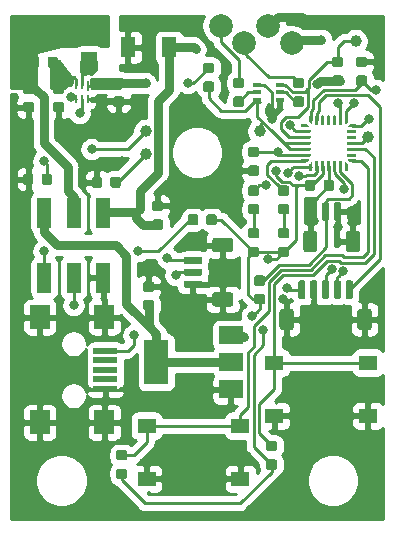
<source format=gbr>
G04 #@! TF.GenerationSoftware,KiCad,Pcbnew,5.1.2-f72e74a~84~ubuntu18.04.1*
G04 #@! TF.CreationDate,2019-05-19T10:24:28+02:00*
G04 #@! TF.ProjectId,lowpower,6c6f7770-6f77-4657-922e-6b696361645f,rev?*
G04 #@! TF.SameCoordinates,Original*
G04 #@! TF.FileFunction,Copper,L1,Top*
G04 #@! TF.FilePolarity,Positive*
%FSLAX46Y46*%
G04 Gerber Fmt 4.6, Leading zero omitted, Abs format (unit mm)*
G04 Created by KiCad (PCBNEW 5.1.2-f72e74a~84~ubuntu18.04.1) date 2019-05-19 10:24:28*
%MOMM*%
%LPD*%
G04 APERTURE LIST*
%ADD10C,0.100000*%
%ADD11C,0.875000*%
%ADD12C,1.000000*%
%ADD13C,2.000000*%
%ADD14R,1.300000X1.700000*%
%ADD15C,1.200000*%
%ADD16C,0.600000*%
%ADD17R,1.450000X0.900000*%
%ADD18R,1.200000X2.500000*%
%ADD19R,0.650000X0.400000*%
%ADD20R,1.550000X1.300000*%
%ADD21R,2.000000X0.500000*%
%ADD22R,1.700000X2.000000*%
%ADD23C,0.143934*%
%ADD24C,0.250000*%
%ADD25R,0.280000X0.850000*%
%ADD26R,0.280000X0.750000*%
%ADD27R,2.000000X3.800000*%
%ADD28R,2.000000X1.500000*%
%ADD29C,0.800000*%
%ADD30C,0.750000*%
%ADD31C,0.250000*%
%ADD32C,0.254000*%
G04 APERTURE END LIST*
D10*
G36*
X81557691Y-63343053D02*
G01*
X81578926Y-63346203D01*
X81599750Y-63351419D01*
X81619962Y-63358651D01*
X81639368Y-63367830D01*
X81657781Y-63378866D01*
X81675024Y-63391654D01*
X81690930Y-63406070D01*
X81705346Y-63421976D01*
X81718134Y-63439219D01*
X81729170Y-63457632D01*
X81738349Y-63477038D01*
X81745581Y-63497250D01*
X81750797Y-63518074D01*
X81753947Y-63539309D01*
X81755000Y-63560750D01*
X81755000Y-63998250D01*
X81753947Y-64019691D01*
X81750797Y-64040926D01*
X81745581Y-64061750D01*
X81738349Y-64081962D01*
X81729170Y-64101368D01*
X81718134Y-64119781D01*
X81705346Y-64137024D01*
X81690930Y-64152930D01*
X81675024Y-64167346D01*
X81657781Y-64180134D01*
X81639368Y-64191170D01*
X81619962Y-64200349D01*
X81599750Y-64207581D01*
X81578926Y-64212797D01*
X81557691Y-64215947D01*
X81536250Y-64217000D01*
X81023750Y-64217000D01*
X81002309Y-64215947D01*
X80981074Y-64212797D01*
X80960250Y-64207581D01*
X80940038Y-64200349D01*
X80920632Y-64191170D01*
X80902219Y-64180134D01*
X80884976Y-64167346D01*
X80869070Y-64152930D01*
X80854654Y-64137024D01*
X80841866Y-64119781D01*
X80830830Y-64101368D01*
X80821651Y-64081962D01*
X80814419Y-64061750D01*
X80809203Y-64040926D01*
X80806053Y-64019691D01*
X80805000Y-63998250D01*
X80805000Y-63560750D01*
X80806053Y-63539309D01*
X80809203Y-63518074D01*
X80814419Y-63497250D01*
X80821651Y-63477038D01*
X80830830Y-63457632D01*
X80841866Y-63439219D01*
X80854654Y-63421976D01*
X80869070Y-63406070D01*
X80884976Y-63391654D01*
X80902219Y-63378866D01*
X80920632Y-63367830D01*
X80940038Y-63358651D01*
X80960250Y-63351419D01*
X80981074Y-63346203D01*
X81002309Y-63343053D01*
X81023750Y-63342000D01*
X81536250Y-63342000D01*
X81557691Y-63343053D01*
X81557691Y-63343053D01*
G37*
D11*
X81280000Y-63779500D03*
D10*
G36*
X81557691Y-61768053D02*
G01*
X81578926Y-61771203D01*
X81599750Y-61776419D01*
X81619962Y-61783651D01*
X81639368Y-61792830D01*
X81657781Y-61803866D01*
X81675024Y-61816654D01*
X81690930Y-61831070D01*
X81705346Y-61846976D01*
X81718134Y-61864219D01*
X81729170Y-61882632D01*
X81738349Y-61902038D01*
X81745581Y-61922250D01*
X81750797Y-61943074D01*
X81753947Y-61964309D01*
X81755000Y-61985750D01*
X81755000Y-62423250D01*
X81753947Y-62444691D01*
X81750797Y-62465926D01*
X81745581Y-62486750D01*
X81738349Y-62506962D01*
X81729170Y-62526368D01*
X81718134Y-62544781D01*
X81705346Y-62562024D01*
X81690930Y-62577930D01*
X81675024Y-62592346D01*
X81657781Y-62605134D01*
X81639368Y-62616170D01*
X81619962Y-62625349D01*
X81599750Y-62632581D01*
X81578926Y-62637797D01*
X81557691Y-62640947D01*
X81536250Y-62642000D01*
X81023750Y-62642000D01*
X81002309Y-62640947D01*
X80981074Y-62637797D01*
X80960250Y-62632581D01*
X80940038Y-62625349D01*
X80920632Y-62616170D01*
X80902219Y-62605134D01*
X80884976Y-62592346D01*
X80869070Y-62577930D01*
X80854654Y-62562024D01*
X80841866Y-62544781D01*
X80830830Y-62526368D01*
X80821651Y-62506962D01*
X80814419Y-62486750D01*
X80809203Y-62465926D01*
X80806053Y-62444691D01*
X80805000Y-62423250D01*
X80805000Y-61985750D01*
X80806053Y-61964309D01*
X80809203Y-61943074D01*
X80814419Y-61922250D01*
X80821651Y-61902038D01*
X80830830Y-61882632D01*
X80841866Y-61864219D01*
X80854654Y-61846976D01*
X80869070Y-61831070D01*
X80884976Y-61816654D01*
X80902219Y-61803866D01*
X80920632Y-61792830D01*
X80940038Y-61783651D01*
X80960250Y-61776419D01*
X80981074Y-61771203D01*
X81002309Y-61768053D01*
X81023750Y-61767000D01*
X81536250Y-61767000D01*
X81557691Y-61768053D01*
X81557691Y-61768053D01*
G37*
D11*
X81280000Y-62204500D03*
D12*
X72136000Y-62352000D03*
X72136000Y-60452000D03*
D10*
G36*
X82065691Y-72664553D02*
G01*
X82086926Y-72667703D01*
X82107750Y-72672919D01*
X82127962Y-72680151D01*
X82147368Y-72689330D01*
X82165781Y-72700366D01*
X82183024Y-72713154D01*
X82198930Y-72727570D01*
X82213346Y-72743476D01*
X82226134Y-72760719D01*
X82237170Y-72779132D01*
X82246349Y-72798538D01*
X82253581Y-72818750D01*
X82258797Y-72839574D01*
X82261947Y-72860809D01*
X82263000Y-72882250D01*
X82263000Y-73319750D01*
X82261947Y-73341191D01*
X82258797Y-73362426D01*
X82253581Y-73383250D01*
X82246349Y-73403462D01*
X82237170Y-73422868D01*
X82226134Y-73441281D01*
X82213346Y-73458524D01*
X82198930Y-73474430D01*
X82183024Y-73488846D01*
X82165781Y-73501634D01*
X82147368Y-73512670D01*
X82127962Y-73521849D01*
X82107750Y-73529081D01*
X82086926Y-73534297D01*
X82065691Y-73537447D01*
X82044250Y-73538500D01*
X81531750Y-73538500D01*
X81510309Y-73537447D01*
X81489074Y-73534297D01*
X81468250Y-73529081D01*
X81448038Y-73521849D01*
X81428632Y-73512670D01*
X81410219Y-73501634D01*
X81392976Y-73488846D01*
X81377070Y-73474430D01*
X81362654Y-73458524D01*
X81349866Y-73441281D01*
X81338830Y-73422868D01*
X81329651Y-73403462D01*
X81322419Y-73383250D01*
X81317203Y-73362426D01*
X81314053Y-73341191D01*
X81313000Y-73319750D01*
X81313000Y-72882250D01*
X81314053Y-72860809D01*
X81317203Y-72839574D01*
X81322419Y-72818750D01*
X81329651Y-72798538D01*
X81338830Y-72779132D01*
X81349866Y-72760719D01*
X81362654Y-72743476D01*
X81377070Y-72727570D01*
X81392976Y-72713154D01*
X81410219Y-72700366D01*
X81428632Y-72689330D01*
X81448038Y-72680151D01*
X81468250Y-72672919D01*
X81489074Y-72667703D01*
X81510309Y-72664553D01*
X81531750Y-72663500D01*
X82044250Y-72663500D01*
X82065691Y-72664553D01*
X82065691Y-72664553D01*
G37*
D11*
X81788000Y-73101000D03*
D10*
G36*
X82065691Y-74239553D02*
G01*
X82086926Y-74242703D01*
X82107750Y-74247919D01*
X82127962Y-74255151D01*
X82147368Y-74264330D01*
X82165781Y-74275366D01*
X82183024Y-74288154D01*
X82198930Y-74302570D01*
X82213346Y-74318476D01*
X82226134Y-74335719D01*
X82237170Y-74354132D01*
X82246349Y-74373538D01*
X82253581Y-74393750D01*
X82258797Y-74414574D01*
X82261947Y-74435809D01*
X82263000Y-74457250D01*
X82263000Y-74894750D01*
X82261947Y-74916191D01*
X82258797Y-74937426D01*
X82253581Y-74958250D01*
X82246349Y-74978462D01*
X82237170Y-74997868D01*
X82226134Y-75016281D01*
X82213346Y-75033524D01*
X82198930Y-75049430D01*
X82183024Y-75063846D01*
X82165781Y-75076634D01*
X82147368Y-75087670D01*
X82127962Y-75096849D01*
X82107750Y-75104081D01*
X82086926Y-75109297D01*
X82065691Y-75112447D01*
X82044250Y-75113500D01*
X81531750Y-75113500D01*
X81510309Y-75112447D01*
X81489074Y-75109297D01*
X81468250Y-75104081D01*
X81448038Y-75096849D01*
X81428632Y-75087670D01*
X81410219Y-75076634D01*
X81392976Y-75063846D01*
X81377070Y-75049430D01*
X81362654Y-75033524D01*
X81349866Y-75016281D01*
X81338830Y-74997868D01*
X81329651Y-74978462D01*
X81322419Y-74958250D01*
X81317203Y-74937426D01*
X81314053Y-74916191D01*
X81313000Y-74894750D01*
X81313000Y-74457250D01*
X81314053Y-74435809D01*
X81317203Y-74414574D01*
X81322419Y-74393750D01*
X81329651Y-74373538D01*
X81338830Y-74354132D01*
X81349866Y-74335719D01*
X81362654Y-74318476D01*
X81377070Y-74302570D01*
X81392976Y-74288154D01*
X81410219Y-74275366D01*
X81428632Y-74264330D01*
X81448038Y-74255151D01*
X81468250Y-74247919D01*
X81489074Y-74242703D01*
X81510309Y-74239553D01*
X81531750Y-74238500D01*
X82044250Y-74238500D01*
X82065691Y-74239553D01*
X82065691Y-74239553D01*
G37*
D11*
X81788000Y-74676000D03*
D10*
G36*
X70381691Y-87447553D02*
G01*
X70402926Y-87450703D01*
X70423750Y-87455919D01*
X70443962Y-87463151D01*
X70463368Y-87472330D01*
X70481781Y-87483366D01*
X70499024Y-87496154D01*
X70514930Y-87510570D01*
X70529346Y-87526476D01*
X70542134Y-87543719D01*
X70553170Y-87562132D01*
X70562349Y-87581538D01*
X70569581Y-87601750D01*
X70574797Y-87622574D01*
X70577947Y-87643809D01*
X70579000Y-87665250D01*
X70579000Y-88102750D01*
X70577947Y-88124191D01*
X70574797Y-88145426D01*
X70569581Y-88166250D01*
X70562349Y-88186462D01*
X70553170Y-88205868D01*
X70542134Y-88224281D01*
X70529346Y-88241524D01*
X70514930Y-88257430D01*
X70499024Y-88271846D01*
X70481781Y-88284634D01*
X70463368Y-88295670D01*
X70443962Y-88304849D01*
X70423750Y-88312081D01*
X70402926Y-88317297D01*
X70381691Y-88320447D01*
X70360250Y-88321500D01*
X69847750Y-88321500D01*
X69826309Y-88320447D01*
X69805074Y-88317297D01*
X69784250Y-88312081D01*
X69764038Y-88304849D01*
X69744632Y-88295670D01*
X69726219Y-88284634D01*
X69708976Y-88271846D01*
X69693070Y-88257430D01*
X69678654Y-88241524D01*
X69665866Y-88224281D01*
X69654830Y-88205868D01*
X69645651Y-88186462D01*
X69638419Y-88166250D01*
X69633203Y-88145426D01*
X69630053Y-88124191D01*
X69629000Y-88102750D01*
X69629000Y-87665250D01*
X69630053Y-87643809D01*
X69633203Y-87622574D01*
X69638419Y-87601750D01*
X69645651Y-87581538D01*
X69654830Y-87562132D01*
X69665866Y-87543719D01*
X69678654Y-87526476D01*
X69693070Y-87510570D01*
X69708976Y-87496154D01*
X69726219Y-87483366D01*
X69744632Y-87472330D01*
X69764038Y-87463151D01*
X69784250Y-87455919D01*
X69805074Y-87450703D01*
X69826309Y-87447553D01*
X69847750Y-87446500D01*
X70360250Y-87446500D01*
X70381691Y-87447553D01*
X70381691Y-87447553D01*
G37*
D11*
X70104000Y-87884000D03*
D10*
G36*
X70381691Y-89022553D02*
G01*
X70402926Y-89025703D01*
X70423750Y-89030919D01*
X70443962Y-89038151D01*
X70463368Y-89047330D01*
X70481781Y-89058366D01*
X70499024Y-89071154D01*
X70514930Y-89085570D01*
X70529346Y-89101476D01*
X70542134Y-89118719D01*
X70553170Y-89137132D01*
X70562349Y-89156538D01*
X70569581Y-89176750D01*
X70574797Y-89197574D01*
X70577947Y-89218809D01*
X70579000Y-89240250D01*
X70579000Y-89677750D01*
X70577947Y-89699191D01*
X70574797Y-89720426D01*
X70569581Y-89741250D01*
X70562349Y-89761462D01*
X70553170Y-89780868D01*
X70542134Y-89799281D01*
X70529346Y-89816524D01*
X70514930Y-89832430D01*
X70499024Y-89846846D01*
X70481781Y-89859634D01*
X70463368Y-89870670D01*
X70443962Y-89879849D01*
X70423750Y-89887081D01*
X70402926Y-89892297D01*
X70381691Y-89895447D01*
X70360250Y-89896500D01*
X69847750Y-89896500D01*
X69826309Y-89895447D01*
X69805074Y-89892297D01*
X69784250Y-89887081D01*
X69764038Y-89879849D01*
X69744632Y-89870670D01*
X69726219Y-89859634D01*
X69708976Y-89846846D01*
X69693070Y-89832430D01*
X69678654Y-89816524D01*
X69665866Y-89799281D01*
X69654830Y-89780868D01*
X69645651Y-89761462D01*
X69638419Y-89741250D01*
X69633203Y-89720426D01*
X69630053Y-89699191D01*
X69629000Y-89677750D01*
X69629000Y-89240250D01*
X69630053Y-89218809D01*
X69633203Y-89197574D01*
X69638419Y-89176750D01*
X69645651Y-89156538D01*
X69654830Y-89137132D01*
X69665866Y-89118719D01*
X69678654Y-89101476D01*
X69693070Y-89085570D01*
X69708976Y-89071154D01*
X69726219Y-89058366D01*
X69744632Y-89047330D01*
X69764038Y-89038151D01*
X69784250Y-89030919D01*
X69805074Y-89025703D01*
X69826309Y-89022553D01*
X69847750Y-89021500D01*
X70360250Y-89021500D01*
X70381691Y-89022553D01*
X70381691Y-89022553D01*
G37*
D11*
X70104000Y-89459000D03*
D10*
G36*
X83081691Y-86660053D02*
G01*
X83102926Y-86663203D01*
X83123750Y-86668419D01*
X83143962Y-86675651D01*
X83163368Y-86684830D01*
X83181781Y-86695866D01*
X83199024Y-86708654D01*
X83214930Y-86723070D01*
X83229346Y-86738976D01*
X83242134Y-86756219D01*
X83253170Y-86774632D01*
X83262349Y-86794038D01*
X83269581Y-86814250D01*
X83274797Y-86835074D01*
X83277947Y-86856309D01*
X83279000Y-86877750D01*
X83279000Y-87315250D01*
X83277947Y-87336691D01*
X83274797Y-87357926D01*
X83269581Y-87378750D01*
X83262349Y-87398962D01*
X83253170Y-87418368D01*
X83242134Y-87436781D01*
X83229346Y-87454024D01*
X83214930Y-87469930D01*
X83199024Y-87484346D01*
X83181781Y-87497134D01*
X83163368Y-87508170D01*
X83143962Y-87517349D01*
X83123750Y-87524581D01*
X83102926Y-87529797D01*
X83081691Y-87532947D01*
X83060250Y-87534000D01*
X82547750Y-87534000D01*
X82526309Y-87532947D01*
X82505074Y-87529797D01*
X82484250Y-87524581D01*
X82464038Y-87517349D01*
X82444632Y-87508170D01*
X82426219Y-87497134D01*
X82408976Y-87484346D01*
X82393070Y-87469930D01*
X82378654Y-87454024D01*
X82365866Y-87436781D01*
X82354830Y-87418368D01*
X82345651Y-87398962D01*
X82338419Y-87378750D01*
X82333203Y-87357926D01*
X82330053Y-87336691D01*
X82329000Y-87315250D01*
X82329000Y-86877750D01*
X82330053Y-86856309D01*
X82333203Y-86835074D01*
X82338419Y-86814250D01*
X82345651Y-86794038D01*
X82354830Y-86774632D01*
X82365866Y-86756219D01*
X82378654Y-86738976D01*
X82393070Y-86723070D01*
X82408976Y-86708654D01*
X82426219Y-86695866D01*
X82444632Y-86684830D01*
X82464038Y-86675651D01*
X82484250Y-86668419D01*
X82505074Y-86663203D01*
X82526309Y-86660053D01*
X82547750Y-86659000D01*
X83060250Y-86659000D01*
X83081691Y-86660053D01*
X83081691Y-86660053D01*
G37*
D11*
X82804000Y-87096500D03*
D10*
G36*
X83081691Y-88235053D02*
G01*
X83102926Y-88238203D01*
X83123750Y-88243419D01*
X83143962Y-88250651D01*
X83163368Y-88259830D01*
X83181781Y-88270866D01*
X83199024Y-88283654D01*
X83214930Y-88298070D01*
X83229346Y-88313976D01*
X83242134Y-88331219D01*
X83253170Y-88349632D01*
X83262349Y-88369038D01*
X83269581Y-88389250D01*
X83274797Y-88410074D01*
X83277947Y-88431309D01*
X83279000Y-88452750D01*
X83279000Y-88890250D01*
X83277947Y-88911691D01*
X83274797Y-88932926D01*
X83269581Y-88953750D01*
X83262349Y-88973962D01*
X83253170Y-88993368D01*
X83242134Y-89011781D01*
X83229346Y-89029024D01*
X83214930Y-89044930D01*
X83199024Y-89059346D01*
X83181781Y-89072134D01*
X83163368Y-89083170D01*
X83143962Y-89092349D01*
X83123750Y-89099581D01*
X83102926Y-89104797D01*
X83081691Y-89107947D01*
X83060250Y-89109000D01*
X82547750Y-89109000D01*
X82526309Y-89107947D01*
X82505074Y-89104797D01*
X82484250Y-89099581D01*
X82464038Y-89092349D01*
X82444632Y-89083170D01*
X82426219Y-89072134D01*
X82408976Y-89059346D01*
X82393070Y-89044930D01*
X82378654Y-89029024D01*
X82365866Y-89011781D01*
X82354830Y-88993368D01*
X82345651Y-88973962D01*
X82338419Y-88953750D01*
X82333203Y-88932926D01*
X82330053Y-88911691D01*
X82329000Y-88890250D01*
X82329000Y-88452750D01*
X82330053Y-88431309D01*
X82333203Y-88410074D01*
X82338419Y-88389250D01*
X82345651Y-88369038D01*
X82354830Y-88349632D01*
X82365866Y-88331219D01*
X82378654Y-88313976D01*
X82393070Y-88298070D01*
X82408976Y-88283654D01*
X82426219Y-88270866D01*
X82444632Y-88259830D01*
X82464038Y-88250651D01*
X82484250Y-88243419D01*
X82505074Y-88238203D01*
X82526309Y-88235053D01*
X82547750Y-88234000D01*
X83060250Y-88234000D01*
X83081691Y-88235053D01*
X83081691Y-88235053D01*
G37*
D11*
X82804000Y-88671500D03*
D12*
X90932000Y-60960000D03*
X89916000Y-52832000D03*
X81788000Y-60452000D03*
D13*
X84500000Y-53000000D03*
D14*
X70640000Y-53340000D03*
X74140000Y-53340000D03*
D10*
G36*
X77964191Y-67471053D02*
G01*
X77985426Y-67474203D01*
X78006250Y-67479419D01*
X78026462Y-67486651D01*
X78045868Y-67495830D01*
X78064281Y-67506866D01*
X78081524Y-67519654D01*
X78097430Y-67534070D01*
X78111846Y-67549976D01*
X78124634Y-67567219D01*
X78135670Y-67585632D01*
X78144849Y-67605038D01*
X78152081Y-67625250D01*
X78157297Y-67646074D01*
X78160447Y-67667309D01*
X78161500Y-67688750D01*
X78161500Y-68201250D01*
X78160447Y-68222691D01*
X78157297Y-68243926D01*
X78152081Y-68264750D01*
X78144849Y-68284962D01*
X78135670Y-68304368D01*
X78124634Y-68322781D01*
X78111846Y-68340024D01*
X78097430Y-68355930D01*
X78081524Y-68370346D01*
X78064281Y-68383134D01*
X78045868Y-68394170D01*
X78026462Y-68403349D01*
X78006250Y-68410581D01*
X77985426Y-68415797D01*
X77964191Y-68418947D01*
X77942750Y-68420000D01*
X77505250Y-68420000D01*
X77483809Y-68418947D01*
X77462574Y-68415797D01*
X77441750Y-68410581D01*
X77421538Y-68403349D01*
X77402132Y-68394170D01*
X77383719Y-68383134D01*
X77366476Y-68370346D01*
X77350570Y-68355930D01*
X77336154Y-68340024D01*
X77323366Y-68322781D01*
X77312330Y-68304368D01*
X77303151Y-68284962D01*
X77295919Y-68264750D01*
X77290703Y-68243926D01*
X77287553Y-68222691D01*
X77286500Y-68201250D01*
X77286500Y-67688750D01*
X77287553Y-67667309D01*
X77290703Y-67646074D01*
X77295919Y-67625250D01*
X77303151Y-67605038D01*
X77312330Y-67585632D01*
X77323366Y-67567219D01*
X77336154Y-67549976D01*
X77350570Y-67534070D01*
X77366476Y-67519654D01*
X77383719Y-67506866D01*
X77402132Y-67495830D01*
X77421538Y-67486651D01*
X77441750Y-67479419D01*
X77462574Y-67474203D01*
X77483809Y-67471053D01*
X77505250Y-67470000D01*
X77942750Y-67470000D01*
X77964191Y-67471053D01*
X77964191Y-67471053D01*
G37*
D11*
X77724000Y-67945000D03*
D10*
G36*
X76389191Y-67471053D02*
G01*
X76410426Y-67474203D01*
X76431250Y-67479419D01*
X76451462Y-67486651D01*
X76470868Y-67495830D01*
X76489281Y-67506866D01*
X76506524Y-67519654D01*
X76522430Y-67534070D01*
X76536846Y-67549976D01*
X76549634Y-67567219D01*
X76560670Y-67585632D01*
X76569849Y-67605038D01*
X76577081Y-67625250D01*
X76582297Y-67646074D01*
X76585447Y-67667309D01*
X76586500Y-67688750D01*
X76586500Y-68201250D01*
X76585447Y-68222691D01*
X76582297Y-68243926D01*
X76577081Y-68264750D01*
X76569849Y-68284962D01*
X76560670Y-68304368D01*
X76549634Y-68322781D01*
X76536846Y-68340024D01*
X76522430Y-68355930D01*
X76506524Y-68370346D01*
X76489281Y-68383134D01*
X76470868Y-68394170D01*
X76451462Y-68403349D01*
X76431250Y-68410581D01*
X76410426Y-68415797D01*
X76389191Y-68418947D01*
X76367750Y-68420000D01*
X75930250Y-68420000D01*
X75908809Y-68418947D01*
X75887574Y-68415797D01*
X75866750Y-68410581D01*
X75846538Y-68403349D01*
X75827132Y-68394170D01*
X75808719Y-68383134D01*
X75791476Y-68370346D01*
X75775570Y-68355930D01*
X75761154Y-68340024D01*
X75748366Y-68322781D01*
X75737330Y-68304368D01*
X75728151Y-68284962D01*
X75720919Y-68264750D01*
X75715703Y-68243926D01*
X75712553Y-68222691D01*
X75711500Y-68201250D01*
X75711500Y-67688750D01*
X75712553Y-67667309D01*
X75715703Y-67646074D01*
X75720919Y-67625250D01*
X75728151Y-67605038D01*
X75737330Y-67585632D01*
X75748366Y-67567219D01*
X75761154Y-67549976D01*
X75775570Y-67534070D01*
X75791476Y-67519654D01*
X75808719Y-67506866D01*
X75827132Y-67495830D01*
X75846538Y-67486651D01*
X75866750Y-67479419D01*
X75887574Y-67474203D01*
X75908809Y-67471053D01*
X75930250Y-67470000D01*
X76367750Y-67470000D01*
X76389191Y-67471053D01*
X76389191Y-67471053D01*
G37*
D11*
X76149000Y-67945000D03*
D10*
G36*
X73429691Y-66340053D02*
G01*
X73450926Y-66343203D01*
X73471750Y-66348419D01*
X73491962Y-66355651D01*
X73511368Y-66364830D01*
X73529781Y-66375866D01*
X73547024Y-66388654D01*
X73562930Y-66403070D01*
X73577346Y-66418976D01*
X73590134Y-66436219D01*
X73601170Y-66454632D01*
X73610349Y-66474038D01*
X73617581Y-66494250D01*
X73622797Y-66515074D01*
X73625947Y-66536309D01*
X73627000Y-66557750D01*
X73627000Y-66995250D01*
X73625947Y-67016691D01*
X73622797Y-67037926D01*
X73617581Y-67058750D01*
X73610349Y-67078962D01*
X73601170Y-67098368D01*
X73590134Y-67116781D01*
X73577346Y-67134024D01*
X73562930Y-67149930D01*
X73547024Y-67164346D01*
X73529781Y-67177134D01*
X73511368Y-67188170D01*
X73491962Y-67197349D01*
X73471750Y-67204581D01*
X73450926Y-67209797D01*
X73429691Y-67212947D01*
X73408250Y-67214000D01*
X72895750Y-67214000D01*
X72874309Y-67212947D01*
X72853074Y-67209797D01*
X72832250Y-67204581D01*
X72812038Y-67197349D01*
X72792632Y-67188170D01*
X72774219Y-67177134D01*
X72756976Y-67164346D01*
X72741070Y-67149930D01*
X72726654Y-67134024D01*
X72713866Y-67116781D01*
X72702830Y-67098368D01*
X72693651Y-67078962D01*
X72686419Y-67058750D01*
X72681203Y-67037926D01*
X72678053Y-67016691D01*
X72677000Y-66995250D01*
X72677000Y-66557750D01*
X72678053Y-66536309D01*
X72681203Y-66515074D01*
X72686419Y-66494250D01*
X72693651Y-66474038D01*
X72702830Y-66454632D01*
X72713866Y-66436219D01*
X72726654Y-66418976D01*
X72741070Y-66403070D01*
X72756976Y-66388654D01*
X72774219Y-66375866D01*
X72792632Y-66364830D01*
X72812038Y-66355651D01*
X72832250Y-66348419D01*
X72853074Y-66343203D01*
X72874309Y-66340053D01*
X72895750Y-66339000D01*
X73408250Y-66339000D01*
X73429691Y-66340053D01*
X73429691Y-66340053D01*
G37*
D11*
X73152000Y-66776500D03*
D10*
G36*
X73429691Y-67915053D02*
G01*
X73450926Y-67918203D01*
X73471750Y-67923419D01*
X73491962Y-67930651D01*
X73511368Y-67939830D01*
X73529781Y-67950866D01*
X73547024Y-67963654D01*
X73562930Y-67978070D01*
X73577346Y-67993976D01*
X73590134Y-68011219D01*
X73601170Y-68029632D01*
X73610349Y-68049038D01*
X73617581Y-68069250D01*
X73622797Y-68090074D01*
X73625947Y-68111309D01*
X73627000Y-68132750D01*
X73627000Y-68570250D01*
X73625947Y-68591691D01*
X73622797Y-68612926D01*
X73617581Y-68633750D01*
X73610349Y-68653962D01*
X73601170Y-68673368D01*
X73590134Y-68691781D01*
X73577346Y-68709024D01*
X73562930Y-68724930D01*
X73547024Y-68739346D01*
X73529781Y-68752134D01*
X73511368Y-68763170D01*
X73491962Y-68772349D01*
X73471750Y-68779581D01*
X73450926Y-68784797D01*
X73429691Y-68787947D01*
X73408250Y-68789000D01*
X72895750Y-68789000D01*
X72874309Y-68787947D01*
X72853074Y-68784797D01*
X72832250Y-68779581D01*
X72812038Y-68772349D01*
X72792632Y-68763170D01*
X72774219Y-68752134D01*
X72756976Y-68739346D01*
X72741070Y-68724930D01*
X72726654Y-68709024D01*
X72713866Y-68691781D01*
X72702830Y-68673368D01*
X72693651Y-68653962D01*
X72686419Y-68633750D01*
X72681203Y-68612926D01*
X72678053Y-68591691D01*
X72677000Y-68570250D01*
X72677000Y-68132750D01*
X72678053Y-68111309D01*
X72681203Y-68090074D01*
X72686419Y-68069250D01*
X72693651Y-68049038D01*
X72702830Y-68029632D01*
X72713866Y-68011219D01*
X72726654Y-67993976D01*
X72741070Y-67978070D01*
X72756976Y-67963654D01*
X72774219Y-67950866D01*
X72792632Y-67939830D01*
X72812038Y-67930651D01*
X72832250Y-67923419D01*
X72853074Y-67918203D01*
X72874309Y-67915053D01*
X72895750Y-67914000D01*
X73408250Y-67914000D01*
X73429691Y-67915053D01*
X73429691Y-67915053D01*
G37*
D11*
X73152000Y-68351500D03*
D10*
G36*
X72667691Y-74747553D02*
G01*
X72688926Y-74750703D01*
X72709750Y-74755919D01*
X72729962Y-74763151D01*
X72749368Y-74772330D01*
X72767781Y-74783366D01*
X72785024Y-74796154D01*
X72800930Y-74810570D01*
X72815346Y-74826476D01*
X72828134Y-74843719D01*
X72839170Y-74862132D01*
X72848349Y-74881538D01*
X72855581Y-74901750D01*
X72860797Y-74922574D01*
X72863947Y-74943809D01*
X72865000Y-74965250D01*
X72865000Y-75402750D01*
X72863947Y-75424191D01*
X72860797Y-75445426D01*
X72855581Y-75466250D01*
X72848349Y-75486462D01*
X72839170Y-75505868D01*
X72828134Y-75524281D01*
X72815346Y-75541524D01*
X72800930Y-75557430D01*
X72785024Y-75571846D01*
X72767781Y-75584634D01*
X72749368Y-75595670D01*
X72729962Y-75604849D01*
X72709750Y-75612081D01*
X72688926Y-75617297D01*
X72667691Y-75620447D01*
X72646250Y-75621500D01*
X72133750Y-75621500D01*
X72112309Y-75620447D01*
X72091074Y-75617297D01*
X72070250Y-75612081D01*
X72050038Y-75604849D01*
X72030632Y-75595670D01*
X72012219Y-75584634D01*
X71994976Y-75571846D01*
X71979070Y-75557430D01*
X71964654Y-75541524D01*
X71951866Y-75524281D01*
X71940830Y-75505868D01*
X71931651Y-75486462D01*
X71924419Y-75466250D01*
X71919203Y-75445426D01*
X71916053Y-75424191D01*
X71915000Y-75402750D01*
X71915000Y-74965250D01*
X71916053Y-74943809D01*
X71919203Y-74922574D01*
X71924419Y-74901750D01*
X71931651Y-74881538D01*
X71940830Y-74862132D01*
X71951866Y-74843719D01*
X71964654Y-74826476D01*
X71979070Y-74810570D01*
X71994976Y-74796154D01*
X72012219Y-74783366D01*
X72030632Y-74772330D01*
X72050038Y-74763151D01*
X72070250Y-74755919D01*
X72091074Y-74750703D01*
X72112309Y-74747553D01*
X72133750Y-74746500D01*
X72646250Y-74746500D01*
X72667691Y-74747553D01*
X72667691Y-74747553D01*
G37*
D11*
X72390000Y-75184000D03*
D10*
G36*
X72667691Y-73172553D02*
G01*
X72688926Y-73175703D01*
X72709750Y-73180919D01*
X72729962Y-73188151D01*
X72749368Y-73197330D01*
X72767781Y-73208366D01*
X72785024Y-73221154D01*
X72800930Y-73235570D01*
X72815346Y-73251476D01*
X72828134Y-73268719D01*
X72839170Y-73287132D01*
X72848349Y-73306538D01*
X72855581Y-73326750D01*
X72860797Y-73347574D01*
X72863947Y-73368809D01*
X72865000Y-73390250D01*
X72865000Y-73827750D01*
X72863947Y-73849191D01*
X72860797Y-73870426D01*
X72855581Y-73891250D01*
X72848349Y-73911462D01*
X72839170Y-73930868D01*
X72828134Y-73949281D01*
X72815346Y-73966524D01*
X72800930Y-73982430D01*
X72785024Y-73996846D01*
X72767781Y-74009634D01*
X72749368Y-74020670D01*
X72729962Y-74029849D01*
X72709750Y-74037081D01*
X72688926Y-74042297D01*
X72667691Y-74045447D01*
X72646250Y-74046500D01*
X72133750Y-74046500D01*
X72112309Y-74045447D01*
X72091074Y-74042297D01*
X72070250Y-74037081D01*
X72050038Y-74029849D01*
X72030632Y-74020670D01*
X72012219Y-74009634D01*
X71994976Y-73996846D01*
X71979070Y-73982430D01*
X71964654Y-73966524D01*
X71951866Y-73949281D01*
X71940830Y-73930868D01*
X71931651Y-73911462D01*
X71924419Y-73891250D01*
X71919203Y-73870426D01*
X71916053Y-73849191D01*
X71915000Y-73827750D01*
X71915000Y-73390250D01*
X71916053Y-73368809D01*
X71919203Y-73347574D01*
X71924419Y-73326750D01*
X71931651Y-73306538D01*
X71940830Y-73287132D01*
X71951866Y-73268719D01*
X71964654Y-73251476D01*
X71979070Y-73235570D01*
X71994976Y-73221154D01*
X72012219Y-73208366D01*
X72030632Y-73197330D01*
X72050038Y-73188151D01*
X72070250Y-73180919D01*
X72091074Y-73175703D01*
X72112309Y-73172553D01*
X72133750Y-73171500D01*
X72646250Y-73171500D01*
X72667691Y-73172553D01*
X72667691Y-73172553D01*
G37*
D11*
X72390000Y-73609000D03*
D10*
G36*
X86458505Y-68881204D02*
G01*
X86482773Y-68884804D01*
X86506572Y-68890765D01*
X86529671Y-68899030D01*
X86551850Y-68909520D01*
X86572893Y-68922132D01*
X86592599Y-68936747D01*
X86610777Y-68953223D01*
X86627253Y-68971401D01*
X86641868Y-68991107D01*
X86654480Y-69012150D01*
X86664970Y-69034329D01*
X86673235Y-69057428D01*
X86679196Y-69081227D01*
X86682796Y-69105495D01*
X86684000Y-69129999D01*
X86684000Y-70430001D01*
X86682796Y-70454505D01*
X86679196Y-70478773D01*
X86673235Y-70502572D01*
X86664970Y-70525671D01*
X86654480Y-70547850D01*
X86641868Y-70568893D01*
X86627253Y-70588599D01*
X86610777Y-70606777D01*
X86592599Y-70623253D01*
X86572893Y-70637868D01*
X86551850Y-70650480D01*
X86529671Y-70660970D01*
X86506572Y-70669235D01*
X86482773Y-70675196D01*
X86458505Y-70678796D01*
X86434001Y-70680000D01*
X85733999Y-70680000D01*
X85709495Y-70678796D01*
X85685227Y-70675196D01*
X85661428Y-70669235D01*
X85638329Y-70660970D01*
X85616150Y-70650480D01*
X85595107Y-70637868D01*
X85575401Y-70623253D01*
X85557223Y-70606777D01*
X85540747Y-70588599D01*
X85526132Y-70568893D01*
X85513520Y-70547850D01*
X85503030Y-70525671D01*
X85494765Y-70502572D01*
X85488804Y-70478773D01*
X85485204Y-70454505D01*
X85484000Y-70430001D01*
X85484000Y-69129999D01*
X85485204Y-69105495D01*
X85488804Y-69081227D01*
X85494765Y-69057428D01*
X85503030Y-69034329D01*
X85513520Y-69012150D01*
X85526132Y-68991107D01*
X85540747Y-68971401D01*
X85557223Y-68953223D01*
X85575401Y-68936747D01*
X85595107Y-68922132D01*
X85616150Y-68909520D01*
X85638329Y-68899030D01*
X85661428Y-68890765D01*
X85685227Y-68884804D01*
X85709495Y-68881204D01*
X85733999Y-68880000D01*
X86434001Y-68880000D01*
X86458505Y-68881204D01*
X86458505Y-68881204D01*
G37*
D15*
X86084000Y-69780000D03*
D10*
G36*
X90058505Y-68881204D02*
G01*
X90082773Y-68884804D01*
X90106572Y-68890765D01*
X90129671Y-68899030D01*
X90151850Y-68909520D01*
X90172893Y-68922132D01*
X90192599Y-68936747D01*
X90210777Y-68953223D01*
X90227253Y-68971401D01*
X90241868Y-68991107D01*
X90254480Y-69012150D01*
X90264970Y-69034329D01*
X90273235Y-69057428D01*
X90279196Y-69081227D01*
X90282796Y-69105495D01*
X90284000Y-69129999D01*
X90284000Y-70430001D01*
X90282796Y-70454505D01*
X90279196Y-70478773D01*
X90273235Y-70502572D01*
X90264970Y-70525671D01*
X90254480Y-70547850D01*
X90241868Y-70568893D01*
X90227253Y-70588599D01*
X90210777Y-70606777D01*
X90192599Y-70623253D01*
X90172893Y-70637868D01*
X90151850Y-70650480D01*
X90129671Y-70660970D01*
X90106572Y-70669235D01*
X90082773Y-70675196D01*
X90058505Y-70678796D01*
X90034001Y-70680000D01*
X89333999Y-70680000D01*
X89309495Y-70678796D01*
X89285227Y-70675196D01*
X89261428Y-70669235D01*
X89238329Y-70660970D01*
X89216150Y-70650480D01*
X89195107Y-70637868D01*
X89175401Y-70623253D01*
X89157223Y-70606777D01*
X89140747Y-70588599D01*
X89126132Y-70568893D01*
X89113520Y-70547850D01*
X89103030Y-70525671D01*
X89094765Y-70502572D01*
X89088804Y-70478773D01*
X89085204Y-70454505D01*
X89084000Y-70430001D01*
X89084000Y-69129999D01*
X89085204Y-69105495D01*
X89088804Y-69081227D01*
X89094765Y-69057428D01*
X89103030Y-69034329D01*
X89113520Y-69012150D01*
X89126132Y-68991107D01*
X89140747Y-68971401D01*
X89157223Y-68953223D01*
X89175401Y-68936747D01*
X89195107Y-68922132D01*
X89216150Y-68909520D01*
X89238329Y-68899030D01*
X89261428Y-68890765D01*
X89285227Y-68884804D01*
X89309495Y-68881204D01*
X89333999Y-68880000D01*
X90034001Y-68880000D01*
X90058505Y-68881204D01*
X90058505Y-68881204D01*
G37*
D15*
X89684000Y-69780000D03*
D10*
G36*
X87548703Y-66480722D02*
G01*
X87563264Y-66482882D01*
X87577543Y-66486459D01*
X87591403Y-66491418D01*
X87604710Y-66497712D01*
X87617336Y-66505280D01*
X87629159Y-66514048D01*
X87640066Y-66523934D01*
X87649952Y-66534841D01*
X87658720Y-66546664D01*
X87666288Y-66559290D01*
X87672582Y-66572597D01*
X87677541Y-66586457D01*
X87681118Y-66600736D01*
X87683278Y-66615297D01*
X87684000Y-66630000D01*
X87684000Y-67880000D01*
X87683278Y-67894703D01*
X87681118Y-67909264D01*
X87677541Y-67923543D01*
X87672582Y-67937403D01*
X87666288Y-67950710D01*
X87658720Y-67963336D01*
X87649952Y-67975159D01*
X87640066Y-67986066D01*
X87629159Y-67995952D01*
X87617336Y-68004720D01*
X87604710Y-68012288D01*
X87591403Y-68018582D01*
X87577543Y-68023541D01*
X87563264Y-68027118D01*
X87548703Y-68029278D01*
X87534000Y-68030000D01*
X87234000Y-68030000D01*
X87219297Y-68029278D01*
X87204736Y-68027118D01*
X87190457Y-68023541D01*
X87176597Y-68018582D01*
X87163290Y-68012288D01*
X87150664Y-68004720D01*
X87138841Y-67995952D01*
X87127934Y-67986066D01*
X87118048Y-67975159D01*
X87109280Y-67963336D01*
X87101712Y-67950710D01*
X87095418Y-67937403D01*
X87090459Y-67923543D01*
X87086882Y-67909264D01*
X87084722Y-67894703D01*
X87084000Y-67880000D01*
X87084000Y-66630000D01*
X87084722Y-66615297D01*
X87086882Y-66600736D01*
X87090459Y-66586457D01*
X87095418Y-66572597D01*
X87101712Y-66559290D01*
X87109280Y-66546664D01*
X87118048Y-66534841D01*
X87127934Y-66523934D01*
X87138841Y-66514048D01*
X87150664Y-66505280D01*
X87163290Y-66497712D01*
X87176597Y-66491418D01*
X87190457Y-66486459D01*
X87204736Y-66482882D01*
X87219297Y-66480722D01*
X87234000Y-66480000D01*
X87534000Y-66480000D01*
X87548703Y-66480722D01*
X87548703Y-66480722D01*
G37*
D16*
X87384000Y-67255000D03*
D10*
G36*
X88548703Y-66480722D02*
G01*
X88563264Y-66482882D01*
X88577543Y-66486459D01*
X88591403Y-66491418D01*
X88604710Y-66497712D01*
X88617336Y-66505280D01*
X88629159Y-66514048D01*
X88640066Y-66523934D01*
X88649952Y-66534841D01*
X88658720Y-66546664D01*
X88666288Y-66559290D01*
X88672582Y-66572597D01*
X88677541Y-66586457D01*
X88681118Y-66600736D01*
X88683278Y-66615297D01*
X88684000Y-66630000D01*
X88684000Y-67880000D01*
X88683278Y-67894703D01*
X88681118Y-67909264D01*
X88677541Y-67923543D01*
X88672582Y-67937403D01*
X88666288Y-67950710D01*
X88658720Y-67963336D01*
X88649952Y-67975159D01*
X88640066Y-67986066D01*
X88629159Y-67995952D01*
X88617336Y-68004720D01*
X88604710Y-68012288D01*
X88591403Y-68018582D01*
X88577543Y-68023541D01*
X88563264Y-68027118D01*
X88548703Y-68029278D01*
X88534000Y-68030000D01*
X88234000Y-68030000D01*
X88219297Y-68029278D01*
X88204736Y-68027118D01*
X88190457Y-68023541D01*
X88176597Y-68018582D01*
X88163290Y-68012288D01*
X88150664Y-68004720D01*
X88138841Y-67995952D01*
X88127934Y-67986066D01*
X88118048Y-67975159D01*
X88109280Y-67963336D01*
X88101712Y-67950710D01*
X88095418Y-67937403D01*
X88090459Y-67923543D01*
X88086882Y-67909264D01*
X88084722Y-67894703D01*
X88084000Y-67880000D01*
X88084000Y-66630000D01*
X88084722Y-66615297D01*
X88086882Y-66600736D01*
X88090459Y-66586457D01*
X88095418Y-66572597D01*
X88101712Y-66559290D01*
X88109280Y-66546664D01*
X88118048Y-66534841D01*
X88127934Y-66523934D01*
X88138841Y-66514048D01*
X88150664Y-66505280D01*
X88163290Y-66497712D01*
X88176597Y-66491418D01*
X88190457Y-66486459D01*
X88204736Y-66482882D01*
X88219297Y-66480722D01*
X88234000Y-66480000D01*
X88534000Y-66480000D01*
X88548703Y-66480722D01*
X88548703Y-66480722D01*
G37*
D16*
X88384000Y-67255000D03*
D10*
G36*
X79344505Y-74091204D02*
G01*
X79368773Y-74094804D01*
X79392572Y-74100765D01*
X79415671Y-74109030D01*
X79437850Y-74119520D01*
X79458893Y-74132132D01*
X79478599Y-74146747D01*
X79496777Y-74163223D01*
X79513253Y-74181401D01*
X79527868Y-74201107D01*
X79540480Y-74222150D01*
X79550970Y-74244329D01*
X79559235Y-74267428D01*
X79565196Y-74291227D01*
X79568796Y-74315495D01*
X79570000Y-74339999D01*
X79570000Y-75040001D01*
X79568796Y-75064505D01*
X79565196Y-75088773D01*
X79559235Y-75112572D01*
X79550970Y-75135671D01*
X79540480Y-75157850D01*
X79527868Y-75178893D01*
X79513253Y-75198599D01*
X79496777Y-75216777D01*
X79478599Y-75233253D01*
X79458893Y-75247868D01*
X79437850Y-75260480D01*
X79415671Y-75270970D01*
X79392572Y-75279235D01*
X79368773Y-75285196D01*
X79344505Y-75288796D01*
X79320001Y-75290000D01*
X78019999Y-75290000D01*
X77995495Y-75288796D01*
X77971227Y-75285196D01*
X77947428Y-75279235D01*
X77924329Y-75270970D01*
X77902150Y-75260480D01*
X77881107Y-75247868D01*
X77861401Y-75233253D01*
X77843223Y-75216777D01*
X77826747Y-75198599D01*
X77812132Y-75178893D01*
X77799520Y-75157850D01*
X77789030Y-75135671D01*
X77780765Y-75112572D01*
X77774804Y-75088773D01*
X77771204Y-75064505D01*
X77770000Y-75040001D01*
X77770000Y-74339999D01*
X77771204Y-74315495D01*
X77774804Y-74291227D01*
X77780765Y-74267428D01*
X77789030Y-74244329D01*
X77799520Y-74222150D01*
X77812132Y-74201107D01*
X77826747Y-74181401D01*
X77843223Y-74163223D01*
X77861401Y-74146747D01*
X77881107Y-74132132D01*
X77902150Y-74119520D01*
X77924329Y-74109030D01*
X77947428Y-74100765D01*
X77971227Y-74094804D01*
X77995495Y-74091204D01*
X78019999Y-74090000D01*
X79320001Y-74090000D01*
X79344505Y-74091204D01*
X79344505Y-74091204D01*
G37*
D15*
X78670000Y-74690000D03*
D10*
G36*
X79344505Y-69491204D02*
G01*
X79368773Y-69494804D01*
X79392572Y-69500765D01*
X79415671Y-69509030D01*
X79437850Y-69519520D01*
X79458893Y-69532132D01*
X79478599Y-69546747D01*
X79496777Y-69563223D01*
X79513253Y-69581401D01*
X79527868Y-69601107D01*
X79540480Y-69622150D01*
X79550970Y-69644329D01*
X79559235Y-69667428D01*
X79565196Y-69691227D01*
X79568796Y-69715495D01*
X79570000Y-69739999D01*
X79570000Y-70440001D01*
X79568796Y-70464505D01*
X79565196Y-70488773D01*
X79559235Y-70512572D01*
X79550970Y-70535671D01*
X79540480Y-70557850D01*
X79527868Y-70578893D01*
X79513253Y-70598599D01*
X79496777Y-70616777D01*
X79478599Y-70633253D01*
X79458893Y-70647868D01*
X79437850Y-70660480D01*
X79415671Y-70670970D01*
X79392572Y-70679235D01*
X79368773Y-70685196D01*
X79344505Y-70688796D01*
X79320001Y-70690000D01*
X78019999Y-70690000D01*
X77995495Y-70688796D01*
X77971227Y-70685196D01*
X77947428Y-70679235D01*
X77924329Y-70670970D01*
X77902150Y-70660480D01*
X77881107Y-70647868D01*
X77861401Y-70633253D01*
X77843223Y-70616777D01*
X77826747Y-70598599D01*
X77812132Y-70578893D01*
X77799520Y-70557850D01*
X77789030Y-70535671D01*
X77780765Y-70512572D01*
X77774804Y-70488773D01*
X77771204Y-70464505D01*
X77770000Y-70440001D01*
X77770000Y-69739999D01*
X77771204Y-69715495D01*
X77774804Y-69691227D01*
X77780765Y-69667428D01*
X77789030Y-69644329D01*
X77799520Y-69622150D01*
X77812132Y-69601107D01*
X77826747Y-69581401D01*
X77843223Y-69563223D01*
X77861401Y-69546747D01*
X77881107Y-69532132D01*
X77902150Y-69519520D01*
X77924329Y-69509030D01*
X77947428Y-69500765D01*
X77971227Y-69494804D01*
X77995495Y-69491204D01*
X78019999Y-69490000D01*
X79320001Y-69490000D01*
X79344505Y-69491204D01*
X79344505Y-69491204D01*
G37*
D15*
X78670000Y-70090000D03*
D10*
G36*
X76784703Y-73090722D02*
G01*
X76799264Y-73092882D01*
X76813543Y-73096459D01*
X76827403Y-73101418D01*
X76840710Y-73107712D01*
X76853336Y-73115280D01*
X76865159Y-73124048D01*
X76876066Y-73133934D01*
X76885952Y-73144841D01*
X76894720Y-73156664D01*
X76902288Y-73169290D01*
X76908582Y-73182597D01*
X76913541Y-73196457D01*
X76917118Y-73210736D01*
X76919278Y-73225297D01*
X76920000Y-73240000D01*
X76920000Y-73540000D01*
X76919278Y-73554703D01*
X76917118Y-73569264D01*
X76913541Y-73583543D01*
X76908582Y-73597403D01*
X76902288Y-73610710D01*
X76894720Y-73623336D01*
X76885952Y-73635159D01*
X76876066Y-73646066D01*
X76865159Y-73655952D01*
X76853336Y-73664720D01*
X76840710Y-73672288D01*
X76827403Y-73678582D01*
X76813543Y-73683541D01*
X76799264Y-73687118D01*
X76784703Y-73689278D01*
X76770000Y-73690000D01*
X75520000Y-73690000D01*
X75505297Y-73689278D01*
X75490736Y-73687118D01*
X75476457Y-73683541D01*
X75462597Y-73678582D01*
X75449290Y-73672288D01*
X75436664Y-73664720D01*
X75424841Y-73655952D01*
X75413934Y-73646066D01*
X75404048Y-73635159D01*
X75395280Y-73623336D01*
X75387712Y-73610710D01*
X75381418Y-73597403D01*
X75376459Y-73583543D01*
X75372882Y-73569264D01*
X75370722Y-73554703D01*
X75370000Y-73540000D01*
X75370000Y-73240000D01*
X75370722Y-73225297D01*
X75372882Y-73210736D01*
X75376459Y-73196457D01*
X75381418Y-73182597D01*
X75387712Y-73169290D01*
X75395280Y-73156664D01*
X75404048Y-73144841D01*
X75413934Y-73133934D01*
X75424841Y-73124048D01*
X75436664Y-73115280D01*
X75449290Y-73107712D01*
X75462597Y-73101418D01*
X75476457Y-73096459D01*
X75490736Y-73092882D01*
X75505297Y-73090722D01*
X75520000Y-73090000D01*
X76770000Y-73090000D01*
X76784703Y-73090722D01*
X76784703Y-73090722D01*
G37*
D16*
X76145000Y-73390000D03*
D10*
G36*
X76784703Y-72090722D02*
G01*
X76799264Y-72092882D01*
X76813543Y-72096459D01*
X76827403Y-72101418D01*
X76840710Y-72107712D01*
X76853336Y-72115280D01*
X76865159Y-72124048D01*
X76876066Y-72133934D01*
X76885952Y-72144841D01*
X76894720Y-72156664D01*
X76902288Y-72169290D01*
X76908582Y-72182597D01*
X76913541Y-72196457D01*
X76917118Y-72210736D01*
X76919278Y-72225297D01*
X76920000Y-72240000D01*
X76920000Y-72540000D01*
X76919278Y-72554703D01*
X76917118Y-72569264D01*
X76913541Y-72583543D01*
X76908582Y-72597403D01*
X76902288Y-72610710D01*
X76894720Y-72623336D01*
X76885952Y-72635159D01*
X76876066Y-72646066D01*
X76865159Y-72655952D01*
X76853336Y-72664720D01*
X76840710Y-72672288D01*
X76827403Y-72678582D01*
X76813543Y-72683541D01*
X76799264Y-72687118D01*
X76784703Y-72689278D01*
X76770000Y-72690000D01*
X75520000Y-72690000D01*
X75505297Y-72689278D01*
X75490736Y-72687118D01*
X75476457Y-72683541D01*
X75462597Y-72678582D01*
X75449290Y-72672288D01*
X75436664Y-72664720D01*
X75424841Y-72655952D01*
X75413934Y-72646066D01*
X75404048Y-72635159D01*
X75395280Y-72623336D01*
X75387712Y-72610710D01*
X75381418Y-72597403D01*
X75376459Y-72583543D01*
X75372882Y-72569264D01*
X75370722Y-72554703D01*
X75370000Y-72540000D01*
X75370000Y-72240000D01*
X75370722Y-72225297D01*
X75372882Y-72210736D01*
X75376459Y-72196457D01*
X75381418Y-72182597D01*
X75387712Y-72169290D01*
X75395280Y-72156664D01*
X75404048Y-72144841D01*
X75413934Y-72133934D01*
X75424841Y-72124048D01*
X75436664Y-72115280D01*
X75449290Y-72107712D01*
X75462597Y-72101418D01*
X75476457Y-72096459D01*
X75490736Y-72092882D01*
X75505297Y-72090722D01*
X75520000Y-72090000D01*
X76770000Y-72090000D01*
X76784703Y-72090722D01*
X76784703Y-72090722D01*
G37*
D16*
X76145000Y-72390000D03*
D10*
G36*
X76784703Y-71090722D02*
G01*
X76799264Y-71092882D01*
X76813543Y-71096459D01*
X76827403Y-71101418D01*
X76840710Y-71107712D01*
X76853336Y-71115280D01*
X76865159Y-71124048D01*
X76876066Y-71133934D01*
X76885952Y-71144841D01*
X76894720Y-71156664D01*
X76902288Y-71169290D01*
X76908582Y-71182597D01*
X76913541Y-71196457D01*
X76917118Y-71210736D01*
X76919278Y-71225297D01*
X76920000Y-71240000D01*
X76920000Y-71540000D01*
X76919278Y-71554703D01*
X76917118Y-71569264D01*
X76913541Y-71583543D01*
X76908582Y-71597403D01*
X76902288Y-71610710D01*
X76894720Y-71623336D01*
X76885952Y-71635159D01*
X76876066Y-71646066D01*
X76865159Y-71655952D01*
X76853336Y-71664720D01*
X76840710Y-71672288D01*
X76827403Y-71678582D01*
X76813543Y-71683541D01*
X76799264Y-71687118D01*
X76784703Y-71689278D01*
X76770000Y-71690000D01*
X75520000Y-71690000D01*
X75505297Y-71689278D01*
X75490736Y-71687118D01*
X75476457Y-71683541D01*
X75462597Y-71678582D01*
X75449290Y-71672288D01*
X75436664Y-71664720D01*
X75424841Y-71655952D01*
X75413934Y-71646066D01*
X75404048Y-71635159D01*
X75395280Y-71623336D01*
X75387712Y-71610710D01*
X75381418Y-71597403D01*
X75376459Y-71583543D01*
X75372882Y-71569264D01*
X75370722Y-71554703D01*
X75370000Y-71540000D01*
X75370000Y-71240000D01*
X75370722Y-71225297D01*
X75372882Y-71210736D01*
X75376459Y-71196457D01*
X75381418Y-71182597D01*
X75387712Y-71169290D01*
X75395280Y-71156664D01*
X75404048Y-71144841D01*
X75413934Y-71133934D01*
X75424841Y-71124048D01*
X75436664Y-71115280D01*
X75449290Y-71107712D01*
X75462597Y-71101418D01*
X75476457Y-71096459D01*
X75490736Y-71092882D01*
X75505297Y-71090722D01*
X75520000Y-71090000D01*
X76770000Y-71090000D01*
X76784703Y-71090722D01*
X76784703Y-71090722D01*
G37*
D16*
X76145000Y-71390000D03*
D10*
G36*
X84450505Y-75485204D02*
G01*
X84474773Y-75488804D01*
X84498572Y-75494765D01*
X84521671Y-75503030D01*
X84543850Y-75513520D01*
X84564893Y-75526132D01*
X84584599Y-75540747D01*
X84602777Y-75557223D01*
X84619253Y-75575401D01*
X84633868Y-75595107D01*
X84646480Y-75616150D01*
X84656970Y-75638329D01*
X84665235Y-75661428D01*
X84671196Y-75685227D01*
X84674796Y-75709495D01*
X84676000Y-75733999D01*
X84676000Y-77034001D01*
X84674796Y-77058505D01*
X84671196Y-77082773D01*
X84665235Y-77106572D01*
X84656970Y-77129671D01*
X84646480Y-77151850D01*
X84633868Y-77172893D01*
X84619253Y-77192599D01*
X84602777Y-77210777D01*
X84584599Y-77227253D01*
X84564893Y-77241868D01*
X84543850Y-77254480D01*
X84521671Y-77264970D01*
X84498572Y-77273235D01*
X84474773Y-77279196D01*
X84450505Y-77282796D01*
X84426001Y-77284000D01*
X83725999Y-77284000D01*
X83701495Y-77282796D01*
X83677227Y-77279196D01*
X83653428Y-77273235D01*
X83630329Y-77264970D01*
X83608150Y-77254480D01*
X83587107Y-77241868D01*
X83567401Y-77227253D01*
X83549223Y-77210777D01*
X83532747Y-77192599D01*
X83518132Y-77172893D01*
X83505520Y-77151850D01*
X83495030Y-77129671D01*
X83486765Y-77106572D01*
X83480804Y-77082773D01*
X83477204Y-77058505D01*
X83476000Y-77034001D01*
X83476000Y-75733999D01*
X83477204Y-75709495D01*
X83480804Y-75685227D01*
X83486765Y-75661428D01*
X83495030Y-75638329D01*
X83505520Y-75616150D01*
X83518132Y-75595107D01*
X83532747Y-75575401D01*
X83549223Y-75557223D01*
X83567401Y-75540747D01*
X83587107Y-75526132D01*
X83608150Y-75513520D01*
X83630329Y-75503030D01*
X83653428Y-75494765D01*
X83677227Y-75488804D01*
X83701495Y-75485204D01*
X83725999Y-75484000D01*
X84426001Y-75484000D01*
X84450505Y-75485204D01*
X84450505Y-75485204D01*
G37*
D15*
X84076000Y-76384000D03*
D10*
G36*
X91050505Y-75485204D02*
G01*
X91074773Y-75488804D01*
X91098572Y-75494765D01*
X91121671Y-75503030D01*
X91143850Y-75513520D01*
X91164893Y-75526132D01*
X91184599Y-75540747D01*
X91202777Y-75557223D01*
X91219253Y-75575401D01*
X91233868Y-75595107D01*
X91246480Y-75616150D01*
X91256970Y-75638329D01*
X91265235Y-75661428D01*
X91271196Y-75685227D01*
X91274796Y-75709495D01*
X91276000Y-75733999D01*
X91276000Y-77034001D01*
X91274796Y-77058505D01*
X91271196Y-77082773D01*
X91265235Y-77106572D01*
X91256970Y-77129671D01*
X91246480Y-77151850D01*
X91233868Y-77172893D01*
X91219253Y-77192599D01*
X91202777Y-77210777D01*
X91184599Y-77227253D01*
X91164893Y-77241868D01*
X91143850Y-77254480D01*
X91121671Y-77264970D01*
X91098572Y-77273235D01*
X91074773Y-77279196D01*
X91050505Y-77282796D01*
X91026001Y-77284000D01*
X90325999Y-77284000D01*
X90301495Y-77282796D01*
X90277227Y-77279196D01*
X90253428Y-77273235D01*
X90230329Y-77264970D01*
X90208150Y-77254480D01*
X90187107Y-77241868D01*
X90167401Y-77227253D01*
X90149223Y-77210777D01*
X90132747Y-77192599D01*
X90118132Y-77172893D01*
X90105520Y-77151850D01*
X90095030Y-77129671D01*
X90086765Y-77106572D01*
X90080804Y-77082773D01*
X90077204Y-77058505D01*
X90076000Y-77034001D01*
X90076000Y-75733999D01*
X90077204Y-75709495D01*
X90080804Y-75685227D01*
X90086765Y-75661428D01*
X90095030Y-75638329D01*
X90105520Y-75616150D01*
X90118132Y-75595107D01*
X90132747Y-75575401D01*
X90149223Y-75557223D01*
X90167401Y-75540747D01*
X90187107Y-75526132D01*
X90208150Y-75513520D01*
X90230329Y-75503030D01*
X90253428Y-75494765D01*
X90277227Y-75488804D01*
X90301495Y-75485204D01*
X90325999Y-75484000D01*
X91026001Y-75484000D01*
X91050505Y-75485204D01*
X91050505Y-75485204D01*
G37*
D15*
X90676000Y-76384000D03*
D10*
G36*
X85540703Y-73084722D02*
G01*
X85555264Y-73086882D01*
X85569543Y-73090459D01*
X85583403Y-73095418D01*
X85596710Y-73101712D01*
X85609336Y-73109280D01*
X85621159Y-73118048D01*
X85632066Y-73127934D01*
X85641952Y-73138841D01*
X85650720Y-73150664D01*
X85658288Y-73163290D01*
X85664582Y-73176597D01*
X85669541Y-73190457D01*
X85673118Y-73204736D01*
X85675278Y-73219297D01*
X85676000Y-73234000D01*
X85676000Y-74484000D01*
X85675278Y-74498703D01*
X85673118Y-74513264D01*
X85669541Y-74527543D01*
X85664582Y-74541403D01*
X85658288Y-74554710D01*
X85650720Y-74567336D01*
X85641952Y-74579159D01*
X85632066Y-74590066D01*
X85621159Y-74599952D01*
X85609336Y-74608720D01*
X85596710Y-74616288D01*
X85583403Y-74622582D01*
X85569543Y-74627541D01*
X85555264Y-74631118D01*
X85540703Y-74633278D01*
X85526000Y-74634000D01*
X85226000Y-74634000D01*
X85211297Y-74633278D01*
X85196736Y-74631118D01*
X85182457Y-74627541D01*
X85168597Y-74622582D01*
X85155290Y-74616288D01*
X85142664Y-74608720D01*
X85130841Y-74599952D01*
X85119934Y-74590066D01*
X85110048Y-74579159D01*
X85101280Y-74567336D01*
X85093712Y-74554710D01*
X85087418Y-74541403D01*
X85082459Y-74527543D01*
X85078882Y-74513264D01*
X85076722Y-74498703D01*
X85076000Y-74484000D01*
X85076000Y-73234000D01*
X85076722Y-73219297D01*
X85078882Y-73204736D01*
X85082459Y-73190457D01*
X85087418Y-73176597D01*
X85093712Y-73163290D01*
X85101280Y-73150664D01*
X85110048Y-73138841D01*
X85119934Y-73127934D01*
X85130841Y-73118048D01*
X85142664Y-73109280D01*
X85155290Y-73101712D01*
X85168597Y-73095418D01*
X85182457Y-73090459D01*
X85196736Y-73086882D01*
X85211297Y-73084722D01*
X85226000Y-73084000D01*
X85526000Y-73084000D01*
X85540703Y-73084722D01*
X85540703Y-73084722D01*
G37*
D16*
X85376000Y-73859000D03*
D10*
G36*
X86540703Y-73084722D02*
G01*
X86555264Y-73086882D01*
X86569543Y-73090459D01*
X86583403Y-73095418D01*
X86596710Y-73101712D01*
X86609336Y-73109280D01*
X86621159Y-73118048D01*
X86632066Y-73127934D01*
X86641952Y-73138841D01*
X86650720Y-73150664D01*
X86658288Y-73163290D01*
X86664582Y-73176597D01*
X86669541Y-73190457D01*
X86673118Y-73204736D01*
X86675278Y-73219297D01*
X86676000Y-73234000D01*
X86676000Y-74484000D01*
X86675278Y-74498703D01*
X86673118Y-74513264D01*
X86669541Y-74527543D01*
X86664582Y-74541403D01*
X86658288Y-74554710D01*
X86650720Y-74567336D01*
X86641952Y-74579159D01*
X86632066Y-74590066D01*
X86621159Y-74599952D01*
X86609336Y-74608720D01*
X86596710Y-74616288D01*
X86583403Y-74622582D01*
X86569543Y-74627541D01*
X86555264Y-74631118D01*
X86540703Y-74633278D01*
X86526000Y-74634000D01*
X86226000Y-74634000D01*
X86211297Y-74633278D01*
X86196736Y-74631118D01*
X86182457Y-74627541D01*
X86168597Y-74622582D01*
X86155290Y-74616288D01*
X86142664Y-74608720D01*
X86130841Y-74599952D01*
X86119934Y-74590066D01*
X86110048Y-74579159D01*
X86101280Y-74567336D01*
X86093712Y-74554710D01*
X86087418Y-74541403D01*
X86082459Y-74527543D01*
X86078882Y-74513264D01*
X86076722Y-74498703D01*
X86076000Y-74484000D01*
X86076000Y-73234000D01*
X86076722Y-73219297D01*
X86078882Y-73204736D01*
X86082459Y-73190457D01*
X86087418Y-73176597D01*
X86093712Y-73163290D01*
X86101280Y-73150664D01*
X86110048Y-73138841D01*
X86119934Y-73127934D01*
X86130841Y-73118048D01*
X86142664Y-73109280D01*
X86155290Y-73101712D01*
X86168597Y-73095418D01*
X86182457Y-73090459D01*
X86196736Y-73086882D01*
X86211297Y-73084722D01*
X86226000Y-73084000D01*
X86526000Y-73084000D01*
X86540703Y-73084722D01*
X86540703Y-73084722D01*
G37*
D16*
X86376000Y-73859000D03*
D10*
G36*
X87540703Y-73084722D02*
G01*
X87555264Y-73086882D01*
X87569543Y-73090459D01*
X87583403Y-73095418D01*
X87596710Y-73101712D01*
X87609336Y-73109280D01*
X87621159Y-73118048D01*
X87632066Y-73127934D01*
X87641952Y-73138841D01*
X87650720Y-73150664D01*
X87658288Y-73163290D01*
X87664582Y-73176597D01*
X87669541Y-73190457D01*
X87673118Y-73204736D01*
X87675278Y-73219297D01*
X87676000Y-73234000D01*
X87676000Y-74484000D01*
X87675278Y-74498703D01*
X87673118Y-74513264D01*
X87669541Y-74527543D01*
X87664582Y-74541403D01*
X87658288Y-74554710D01*
X87650720Y-74567336D01*
X87641952Y-74579159D01*
X87632066Y-74590066D01*
X87621159Y-74599952D01*
X87609336Y-74608720D01*
X87596710Y-74616288D01*
X87583403Y-74622582D01*
X87569543Y-74627541D01*
X87555264Y-74631118D01*
X87540703Y-74633278D01*
X87526000Y-74634000D01*
X87226000Y-74634000D01*
X87211297Y-74633278D01*
X87196736Y-74631118D01*
X87182457Y-74627541D01*
X87168597Y-74622582D01*
X87155290Y-74616288D01*
X87142664Y-74608720D01*
X87130841Y-74599952D01*
X87119934Y-74590066D01*
X87110048Y-74579159D01*
X87101280Y-74567336D01*
X87093712Y-74554710D01*
X87087418Y-74541403D01*
X87082459Y-74527543D01*
X87078882Y-74513264D01*
X87076722Y-74498703D01*
X87076000Y-74484000D01*
X87076000Y-73234000D01*
X87076722Y-73219297D01*
X87078882Y-73204736D01*
X87082459Y-73190457D01*
X87087418Y-73176597D01*
X87093712Y-73163290D01*
X87101280Y-73150664D01*
X87110048Y-73138841D01*
X87119934Y-73127934D01*
X87130841Y-73118048D01*
X87142664Y-73109280D01*
X87155290Y-73101712D01*
X87168597Y-73095418D01*
X87182457Y-73090459D01*
X87196736Y-73086882D01*
X87211297Y-73084722D01*
X87226000Y-73084000D01*
X87526000Y-73084000D01*
X87540703Y-73084722D01*
X87540703Y-73084722D01*
G37*
D16*
X87376000Y-73859000D03*
D10*
G36*
X88540703Y-73084722D02*
G01*
X88555264Y-73086882D01*
X88569543Y-73090459D01*
X88583403Y-73095418D01*
X88596710Y-73101712D01*
X88609336Y-73109280D01*
X88621159Y-73118048D01*
X88632066Y-73127934D01*
X88641952Y-73138841D01*
X88650720Y-73150664D01*
X88658288Y-73163290D01*
X88664582Y-73176597D01*
X88669541Y-73190457D01*
X88673118Y-73204736D01*
X88675278Y-73219297D01*
X88676000Y-73234000D01*
X88676000Y-74484000D01*
X88675278Y-74498703D01*
X88673118Y-74513264D01*
X88669541Y-74527543D01*
X88664582Y-74541403D01*
X88658288Y-74554710D01*
X88650720Y-74567336D01*
X88641952Y-74579159D01*
X88632066Y-74590066D01*
X88621159Y-74599952D01*
X88609336Y-74608720D01*
X88596710Y-74616288D01*
X88583403Y-74622582D01*
X88569543Y-74627541D01*
X88555264Y-74631118D01*
X88540703Y-74633278D01*
X88526000Y-74634000D01*
X88226000Y-74634000D01*
X88211297Y-74633278D01*
X88196736Y-74631118D01*
X88182457Y-74627541D01*
X88168597Y-74622582D01*
X88155290Y-74616288D01*
X88142664Y-74608720D01*
X88130841Y-74599952D01*
X88119934Y-74590066D01*
X88110048Y-74579159D01*
X88101280Y-74567336D01*
X88093712Y-74554710D01*
X88087418Y-74541403D01*
X88082459Y-74527543D01*
X88078882Y-74513264D01*
X88076722Y-74498703D01*
X88076000Y-74484000D01*
X88076000Y-73234000D01*
X88076722Y-73219297D01*
X88078882Y-73204736D01*
X88082459Y-73190457D01*
X88087418Y-73176597D01*
X88093712Y-73163290D01*
X88101280Y-73150664D01*
X88110048Y-73138841D01*
X88119934Y-73127934D01*
X88130841Y-73118048D01*
X88142664Y-73109280D01*
X88155290Y-73101712D01*
X88168597Y-73095418D01*
X88182457Y-73090459D01*
X88196736Y-73086882D01*
X88211297Y-73084722D01*
X88226000Y-73084000D01*
X88526000Y-73084000D01*
X88540703Y-73084722D01*
X88540703Y-73084722D01*
G37*
D16*
X88376000Y-73859000D03*
D10*
G36*
X89540703Y-73084722D02*
G01*
X89555264Y-73086882D01*
X89569543Y-73090459D01*
X89583403Y-73095418D01*
X89596710Y-73101712D01*
X89609336Y-73109280D01*
X89621159Y-73118048D01*
X89632066Y-73127934D01*
X89641952Y-73138841D01*
X89650720Y-73150664D01*
X89658288Y-73163290D01*
X89664582Y-73176597D01*
X89669541Y-73190457D01*
X89673118Y-73204736D01*
X89675278Y-73219297D01*
X89676000Y-73234000D01*
X89676000Y-74484000D01*
X89675278Y-74498703D01*
X89673118Y-74513264D01*
X89669541Y-74527543D01*
X89664582Y-74541403D01*
X89658288Y-74554710D01*
X89650720Y-74567336D01*
X89641952Y-74579159D01*
X89632066Y-74590066D01*
X89621159Y-74599952D01*
X89609336Y-74608720D01*
X89596710Y-74616288D01*
X89583403Y-74622582D01*
X89569543Y-74627541D01*
X89555264Y-74631118D01*
X89540703Y-74633278D01*
X89526000Y-74634000D01*
X89226000Y-74634000D01*
X89211297Y-74633278D01*
X89196736Y-74631118D01*
X89182457Y-74627541D01*
X89168597Y-74622582D01*
X89155290Y-74616288D01*
X89142664Y-74608720D01*
X89130841Y-74599952D01*
X89119934Y-74590066D01*
X89110048Y-74579159D01*
X89101280Y-74567336D01*
X89093712Y-74554710D01*
X89087418Y-74541403D01*
X89082459Y-74527543D01*
X89078882Y-74513264D01*
X89076722Y-74498703D01*
X89076000Y-74484000D01*
X89076000Y-73234000D01*
X89076722Y-73219297D01*
X89078882Y-73204736D01*
X89082459Y-73190457D01*
X89087418Y-73176597D01*
X89093712Y-73163290D01*
X89101280Y-73150664D01*
X89110048Y-73138841D01*
X89119934Y-73127934D01*
X89130841Y-73118048D01*
X89142664Y-73109280D01*
X89155290Y-73101712D01*
X89168597Y-73095418D01*
X89182457Y-73090459D01*
X89196736Y-73086882D01*
X89211297Y-73084722D01*
X89226000Y-73084000D01*
X89526000Y-73084000D01*
X89540703Y-73084722D01*
X89540703Y-73084722D01*
G37*
D16*
X89376000Y-73859000D03*
D17*
X67310000Y-52490000D03*
X67310000Y-54190000D03*
D18*
X63540000Y-67354000D03*
X66040000Y-67354000D03*
X68540000Y-67354000D03*
X68540000Y-72854000D03*
X66040000Y-72854000D03*
X63540000Y-72854000D03*
D13*
X82500000Y-51500000D03*
X78500000Y-51500000D03*
X80500000Y-53000000D03*
D19*
X83500000Y-57800000D03*
X83500000Y-56500000D03*
X81600000Y-57150000D03*
X83500000Y-57150000D03*
X81600000Y-56500000D03*
X81600000Y-57800000D03*
D10*
G36*
X85367691Y-57501053D02*
G01*
X85388926Y-57504203D01*
X85409750Y-57509419D01*
X85429962Y-57516651D01*
X85449368Y-57525830D01*
X85467781Y-57536866D01*
X85485024Y-57549654D01*
X85500930Y-57564070D01*
X85515346Y-57579976D01*
X85528134Y-57597219D01*
X85539170Y-57615632D01*
X85548349Y-57635038D01*
X85555581Y-57655250D01*
X85560797Y-57676074D01*
X85563947Y-57697309D01*
X85565000Y-57718750D01*
X85565000Y-58156250D01*
X85563947Y-58177691D01*
X85560797Y-58198926D01*
X85555581Y-58219750D01*
X85548349Y-58239962D01*
X85539170Y-58259368D01*
X85528134Y-58277781D01*
X85515346Y-58295024D01*
X85500930Y-58310930D01*
X85485024Y-58325346D01*
X85467781Y-58338134D01*
X85449368Y-58349170D01*
X85429962Y-58358349D01*
X85409750Y-58365581D01*
X85388926Y-58370797D01*
X85367691Y-58373947D01*
X85346250Y-58375000D01*
X84833750Y-58375000D01*
X84812309Y-58373947D01*
X84791074Y-58370797D01*
X84770250Y-58365581D01*
X84750038Y-58358349D01*
X84730632Y-58349170D01*
X84712219Y-58338134D01*
X84694976Y-58325346D01*
X84679070Y-58310930D01*
X84664654Y-58295024D01*
X84651866Y-58277781D01*
X84640830Y-58259368D01*
X84631651Y-58239962D01*
X84624419Y-58219750D01*
X84619203Y-58198926D01*
X84616053Y-58177691D01*
X84615000Y-58156250D01*
X84615000Y-57718750D01*
X84616053Y-57697309D01*
X84619203Y-57676074D01*
X84624419Y-57655250D01*
X84631651Y-57635038D01*
X84640830Y-57615632D01*
X84651866Y-57597219D01*
X84664654Y-57579976D01*
X84679070Y-57564070D01*
X84694976Y-57549654D01*
X84712219Y-57536866D01*
X84730632Y-57525830D01*
X84750038Y-57516651D01*
X84770250Y-57509419D01*
X84791074Y-57504203D01*
X84812309Y-57501053D01*
X84833750Y-57500000D01*
X85346250Y-57500000D01*
X85367691Y-57501053D01*
X85367691Y-57501053D01*
G37*
D11*
X85090000Y-57937500D03*
D10*
G36*
X85367691Y-55926053D02*
G01*
X85388926Y-55929203D01*
X85409750Y-55934419D01*
X85429962Y-55941651D01*
X85449368Y-55950830D01*
X85467781Y-55961866D01*
X85485024Y-55974654D01*
X85500930Y-55989070D01*
X85515346Y-56004976D01*
X85528134Y-56022219D01*
X85539170Y-56040632D01*
X85548349Y-56060038D01*
X85555581Y-56080250D01*
X85560797Y-56101074D01*
X85563947Y-56122309D01*
X85565000Y-56143750D01*
X85565000Y-56581250D01*
X85563947Y-56602691D01*
X85560797Y-56623926D01*
X85555581Y-56644750D01*
X85548349Y-56664962D01*
X85539170Y-56684368D01*
X85528134Y-56702781D01*
X85515346Y-56720024D01*
X85500930Y-56735930D01*
X85485024Y-56750346D01*
X85467781Y-56763134D01*
X85449368Y-56774170D01*
X85429962Y-56783349D01*
X85409750Y-56790581D01*
X85388926Y-56795797D01*
X85367691Y-56798947D01*
X85346250Y-56800000D01*
X84833750Y-56800000D01*
X84812309Y-56798947D01*
X84791074Y-56795797D01*
X84770250Y-56790581D01*
X84750038Y-56783349D01*
X84730632Y-56774170D01*
X84712219Y-56763134D01*
X84694976Y-56750346D01*
X84679070Y-56735930D01*
X84664654Y-56720024D01*
X84651866Y-56702781D01*
X84640830Y-56684368D01*
X84631651Y-56664962D01*
X84624419Y-56644750D01*
X84619203Y-56623926D01*
X84616053Y-56602691D01*
X84615000Y-56581250D01*
X84615000Y-56143750D01*
X84616053Y-56122309D01*
X84619203Y-56101074D01*
X84624419Y-56080250D01*
X84631651Y-56060038D01*
X84640830Y-56040632D01*
X84651866Y-56022219D01*
X84664654Y-56004976D01*
X84679070Y-55989070D01*
X84694976Y-55974654D01*
X84712219Y-55961866D01*
X84730632Y-55950830D01*
X84750038Y-55941651D01*
X84770250Y-55934419D01*
X84791074Y-55929203D01*
X84812309Y-55926053D01*
X84833750Y-55925000D01*
X85346250Y-55925000D01*
X85367691Y-55926053D01*
X85367691Y-55926053D01*
G37*
D11*
X85090000Y-56362500D03*
D10*
G36*
X77747691Y-54656053D02*
G01*
X77768926Y-54659203D01*
X77789750Y-54664419D01*
X77809962Y-54671651D01*
X77829368Y-54680830D01*
X77847781Y-54691866D01*
X77865024Y-54704654D01*
X77880930Y-54719070D01*
X77895346Y-54734976D01*
X77908134Y-54752219D01*
X77919170Y-54770632D01*
X77928349Y-54790038D01*
X77935581Y-54810250D01*
X77940797Y-54831074D01*
X77943947Y-54852309D01*
X77945000Y-54873750D01*
X77945000Y-55311250D01*
X77943947Y-55332691D01*
X77940797Y-55353926D01*
X77935581Y-55374750D01*
X77928349Y-55394962D01*
X77919170Y-55414368D01*
X77908134Y-55432781D01*
X77895346Y-55450024D01*
X77880930Y-55465930D01*
X77865024Y-55480346D01*
X77847781Y-55493134D01*
X77829368Y-55504170D01*
X77809962Y-55513349D01*
X77789750Y-55520581D01*
X77768926Y-55525797D01*
X77747691Y-55528947D01*
X77726250Y-55530000D01*
X77213750Y-55530000D01*
X77192309Y-55528947D01*
X77171074Y-55525797D01*
X77150250Y-55520581D01*
X77130038Y-55513349D01*
X77110632Y-55504170D01*
X77092219Y-55493134D01*
X77074976Y-55480346D01*
X77059070Y-55465930D01*
X77044654Y-55450024D01*
X77031866Y-55432781D01*
X77020830Y-55414368D01*
X77011651Y-55394962D01*
X77004419Y-55374750D01*
X76999203Y-55353926D01*
X76996053Y-55332691D01*
X76995000Y-55311250D01*
X76995000Y-54873750D01*
X76996053Y-54852309D01*
X76999203Y-54831074D01*
X77004419Y-54810250D01*
X77011651Y-54790038D01*
X77020830Y-54770632D01*
X77031866Y-54752219D01*
X77044654Y-54734976D01*
X77059070Y-54719070D01*
X77074976Y-54704654D01*
X77092219Y-54691866D01*
X77110632Y-54680830D01*
X77130038Y-54671651D01*
X77150250Y-54664419D01*
X77171074Y-54659203D01*
X77192309Y-54656053D01*
X77213750Y-54655000D01*
X77726250Y-54655000D01*
X77747691Y-54656053D01*
X77747691Y-54656053D01*
G37*
D11*
X77470000Y-55092500D03*
D10*
G36*
X77747691Y-56231053D02*
G01*
X77768926Y-56234203D01*
X77789750Y-56239419D01*
X77809962Y-56246651D01*
X77829368Y-56255830D01*
X77847781Y-56266866D01*
X77865024Y-56279654D01*
X77880930Y-56294070D01*
X77895346Y-56309976D01*
X77908134Y-56327219D01*
X77919170Y-56345632D01*
X77928349Y-56365038D01*
X77935581Y-56385250D01*
X77940797Y-56406074D01*
X77943947Y-56427309D01*
X77945000Y-56448750D01*
X77945000Y-56886250D01*
X77943947Y-56907691D01*
X77940797Y-56928926D01*
X77935581Y-56949750D01*
X77928349Y-56969962D01*
X77919170Y-56989368D01*
X77908134Y-57007781D01*
X77895346Y-57025024D01*
X77880930Y-57040930D01*
X77865024Y-57055346D01*
X77847781Y-57068134D01*
X77829368Y-57079170D01*
X77809962Y-57088349D01*
X77789750Y-57095581D01*
X77768926Y-57100797D01*
X77747691Y-57103947D01*
X77726250Y-57105000D01*
X77213750Y-57105000D01*
X77192309Y-57103947D01*
X77171074Y-57100797D01*
X77150250Y-57095581D01*
X77130038Y-57088349D01*
X77110632Y-57079170D01*
X77092219Y-57068134D01*
X77074976Y-57055346D01*
X77059070Y-57040930D01*
X77044654Y-57025024D01*
X77031866Y-57007781D01*
X77020830Y-56989368D01*
X77011651Y-56969962D01*
X77004419Y-56949750D01*
X76999203Y-56928926D01*
X76996053Y-56907691D01*
X76995000Y-56886250D01*
X76995000Y-56448750D01*
X76996053Y-56427309D01*
X76999203Y-56406074D01*
X77004419Y-56385250D01*
X77011651Y-56365038D01*
X77020830Y-56345632D01*
X77031866Y-56327219D01*
X77044654Y-56309976D01*
X77059070Y-56294070D01*
X77074976Y-56279654D01*
X77092219Y-56266866D01*
X77110632Y-56255830D01*
X77130038Y-56246651D01*
X77150250Y-56239419D01*
X77171074Y-56234203D01*
X77192309Y-56231053D01*
X77213750Y-56230000D01*
X77726250Y-56230000D01*
X77747691Y-56231053D01*
X77747691Y-56231053D01*
G37*
D11*
X77470000Y-56667500D03*
D10*
G36*
X80287691Y-57501053D02*
G01*
X80308926Y-57504203D01*
X80329750Y-57509419D01*
X80349962Y-57516651D01*
X80369368Y-57525830D01*
X80387781Y-57536866D01*
X80405024Y-57549654D01*
X80420930Y-57564070D01*
X80435346Y-57579976D01*
X80448134Y-57597219D01*
X80459170Y-57615632D01*
X80468349Y-57635038D01*
X80475581Y-57655250D01*
X80480797Y-57676074D01*
X80483947Y-57697309D01*
X80485000Y-57718750D01*
X80485000Y-58156250D01*
X80483947Y-58177691D01*
X80480797Y-58198926D01*
X80475581Y-58219750D01*
X80468349Y-58239962D01*
X80459170Y-58259368D01*
X80448134Y-58277781D01*
X80435346Y-58295024D01*
X80420930Y-58310930D01*
X80405024Y-58325346D01*
X80387781Y-58338134D01*
X80369368Y-58349170D01*
X80349962Y-58358349D01*
X80329750Y-58365581D01*
X80308926Y-58370797D01*
X80287691Y-58373947D01*
X80266250Y-58375000D01*
X79753750Y-58375000D01*
X79732309Y-58373947D01*
X79711074Y-58370797D01*
X79690250Y-58365581D01*
X79670038Y-58358349D01*
X79650632Y-58349170D01*
X79632219Y-58338134D01*
X79614976Y-58325346D01*
X79599070Y-58310930D01*
X79584654Y-58295024D01*
X79571866Y-58277781D01*
X79560830Y-58259368D01*
X79551651Y-58239962D01*
X79544419Y-58219750D01*
X79539203Y-58198926D01*
X79536053Y-58177691D01*
X79535000Y-58156250D01*
X79535000Y-57718750D01*
X79536053Y-57697309D01*
X79539203Y-57676074D01*
X79544419Y-57655250D01*
X79551651Y-57635038D01*
X79560830Y-57615632D01*
X79571866Y-57597219D01*
X79584654Y-57579976D01*
X79599070Y-57564070D01*
X79614976Y-57549654D01*
X79632219Y-57536866D01*
X79650632Y-57525830D01*
X79670038Y-57516651D01*
X79690250Y-57509419D01*
X79711074Y-57504203D01*
X79732309Y-57501053D01*
X79753750Y-57500000D01*
X80266250Y-57500000D01*
X80287691Y-57501053D01*
X80287691Y-57501053D01*
G37*
D11*
X80010000Y-57937500D03*
D10*
G36*
X80287691Y-55926053D02*
G01*
X80308926Y-55929203D01*
X80329750Y-55934419D01*
X80349962Y-55941651D01*
X80369368Y-55950830D01*
X80387781Y-55961866D01*
X80405024Y-55974654D01*
X80420930Y-55989070D01*
X80435346Y-56004976D01*
X80448134Y-56022219D01*
X80459170Y-56040632D01*
X80468349Y-56060038D01*
X80475581Y-56080250D01*
X80480797Y-56101074D01*
X80483947Y-56122309D01*
X80485000Y-56143750D01*
X80485000Y-56581250D01*
X80483947Y-56602691D01*
X80480797Y-56623926D01*
X80475581Y-56644750D01*
X80468349Y-56664962D01*
X80459170Y-56684368D01*
X80448134Y-56702781D01*
X80435346Y-56720024D01*
X80420930Y-56735930D01*
X80405024Y-56750346D01*
X80387781Y-56763134D01*
X80369368Y-56774170D01*
X80349962Y-56783349D01*
X80329750Y-56790581D01*
X80308926Y-56795797D01*
X80287691Y-56798947D01*
X80266250Y-56800000D01*
X79753750Y-56800000D01*
X79732309Y-56798947D01*
X79711074Y-56795797D01*
X79690250Y-56790581D01*
X79670038Y-56783349D01*
X79650632Y-56774170D01*
X79632219Y-56763134D01*
X79614976Y-56750346D01*
X79599070Y-56735930D01*
X79584654Y-56720024D01*
X79571866Y-56702781D01*
X79560830Y-56684368D01*
X79551651Y-56664962D01*
X79544419Y-56644750D01*
X79539203Y-56623926D01*
X79536053Y-56602691D01*
X79535000Y-56581250D01*
X79535000Y-56143750D01*
X79536053Y-56122309D01*
X79539203Y-56101074D01*
X79544419Y-56080250D01*
X79551651Y-56060038D01*
X79560830Y-56040632D01*
X79571866Y-56022219D01*
X79584654Y-56004976D01*
X79599070Y-55989070D01*
X79614976Y-55974654D01*
X79632219Y-55961866D01*
X79650632Y-55950830D01*
X79670038Y-55941651D01*
X79690250Y-55934419D01*
X79711074Y-55929203D01*
X79732309Y-55926053D01*
X79753750Y-55925000D01*
X80266250Y-55925000D01*
X80287691Y-55926053D01*
X80287691Y-55926053D01*
G37*
D11*
X80010000Y-56362500D03*
D10*
G36*
X88669691Y-55723053D02*
G01*
X88690926Y-55726203D01*
X88711750Y-55731419D01*
X88731962Y-55738651D01*
X88751368Y-55747830D01*
X88769781Y-55758866D01*
X88787024Y-55771654D01*
X88802930Y-55786070D01*
X88817346Y-55801976D01*
X88830134Y-55819219D01*
X88841170Y-55837632D01*
X88850349Y-55857038D01*
X88857581Y-55877250D01*
X88862797Y-55898074D01*
X88865947Y-55919309D01*
X88867000Y-55940750D01*
X88867000Y-56378250D01*
X88865947Y-56399691D01*
X88862797Y-56420926D01*
X88857581Y-56441750D01*
X88850349Y-56461962D01*
X88841170Y-56481368D01*
X88830134Y-56499781D01*
X88817346Y-56517024D01*
X88802930Y-56532930D01*
X88787024Y-56547346D01*
X88769781Y-56560134D01*
X88751368Y-56571170D01*
X88731962Y-56580349D01*
X88711750Y-56587581D01*
X88690926Y-56592797D01*
X88669691Y-56595947D01*
X88648250Y-56597000D01*
X88135750Y-56597000D01*
X88114309Y-56595947D01*
X88093074Y-56592797D01*
X88072250Y-56587581D01*
X88052038Y-56580349D01*
X88032632Y-56571170D01*
X88014219Y-56560134D01*
X87996976Y-56547346D01*
X87981070Y-56532930D01*
X87966654Y-56517024D01*
X87953866Y-56499781D01*
X87942830Y-56481368D01*
X87933651Y-56461962D01*
X87926419Y-56441750D01*
X87921203Y-56420926D01*
X87918053Y-56399691D01*
X87917000Y-56378250D01*
X87917000Y-55940750D01*
X87918053Y-55919309D01*
X87921203Y-55898074D01*
X87926419Y-55877250D01*
X87933651Y-55857038D01*
X87942830Y-55837632D01*
X87953866Y-55819219D01*
X87966654Y-55801976D01*
X87981070Y-55786070D01*
X87996976Y-55771654D01*
X88014219Y-55758866D01*
X88032632Y-55747830D01*
X88052038Y-55738651D01*
X88072250Y-55731419D01*
X88093074Y-55726203D01*
X88114309Y-55723053D01*
X88135750Y-55722000D01*
X88648250Y-55722000D01*
X88669691Y-55723053D01*
X88669691Y-55723053D01*
G37*
D11*
X88392000Y-56159500D03*
D10*
G36*
X88669691Y-54148053D02*
G01*
X88690926Y-54151203D01*
X88711750Y-54156419D01*
X88731962Y-54163651D01*
X88751368Y-54172830D01*
X88769781Y-54183866D01*
X88787024Y-54196654D01*
X88802930Y-54211070D01*
X88817346Y-54226976D01*
X88830134Y-54244219D01*
X88841170Y-54262632D01*
X88850349Y-54282038D01*
X88857581Y-54302250D01*
X88862797Y-54323074D01*
X88865947Y-54344309D01*
X88867000Y-54365750D01*
X88867000Y-54803250D01*
X88865947Y-54824691D01*
X88862797Y-54845926D01*
X88857581Y-54866750D01*
X88850349Y-54886962D01*
X88841170Y-54906368D01*
X88830134Y-54924781D01*
X88817346Y-54942024D01*
X88802930Y-54957930D01*
X88787024Y-54972346D01*
X88769781Y-54985134D01*
X88751368Y-54996170D01*
X88731962Y-55005349D01*
X88711750Y-55012581D01*
X88690926Y-55017797D01*
X88669691Y-55020947D01*
X88648250Y-55022000D01*
X88135750Y-55022000D01*
X88114309Y-55020947D01*
X88093074Y-55017797D01*
X88072250Y-55012581D01*
X88052038Y-55005349D01*
X88032632Y-54996170D01*
X88014219Y-54985134D01*
X87996976Y-54972346D01*
X87981070Y-54957930D01*
X87966654Y-54942024D01*
X87953866Y-54924781D01*
X87942830Y-54906368D01*
X87933651Y-54886962D01*
X87926419Y-54866750D01*
X87921203Y-54845926D01*
X87918053Y-54824691D01*
X87917000Y-54803250D01*
X87917000Y-54365750D01*
X87918053Y-54344309D01*
X87921203Y-54323074D01*
X87926419Y-54302250D01*
X87933651Y-54282038D01*
X87942830Y-54262632D01*
X87953866Y-54244219D01*
X87966654Y-54226976D01*
X87981070Y-54211070D01*
X87996976Y-54196654D01*
X88014219Y-54183866D01*
X88032632Y-54172830D01*
X88052038Y-54163651D01*
X88072250Y-54156419D01*
X88093074Y-54151203D01*
X88114309Y-54148053D01*
X88135750Y-54147000D01*
X88648250Y-54147000D01*
X88669691Y-54148053D01*
X88669691Y-54148053D01*
G37*
D11*
X88392000Y-54584500D03*
D20*
X83020000Y-80046000D03*
X90970000Y-80046000D03*
X83020000Y-84546000D03*
X90970000Y-84546000D03*
X80175000Y-89880000D03*
X72225000Y-89880000D03*
X80175000Y-85380000D03*
X72225000Y-85380000D03*
D10*
G36*
X62507691Y-56408553D02*
G01*
X62528926Y-56411703D01*
X62549750Y-56416919D01*
X62569962Y-56424151D01*
X62589368Y-56433330D01*
X62607781Y-56444366D01*
X62625024Y-56457154D01*
X62640930Y-56471570D01*
X62655346Y-56487476D01*
X62668134Y-56504719D01*
X62679170Y-56523132D01*
X62688349Y-56542538D01*
X62695581Y-56562750D01*
X62700797Y-56583574D01*
X62703947Y-56604809D01*
X62705000Y-56626250D01*
X62705000Y-57063750D01*
X62703947Y-57085191D01*
X62700797Y-57106426D01*
X62695581Y-57127250D01*
X62688349Y-57147462D01*
X62679170Y-57166868D01*
X62668134Y-57185281D01*
X62655346Y-57202524D01*
X62640930Y-57218430D01*
X62625024Y-57232846D01*
X62607781Y-57245634D01*
X62589368Y-57256670D01*
X62569962Y-57265849D01*
X62549750Y-57273081D01*
X62528926Y-57278297D01*
X62507691Y-57281447D01*
X62486250Y-57282500D01*
X61973750Y-57282500D01*
X61952309Y-57281447D01*
X61931074Y-57278297D01*
X61910250Y-57273081D01*
X61890038Y-57265849D01*
X61870632Y-57256670D01*
X61852219Y-57245634D01*
X61834976Y-57232846D01*
X61819070Y-57218430D01*
X61804654Y-57202524D01*
X61791866Y-57185281D01*
X61780830Y-57166868D01*
X61771651Y-57147462D01*
X61764419Y-57127250D01*
X61759203Y-57106426D01*
X61756053Y-57085191D01*
X61755000Y-57063750D01*
X61755000Y-56626250D01*
X61756053Y-56604809D01*
X61759203Y-56583574D01*
X61764419Y-56562750D01*
X61771651Y-56542538D01*
X61780830Y-56523132D01*
X61791866Y-56504719D01*
X61804654Y-56487476D01*
X61819070Y-56471570D01*
X61834976Y-56457154D01*
X61852219Y-56444366D01*
X61870632Y-56433330D01*
X61890038Y-56424151D01*
X61910250Y-56416919D01*
X61931074Y-56411703D01*
X61952309Y-56408553D01*
X61973750Y-56407500D01*
X62486250Y-56407500D01*
X62507691Y-56408553D01*
X62507691Y-56408553D01*
G37*
D11*
X62230000Y-56845000D03*
D10*
G36*
X62507691Y-57983553D02*
G01*
X62528926Y-57986703D01*
X62549750Y-57991919D01*
X62569962Y-57999151D01*
X62589368Y-58008330D01*
X62607781Y-58019366D01*
X62625024Y-58032154D01*
X62640930Y-58046570D01*
X62655346Y-58062476D01*
X62668134Y-58079719D01*
X62679170Y-58098132D01*
X62688349Y-58117538D01*
X62695581Y-58137750D01*
X62700797Y-58158574D01*
X62703947Y-58179809D01*
X62705000Y-58201250D01*
X62705000Y-58638750D01*
X62703947Y-58660191D01*
X62700797Y-58681426D01*
X62695581Y-58702250D01*
X62688349Y-58722462D01*
X62679170Y-58741868D01*
X62668134Y-58760281D01*
X62655346Y-58777524D01*
X62640930Y-58793430D01*
X62625024Y-58807846D01*
X62607781Y-58820634D01*
X62589368Y-58831670D01*
X62569962Y-58840849D01*
X62549750Y-58848081D01*
X62528926Y-58853297D01*
X62507691Y-58856447D01*
X62486250Y-58857500D01*
X61973750Y-58857500D01*
X61952309Y-58856447D01*
X61931074Y-58853297D01*
X61910250Y-58848081D01*
X61890038Y-58840849D01*
X61870632Y-58831670D01*
X61852219Y-58820634D01*
X61834976Y-58807846D01*
X61819070Y-58793430D01*
X61804654Y-58777524D01*
X61791866Y-58760281D01*
X61780830Y-58741868D01*
X61771651Y-58722462D01*
X61764419Y-58702250D01*
X61759203Y-58681426D01*
X61756053Y-58660191D01*
X61755000Y-58638750D01*
X61755000Y-58201250D01*
X61756053Y-58179809D01*
X61759203Y-58158574D01*
X61764419Y-58137750D01*
X61771651Y-58117538D01*
X61780830Y-58098132D01*
X61791866Y-58079719D01*
X61804654Y-58062476D01*
X61819070Y-58046570D01*
X61834976Y-58032154D01*
X61852219Y-58019366D01*
X61870632Y-58008330D01*
X61890038Y-57999151D01*
X61910250Y-57991919D01*
X61931074Y-57986703D01*
X61952309Y-57983553D01*
X61973750Y-57982500D01*
X62486250Y-57982500D01*
X62507691Y-57983553D01*
X62507691Y-57983553D01*
G37*
D11*
X62230000Y-58420000D03*
D10*
G36*
X65047691Y-57983553D02*
G01*
X65068926Y-57986703D01*
X65089750Y-57991919D01*
X65109962Y-57999151D01*
X65129368Y-58008330D01*
X65147781Y-58019366D01*
X65165024Y-58032154D01*
X65180930Y-58046570D01*
X65195346Y-58062476D01*
X65208134Y-58079719D01*
X65219170Y-58098132D01*
X65228349Y-58117538D01*
X65235581Y-58137750D01*
X65240797Y-58158574D01*
X65243947Y-58179809D01*
X65245000Y-58201250D01*
X65245000Y-58638750D01*
X65243947Y-58660191D01*
X65240797Y-58681426D01*
X65235581Y-58702250D01*
X65228349Y-58722462D01*
X65219170Y-58741868D01*
X65208134Y-58760281D01*
X65195346Y-58777524D01*
X65180930Y-58793430D01*
X65165024Y-58807846D01*
X65147781Y-58820634D01*
X65129368Y-58831670D01*
X65109962Y-58840849D01*
X65089750Y-58848081D01*
X65068926Y-58853297D01*
X65047691Y-58856447D01*
X65026250Y-58857500D01*
X64513750Y-58857500D01*
X64492309Y-58856447D01*
X64471074Y-58853297D01*
X64450250Y-58848081D01*
X64430038Y-58840849D01*
X64410632Y-58831670D01*
X64392219Y-58820634D01*
X64374976Y-58807846D01*
X64359070Y-58793430D01*
X64344654Y-58777524D01*
X64331866Y-58760281D01*
X64320830Y-58741868D01*
X64311651Y-58722462D01*
X64304419Y-58702250D01*
X64299203Y-58681426D01*
X64296053Y-58660191D01*
X64295000Y-58638750D01*
X64295000Y-58201250D01*
X64296053Y-58179809D01*
X64299203Y-58158574D01*
X64304419Y-58137750D01*
X64311651Y-58117538D01*
X64320830Y-58098132D01*
X64331866Y-58079719D01*
X64344654Y-58062476D01*
X64359070Y-58046570D01*
X64374976Y-58032154D01*
X64392219Y-58019366D01*
X64410632Y-58008330D01*
X64430038Y-57999151D01*
X64450250Y-57991919D01*
X64471074Y-57986703D01*
X64492309Y-57983553D01*
X64513750Y-57982500D01*
X65026250Y-57982500D01*
X65047691Y-57983553D01*
X65047691Y-57983553D01*
G37*
D11*
X64770000Y-58420000D03*
D10*
G36*
X65047691Y-56408553D02*
G01*
X65068926Y-56411703D01*
X65089750Y-56416919D01*
X65109962Y-56424151D01*
X65129368Y-56433330D01*
X65147781Y-56444366D01*
X65165024Y-56457154D01*
X65180930Y-56471570D01*
X65195346Y-56487476D01*
X65208134Y-56504719D01*
X65219170Y-56523132D01*
X65228349Y-56542538D01*
X65235581Y-56562750D01*
X65240797Y-56583574D01*
X65243947Y-56604809D01*
X65245000Y-56626250D01*
X65245000Y-57063750D01*
X65243947Y-57085191D01*
X65240797Y-57106426D01*
X65235581Y-57127250D01*
X65228349Y-57147462D01*
X65219170Y-57166868D01*
X65208134Y-57185281D01*
X65195346Y-57202524D01*
X65180930Y-57218430D01*
X65165024Y-57232846D01*
X65147781Y-57245634D01*
X65129368Y-57256670D01*
X65109962Y-57265849D01*
X65089750Y-57273081D01*
X65068926Y-57278297D01*
X65047691Y-57281447D01*
X65026250Y-57282500D01*
X64513750Y-57282500D01*
X64492309Y-57281447D01*
X64471074Y-57278297D01*
X64450250Y-57273081D01*
X64430038Y-57265849D01*
X64410632Y-57256670D01*
X64392219Y-57245634D01*
X64374976Y-57232846D01*
X64359070Y-57218430D01*
X64344654Y-57202524D01*
X64331866Y-57185281D01*
X64320830Y-57166868D01*
X64311651Y-57147462D01*
X64304419Y-57127250D01*
X64299203Y-57106426D01*
X64296053Y-57085191D01*
X64295000Y-57063750D01*
X64295000Y-56626250D01*
X64296053Y-56604809D01*
X64299203Y-56583574D01*
X64304419Y-56562750D01*
X64311651Y-56542538D01*
X64320830Y-56523132D01*
X64331866Y-56504719D01*
X64344654Y-56487476D01*
X64359070Y-56471570D01*
X64374976Y-56457154D01*
X64392219Y-56444366D01*
X64410632Y-56433330D01*
X64430038Y-56424151D01*
X64450250Y-56416919D01*
X64471074Y-56411703D01*
X64492309Y-56408553D01*
X64513750Y-56407500D01*
X65026250Y-56407500D01*
X65047691Y-56408553D01*
X65047691Y-56408553D01*
G37*
D11*
X64770000Y-56845000D03*
D10*
G36*
X70127691Y-57501053D02*
G01*
X70148926Y-57504203D01*
X70169750Y-57509419D01*
X70189962Y-57516651D01*
X70209368Y-57525830D01*
X70227781Y-57536866D01*
X70245024Y-57549654D01*
X70260930Y-57564070D01*
X70275346Y-57579976D01*
X70288134Y-57597219D01*
X70299170Y-57615632D01*
X70308349Y-57635038D01*
X70315581Y-57655250D01*
X70320797Y-57676074D01*
X70323947Y-57697309D01*
X70325000Y-57718750D01*
X70325000Y-58156250D01*
X70323947Y-58177691D01*
X70320797Y-58198926D01*
X70315581Y-58219750D01*
X70308349Y-58239962D01*
X70299170Y-58259368D01*
X70288134Y-58277781D01*
X70275346Y-58295024D01*
X70260930Y-58310930D01*
X70245024Y-58325346D01*
X70227781Y-58338134D01*
X70209368Y-58349170D01*
X70189962Y-58358349D01*
X70169750Y-58365581D01*
X70148926Y-58370797D01*
X70127691Y-58373947D01*
X70106250Y-58375000D01*
X69593750Y-58375000D01*
X69572309Y-58373947D01*
X69551074Y-58370797D01*
X69530250Y-58365581D01*
X69510038Y-58358349D01*
X69490632Y-58349170D01*
X69472219Y-58338134D01*
X69454976Y-58325346D01*
X69439070Y-58310930D01*
X69424654Y-58295024D01*
X69411866Y-58277781D01*
X69400830Y-58259368D01*
X69391651Y-58239962D01*
X69384419Y-58219750D01*
X69379203Y-58198926D01*
X69376053Y-58177691D01*
X69375000Y-58156250D01*
X69375000Y-57718750D01*
X69376053Y-57697309D01*
X69379203Y-57676074D01*
X69384419Y-57655250D01*
X69391651Y-57635038D01*
X69400830Y-57615632D01*
X69411866Y-57597219D01*
X69424654Y-57579976D01*
X69439070Y-57564070D01*
X69454976Y-57549654D01*
X69472219Y-57536866D01*
X69490632Y-57525830D01*
X69510038Y-57516651D01*
X69530250Y-57509419D01*
X69551074Y-57504203D01*
X69572309Y-57501053D01*
X69593750Y-57500000D01*
X70106250Y-57500000D01*
X70127691Y-57501053D01*
X70127691Y-57501053D01*
G37*
D11*
X69850000Y-57937500D03*
D10*
G36*
X70127691Y-55926053D02*
G01*
X70148926Y-55929203D01*
X70169750Y-55934419D01*
X70189962Y-55941651D01*
X70209368Y-55950830D01*
X70227781Y-55961866D01*
X70245024Y-55974654D01*
X70260930Y-55989070D01*
X70275346Y-56004976D01*
X70288134Y-56022219D01*
X70299170Y-56040632D01*
X70308349Y-56060038D01*
X70315581Y-56080250D01*
X70320797Y-56101074D01*
X70323947Y-56122309D01*
X70325000Y-56143750D01*
X70325000Y-56581250D01*
X70323947Y-56602691D01*
X70320797Y-56623926D01*
X70315581Y-56644750D01*
X70308349Y-56664962D01*
X70299170Y-56684368D01*
X70288134Y-56702781D01*
X70275346Y-56720024D01*
X70260930Y-56735930D01*
X70245024Y-56750346D01*
X70227781Y-56763134D01*
X70209368Y-56774170D01*
X70189962Y-56783349D01*
X70169750Y-56790581D01*
X70148926Y-56795797D01*
X70127691Y-56798947D01*
X70106250Y-56800000D01*
X69593750Y-56800000D01*
X69572309Y-56798947D01*
X69551074Y-56795797D01*
X69530250Y-56790581D01*
X69510038Y-56783349D01*
X69490632Y-56774170D01*
X69472219Y-56763134D01*
X69454976Y-56750346D01*
X69439070Y-56735930D01*
X69424654Y-56720024D01*
X69411866Y-56702781D01*
X69400830Y-56684368D01*
X69391651Y-56664962D01*
X69384419Y-56644750D01*
X69379203Y-56623926D01*
X69376053Y-56602691D01*
X69375000Y-56581250D01*
X69375000Y-56143750D01*
X69376053Y-56122309D01*
X69379203Y-56101074D01*
X69384419Y-56080250D01*
X69391651Y-56060038D01*
X69400830Y-56040632D01*
X69411866Y-56022219D01*
X69424654Y-56004976D01*
X69439070Y-55989070D01*
X69454976Y-55974654D01*
X69472219Y-55961866D01*
X69490632Y-55950830D01*
X69510038Y-55941651D01*
X69530250Y-55934419D01*
X69551074Y-55929203D01*
X69572309Y-55926053D01*
X69593750Y-55925000D01*
X70106250Y-55925000D01*
X70127691Y-55926053D01*
X70127691Y-55926053D01*
G37*
D11*
X69850000Y-56362500D03*
D10*
G36*
X64019691Y-64042053D02*
G01*
X64040926Y-64045203D01*
X64061750Y-64050419D01*
X64081962Y-64057651D01*
X64101368Y-64066830D01*
X64119781Y-64077866D01*
X64137024Y-64090654D01*
X64152930Y-64105070D01*
X64167346Y-64120976D01*
X64180134Y-64138219D01*
X64191170Y-64156632D01*
X64200349Y-64176038D01*
X64207581Y-64196250D01*
X64212797Y-64217074D01*
X64215947Y-64238309D01*
X64217000Y-64259750D01*
X64217000Y-64772250D01*
X64215947Y-64793691D01*
X64212797Y-64814926D01*
X64207581Y-64835750D01*
X64200349Y-64855962D01*
X64191170Y-64875368D01*
X64180134Y-64893781D01*
X64167346Y-64911024D01*
X64152930Y-64926930D01*
X64137024Y-64941346D01*
X64119781Y-64954134D01*
X64101368Y-64965170D01*
X64081962Y-64974349D01*
X64061750Y-64981581D01*
X64040926Y-64986797D01*
X64019691Y-64989947D01*
X63998250Y-64991000D01*
X63560750Y-64991000D01*
X63539309Y-64989947D01*
X63518074Y-64986797D01*
X63497250Y-64981581D01*
X63477038Y-64974349D01*
X63457632Y-64965170D01*
X63439219Y-64954134D01*
X63421976Y-64941346D01*
X63406070Y-64926930D01*
X63391654Y-64911024D01*
X63378866Y-64893781D01*
X63367830Y-64875368D01*
X63358651Y-64855962D01*
X63351419Y-64835750D01*
X63346203Y-64814926D01*
X63343053Y-64793691D01*
X63342000Y-64772250D01*
X63342000Y-64259750D01*
X63343053Y-64238309D01*
X63346203Y-64217074D01*
X63351419Y-64196250D01*
X63358651Y-64176038D01*
X63367830Y-64156632D01*
X63378866Y-64138219D01*
X63391654Y-64120976D01*
X63406070Y-64105070D01*
X63421976Y-64090654D01*
X63439219Y-64077866D01*
X63457632Y-64066830D01*
X63477038Y-64057651D01*
X63497250Y-64050419D01*
X63518074Y-64045203D01*
X63539309Y-64042053D01*
X63560750Y-64041000D01*
X63998250Y-64041000D01*
X64019691Y-64042053D01*
X64019691Y-64042053D01*
G37*
D11*
X63779500Y-64516000D03*
D10*
G36*
X62444691Y-64042053D02*
G01*
X62465926Y-64045203D01*
X62486750Y-64050419D01*
X62506962Y-64057651D01*
X62526368Y-64066830D01*
X62544781Y-64077866D01*
X62562024Y-64090654D01*
X62577930Y-64105070D01*
X62592346Y-64120976D01*
X62605134Y-64138219D01*
X62616170Y-64156632D01*
X62625349Y-64176038D01*
X62632581Y-64196250D01*
X62637797Y-64217074D01*
X62640947Y-64238309D01*
X62642000Y-64259750D01*
X62642000Y-64772250D01*
X62640947Y-64793691D01*
X62637797Y-64814926D01*
X62632581Y-64835750D01*
X62625349Y-64855962D01*
X62616170Y-64875368D01*
X62605134Y-64893781D01*
X62592346Y-64911024D01*
X62577930Y-64926930D01*
X62562024Y-64941346D01*
X62544781Y-64954134D01*
X62526368Y-64965170D01*
X62506962Y-64974349D01*
X62486750Y-64981581D01*
X62465926Y-64986797D01*
X62444691Y-64989947D01*
X62423250Y-64991000D01*
X61985750Y-64991000D01*
X61964309Y-64989947D01*
X61943074Y-64986797D01*
X61922250Y-64981581D01*
X61902038Y-64974349D01*
X61882632Y-64965170D01*
X61864219Y-64954134D01*
X61846976Y-64941346D01*
X61831070Y-64926930D01*
X61816654Y-64911024D01*
X61803866Y-64893781D01*
X61792830Y-64875368D01*
X61783651Y-64855962D01*
X61776419Y-64835750D01*
X61771203Y-64814926D01*
X61768053Y-64793691D01*
X61767000Y-64772250D01*
X61767000Y-64259750D01*
X61768053Y-64238309D01*
X61771203Y-64217074D01*
X61776419Y-64196250D01*
X61783651Y-64176038D01*
X61792830Y-64156632D01*
X61803866Y-64138219D01*
X61816654Y-64120976D01*
X61831070Y-64105070D01*
X61846976Y-64090654D01*
X61864219Y-64077866D01*
X61882632Y-64066830D01*
X61902038Y-64057651D01*
X61922250Y-64050419D01*
X61943074Y-64045203D01*
X61964309Y-64042053D01*
X61985750Y-64041000D01*
X62423250Y-64041000D01*
X62444691Y-64042053D01*
X62444691Y-64042053D01*
G37*
D11*
X62204500Y-64516000D03*
D10*
G36*
X68261191Y-64296053D02*
G01*
X68282426Y-64299203D01*
X68303250Y-64304419D01*
X68323462Y-64311651D01*
X68342868Y-64320830D01*
X68361281Y-64331866D01*
X68378524Y-64344654D01*
X68394430Y-64359070D01*
X68408846Y-64374976D01*
X68421634Y-64392219D01*
X68432670Y-64410632D01*
X68441849Y-64430038D01*
X68449081Y-64450250D01*
X68454297Y-64471074D01*
X68457447Y-64492309D01*
X68458500Y-64513750D01*
X68458500Y-65026250D01*
X68457447Y-65047691D01*
X68454297Y-65068926D01*
X68449081Y-65089750D01*
X68441849Y-65109962D01*
X68432670Y-65129368D01*
X68421634Y-65147781D01*
X68408846Y-65165024D01*
X68394430Y-65180930D01*
X68378524Y-65195346D01*
X68361281Y-65208134D01*
X68342868Y-65219170D01*
X68323462Y-65228349D01*
X68303250Y-65235581D01*
X68282426Y-65240797D01*
X68261191Y-65243947D01*
X68239750Y-65245000D01*
X67802250Y-65245000D01*
X67780809Y-65243947D01*
X67759574Y-65240797D01*
X67738750Y-65235581D01*
X67718538Y-65228349D01*
X67699132Y-65219170D01*
X67680719Y-65208134D01*
X67663476Y-65195346D01*
X67647570Y-65180930D01*
X67633154Y-65165024D01*
X67620366Y-65147781D01*
X67609330Y-65129368D01*
X67600151Y-65109962D01*
X67592919Y-65089750D01*
X67587703Y-65068926D01*
X67584553Y-65047691D01*
X67583500Y-65026250D01*
X67583500Y-64513750D01*
X67584553Y-64492309D01*
X67587703Y-64471074D01*
X67592919Y-64450250D01*
X67600151Y-64430038D01*
X67609330Y-64410632D01*
X67620366Y-64392219D01*
X67633154Y-64374976D01*
X67647570Y-64359070D01*
X67663476Y-64344654D01*
X67680719Y-64331866D01*
X67699132Y-64320830D01*
X67718538Y-64311651D01*
X67738750Y-64304419D01*
X67759574Y-64299203D01*
X67780809Y-64296053D01*
X67802250Y-64295000D01*
X68239750Y-64295000D01*
X68261191Y-64296053D01*
X68261191Y-64296053D01*
G37*
D11*
X68021000Y-64770000D03*
D10*
G36*
X69836191Y-64296053D02*
G01*
X69857426Y-64299203D01*
X69878250Y-64304419D01*
X69898462Y-64311651D01*
X69917868Y-64320830D01*
X69936281Y-64331866D01*
X69953524Y-64344654D01*
X69969430Y-64359070D01*
X69983846Y-64374976D01*
X69996634Y-64392219D01*
X70007670Y-64410632D01*
X70016849Y-64430038D01*
X70024081Y-64450250D01*
X70029297Y-64471074D01*
X70032447Y-64492309D01*
X70033500Y-64513750D01*
X70033500Y-65026250D01*
X70032447Y-65047691D01*
X70029297Y-65068926D01*
X70024081Y-65089750D01*
X70016849Y-65109962D01*
X70007670Y-65129368D01*
X69996634Y-65147781D01*
X69983846Y-65165024D01*
X69969430Y-65180930D01*
X69953524Y-65195346D01*
X69936281Y-65208134D01*
X69917868Y-65219170D01*
X69898462Y-65228349D01*
X69878250Y-65235581D01*
X69857426Y-65240797D01*
X69836191Y-65243947D01*
X69814750Y-65245000D01*
X69377250Y-65245000D01*
X69355809Y-65243947D01*
X69334574Y-65240797D01*
X69313750Y-65235581D01*
X69293538Y-65228349D01*
X69274132Y-65219170D01*
X69255719Y-65208134D01*
X69238476Y-65195346D01*
X69222570Y-65180930D01*
X69208154Y-65165024D01*
X69195366Y-65147781D01*
X69184330Y-65129368D01*
X69175151Y-65109962D01*
X69167919Y-65089750D01*
X69162703Y-65068926D01*
X69159553Y-65047691D01*
X69158500Y-65026250D01*
X69158500Y-64513750D01*
X69159553Y-64492309D01*
X69162703Y-64471074D01*
X69167919Y-64450250D01*
X69175151Y-64430038D01*
X69184330Y-64410632D01*
X69195366Y-64392219D01*
X69208154Y-64374976D01*
X69222570Y-64359070D01*
X69238476Y-64344654D01*
X69255719Y-64331866D01*
X69274132Y-64320830D01*
X69293538Y-64311651D01*
X69313750Y-64304419D01*
X69334574Y-64299203D01*
X69355809Y-64296053D01*
X69377250Y-64295000D01*
X69814750Y-64295000D01*
X69836191Y-64296053D01*
X69836191Y-64296053D01*
G37*
D11*
X69596000Y-64770000D03*
D10*
G36*
X87895691Y-64550053D02*
G01*
X87916926Y-64553203D01*
X87937750Y-64558419D01*
X87957962Y-64565651D01*
X87977368Y-64574830D01*
X87995781Y-64585866D01*
X88013024Y-64598654D01*
X88028930Y-64613070D01*
X88043346Y-64628976D01*
X88056134Y-64646219D01*
X88067170Y-64664632D01*
X88076349Y-64684038D01*
X88083581Y-64704250D01*
X88088797Y-64725074D01*
X88091947Y-64746309D01*
X88093000Y-64767750D01*
X88093000Y-65280250D01*
X88091947Y-65301691D01*
X88088797Y-65322926D01*
X88083581Y-65343750D01*
X88076349Y-65363962D01*
X88067170Y-65383368D01*
X88056134Y-65401781D01*
X88043346Y-65419024D01*
X88028930Y-65434930D01*
X88013024Y-65449346D01*
X87995781Y-65462134D01*
X87977368Y-65473170D01*
X87957962Y-65482349D01*
X87937750Y-65489581D01*
X87916926Y-65494797D01*
X87895691Y-65497947D01*
X87874250Y-65499000D01*
X87436750Y-65499000D01*
X87415309Y-65497947D01*
X87394074Y-65494797D01*
X87373250Y-65489581D01*
X87353038Y-65482349D01*
X87333632Y-65473170D01*
X87315219Y-65462134D01*
X87297976Y-65449346D01*
X87282070Y-65434930D01*
X87267654Y-65419024D01*
X87254866Y-65401781D01*
X87243830Y-65383368D01*
X87234651Y-65363962D01*
X87227419Y-65343750D01*
X87222203Y-65322926D01*
X87219053Y-65301691D01*
X87218000Y-65280250D01*
X87218000Y-64767750D01*
X87219053Y-64746309D01*
X87222203Y-64725074D01*
X87227419Y-64704250D01*
X87234651Y-64684038D01*
X87243830Y-64664632D01*
X87254866Y-64646219D01*
X87267654Y-64628976D01*
X87282070Y-64613070D01*
X87297976Y-64598654D01*
X87315219Y-64585866D01*
X87333632Y-64574830D01*
X87353038Y-64565651D01*
X87373250Y-64558419D01*
X87394074Y-64553203D01*
X87415309Y-64550053D01*
X87436750Y-64549000D01*
X87874250Y-64549000D01*
X87895691Y-64550053D01*
X87895691Y-64550053D01*
G37*
D11*
X87655500Y-65024000D03*
D10*
G36*
X86320691Y-64550053D02*
G01*
X86341926Y-64553203D01*
X86362750Y-64558419D01*
X86382962Y-64565651D01*
X86402368Y-64574830D01*
X86420781Y-64585866D01*
X86438024Y-64598654D01*
X86453930Y-64613070D01*
X86468346Y-64628976D01*
X86481134Y-64646219D01*
X86492170Y-64664632D01*
X86501349Y-64684038D01*
X86508581Y-64704250D01*
X86513797Y-64725074D01*
X86516947Y-64746309D01*
X86518000Y-64767750D01*
X86518000Y-65280250D01*
X86516947Y-65301691D01*
X86513797Y-65322926D01*
X86508581Y-65343750D01*
X86501349Y-65363962D01*
X86492170Y-65383368D01*
X86481134Y-65401781D01*
X86468346Y-65419024D01*
X86453930Y-65434930D01*
X86438024Y-65449346D01*
X86420781Y-65462134D01*
X86402368Y-65473170D01*
X86382962Y-65482349D01*
X86362750Y-65489581D01*
X86341926Y-65494797D01*
X86320691Y-65497947D01*
X86299250Y-65499000D01*
X85861750Y-65499000D01*
X85840309Y-65497947D01*
X85819074Y-65494797D01*
X85798250Y-65489581D01*
X85778038Y-65482349D01*
X85758632Y-65473170D01*
X85740219Y-65462134D01*
X85722976Y-65449346D01*
X85707070Y-65434930D01*
X85692654Y-65419024D01*
X85679866Y-65401781D01*
X85668830Y-65383368D01*
X85659651Y-65363962D01*
X85652419Y-65343750D01*
X85647203Y-65322926D01*
X85644053Y-65301691D01*
X85643000Y-65280250D01*
X85643000Y-64767750D01*
X85644053Y-64746309D01*
X85647203Y-64725074D01*
X85652419Y-64704250D01*
X85659651Y-64684038D01*
X85668830Y-64664632D01*
X85679866Y-64646219D01*
X85692654Y-64628976D01*
X85707070Y-64613070D01*
X85722976Y-64598654D01*
X85740219Y-64585866D01*
X85758632Y-64574830D01*
X85778038Y-64565651D01*
X85798250Y-64558419D01*
X85819074Y-64553203D01*
X85840309Y-64550053D01*
X85861750Y-64549000D01*
X86299250Y-64549000D01*
X86320691Y-64550053D01*
X86320691Y-64550053D01*
G37*
D11*
X86080500Y-65024000D03*
D21*
X68740000Y-79050000D03*
X68740000Y-79850000D03*
X68740000Y-80650000D03*
X68740000Y-81450000D03*
X68740000Y-82250000D03*
D22*
X68640000Y-76200000D03*
X63190000Y-76200000D03*
X68640000Y-85100000D03*
X63190000Y-85100000D03*
D10*
G36*
X81557691Y-66619553D02*
G01*
X81578926Y-66622703D01*
X81599750Y-66627919D01*
X81619962Y-66635151D01*
X81639368Y-66644330D01*
X81657781Y-66655366D01*
X81675024Y-66668154D01*
X81690930Y-66682570D01*
X81705346Y-66698476D01*
X81718134Y-66715719D01*
X81729170Y-66734132D01*
X81738349Y-66753538D01*
X81745581Y-66773750D01*
X81750797Y-66794574D01*
X81753947Y-66815809D01*
X81755000Y-66837250D01*
X81755000Y-67274750D01*
X81753947Y-67296191D01*
X81750797Y-67317426D01*
X81745581Y-67338250D01*
X81738349Y-67358462D01*
X81729170Y-67377868D01*
X81718134Y-67396281D01*
X81705346Y-67413524D01*
X81690930Y-67429430D01*
X81675024Y-67443846D01*
X81657781Y-67456634D01*
X81639368Y-67467670D01*
X81619962Y-67476849D01*
X81599750Y-67484081D01*
X81578926Y-67489297D01*
X81557691Y-67492447D01*
X81536250Y-67493500D01*
X81023750Y-67493500D01*
X81002309Y-67492447D01*
X80981074Y-67489297D01*
X80960250Y-67484081D01*
X80940038Y-67476849D01*
X80920632Y-67467670D01*
X80902219Y-67456634D01*
X80884976Y-67443846D01*
X80869070Y-67429430D01*
X80854654Y-67413524D01*
X80841866Y-67396281D01*
X80830830Y-67377868D01*
X80821651Y-67358462D01*
X80814419Y-67338250D01*
X80809203Y-67317426D01*
X80806053Y-67296191D01*
X80805000Y-67274750D01*
X80805000Y-66837250D01*
X80806053Y-66815809D01*
X80809203Y-66794574D01*
X80814419Y-66773750D01*
X80821651Y-66753538D01*
X80830830Y-66734132D01*
X80841866Y-66715719D01*
X80854654Y-66698476D01*
X80869070Y-66682570D01*
X80884976Y-66668154D01*
X80902219Y-66655366D01*
X80920632Y-66644330D01*
X80940038Y-66635151D01*
X80960250Y-66627919D01*
X80981074Y-66622703D01*
X81002309Y-66619553D01*
X81023750Y-66618500D01*
X81536250Y-66618500D01*
X81557691Y-66619553D01*
X81557691Y-66619553D01*
G37*
D11*
X81280000Y-67056000D03*
D10*
G36*
X81557691Y-65044553D02*
G01*
X81578926Y-65047703D01*
X81599750Y-65052919D01*
X81619962Y-65060151D01*
X81639368Y-65069330D01*
X81657781Y-65080366D01*
X81675024Y-65093154D01*
X81690930Y-65107570D01*
X81705346Y-65123476D01*
X81718134Y-65140719D01*
X81729170Y-65159132D01*
X81738349Y-65178538D01*
X81745581Y-65198750D01*
X81750797Y-65219574D01*
X81753947Y-65240809D01*
X81755000Y-65262250D01*
X81755000Y-65699750D01*
X81753947Y-65721191D01*
X81750797Y-65742426D01*
X81745581Y-65763250D01*
X81738349Y-65783462D01*
X81729170Y-65802868D01*
X81718134Y-65821281D01*
X81705346Y-65838524D01*
X81690930Y-65854430D01*
X81675024Y-65868846D01*
X81657781Y-65881634D01*
X81639368Y-65892670D01*
X81619962Y-65901849D01*
X81599750Y-65909081D01*
X81578926Y-65914297D01*
X81557691Y-65917447D01*
X81536250Y-65918500D01*
X81023750Y-65918500D01*
X81002309Y-65917447D01*
X80981074Y-65914297D01*
X80960250Y-65909081D01*
X80940038Y-65901849D01*
X80920632Y-65892670D01*
X80902219Y-65881634D01*
X80884976Y-65868846D01*
X80869070Y-65854430D01*
X80854654Y-65838524D01*
X80841866Y-65821281D01*
X80830830Y-65802868D01*
X80821651Y-65783462D01*
X80814419Y-65763250D01*
X80809203Y-65742426D01*
X80806053Y-65721191D01*
X80805000Y-65699750D01*
X80805000Y-65262250D01*
X80806053Y-65240809D01*
X80809203Y-65219574D01*
X80814419Y-65198750D01*
X80821651Y-65178538D01*
X80830830Y-65159132D01*
X80841866Y-65140719D01*
X80854654Y-65123476D01*
X80869070Y-65107570D01*
X80884976Y-65093154D01*
X80902219Y-65080366D01*
X80920632Y-65069330D01*
X80940038Y-65060151D01*
X80960250Y-65052919D01*
X80981074Y-65047703D01*
X81002309Y-65044553D01*
X81023750Y-65043500D01*
X81536250Y-65043500D01*
X81557691Y-65044553D01*
X81557691Y-65044553D01*
G37*
D11*
X81280000Y-65481000D03*
D10*
G36*
X84097691Y-65044553D02*
G01*
X84118926Y-65047703D01*
X84139750Y-65052919D01*
X84159962Y-65060151D01*
X84179368Y-65069330D01*
X84197781Y-65080366D01*
X84215024Y-65093154D01*
X84230930Y-65107570D01*
X84245346Y-65123476D01*
X84258134Y-65140719D01*
X84269170Y-65159132D01*
X84278349Y-65178538D01*
X84285581Y-65198750D01*
X84290797Y-65219574D01*
X84293947Y-65240809D01*
X84295000Y-65262250D01*
X84295000Y-65699750D01*
X84293947Y-65721191D01*
X84290797Y-65742426D01*
X84285581Y-65763250D01*
X84278349Y-65783462D01*
X84269170Y-65802868D01*
X84258134Y-65821281D01*
X84245346Y-65838524D01*
X84230930Y-65854430D01*
X84215024Y-65868846D01*
X84197781Y-65881634D01*
X84179368Y-65892670D01*
X84159962Y-65901849D01*
X84139750Y-65909081D01*
X84118926Y-65914297D01*
X84097691Y-65917447D01*
X84076250Y-65918500D01*
X83563750Y-65918500D01*
X83542309Y-65917447D01*
X83521074Y-65914297D01*
X83500250Y-65909081D01*
X83480038Y-65901849D01*
X83460632Y-65892670D01*
X83442219Y-65881634D01*
X83424976Y-65868846D01*
X83409070Y-65854430D01*
X83394654Y-65838524D01*
X83381866Y-65821281D01*
X83370830Y-65802868D01*
X83361651Y-65783462D01*
X83354419Y-65763250D01*
X83349203Y-65742426D01*
X83346053Y-65721191D01*
X83345000Y-65699750D01*
X83345000Y-65262250D01*
X83346053Y-65240809D01*
X83349203Y-65219574D01*
X83354419Y-65198750D01*
X83361651Y-65178538D01*
X83370830Y-65159132D01*
X83381866Y-65140719D01*
X83394654Y-65123476D01*
X83409070Y-65107570D01*
X83424976Y-65093154D01*
X83442219Y-65080366D01*
X83460632Y-65069330D01*
X83480038Y-65060151D01*
X83500250Y-65052919D01*
X83521074Y-65047703D01*
X83542309Y-65044553D01*
X83563750Y-65043500D01*
X84076250Y-65043500D01*
X84097691Y-65044553D01*
X84097691Y-65044553D01*
G37*
D11*
X83820000Y-65481000D03*
D10*
G36*
X84097691Y-66619553D02*
G01*
X84118926Y-66622703D01*
X84139750Y-66627919D01*
X84159962Y-66635151D01*
X84179368Y-66644330D01*
X84197781Y-66655366D01*
X84215024Y-66668154D01*
X84230930Y-66682570D01*
X84245346Y-66698476D01*
X84258134Y-66715719D01*
X84269170Y-66734132D01*
X84278349Y-66753538D01*
X84285581Y-66773750D01*
X84290797Y-66794574D01*
X84293947Y-66815809D01*
X84295000Y-66837250D01*
X84295000Y-67274750D01*
X84293947Y-67296191D01*
X84290797Y-67317426D01*
X84285581Y-67338250D01*
X84278349Y-67358462D01*
X84269170Y-67377868D01*
X84258134Y-67396281D01*
X84245346Y-67413524D01*
X84230930Y-67429430D01*
X84215024Y-67443846D01*
X84197781Y-67456634D01*
X84179368Y-67467670D01*
X84159962Y-67476849D01*
X84139750Y-67484081D01*
X84118926Y-67489297D01*
X84097691Y-67492447D01*
X84076250Y-67493500D01*
X83563750Y-67493500D01*
X83542309Y-67492447D01*
X83521074Y-67489297D01*
X83500250Y-67484081D01*
X83480038Y-67476849D01*
X83460632Y-67467670D01*
X83442219Y-67456634D01*
X83424976Y-67443846D01*
X83409070Y-67429430D01*
X83394654Y-67413524D01*
X83381866Y-67396281D01*
X83370830Y-67377868D01*
X83361651Y-67358462D01*
X83354419Y-67338250D01*
X83349203Y-67317426D01*
X83346053Y-67296191D01*
X83345000Y-67274750D01*
X83345000Y-66837250D01*
X83346053Y-66815809D01*
X83349203Y-66794574D01*
X83354419Y-66773750D01*
X83361651Y-66753538D01*
X83370830Y-66734132D01*
X83381866Y-66715719D01*
X83394654Y-66698476D01*
X83409070Y-66682570D01*
X83424976Y-66668154D01*
X83442219Y-66655366D01*
X83460632Y-66644330D01*
X83480038Y-66635151D01*
X83500250Y-66627919D01*
X83521074Y-66622703D01*
X83542309Y-66619553D01*
X83563750Y-66618500D01*
X84076250Y-66618500D01*
X84097691Y-66619553D01*
X84097691Y-66619553D01*
G37*
D11*
X83820000Y-67056000D03*
D23*
X86130000Y-63455500D03*
D10*
G36*
X86005961Y-63283245D02*
G01*
X86008806Y-63273866D01*
X86013427Y-63265221D01*
X86019645Y-63257645D01*
X86169645Y-63107645D01*
X86177221Y-63101427D01*
X86185866Y-63096806D01*
X86195245Y-63093961D01*
X86205000Y-63093000D01*
X86214755Y-63093961D01*
X86224134Y-63096806D01*
X86232779Y-63101427D01*
X86240355Y-63107645D01*
X86246573Y-63115221D01*
X86251194Y-63123866D01*
X86254039Y-63133245D01*
X86255000Y-63143000D01*
X86255000Y-63768000D01*
X86254039Y-63777755D01*
X86251194Y-63787134D01*
X86246573Y-63795779D01*
X86240355Y-63803355D01*
X86232779Y-63809573D01*
X86224134Y-63814194D01*
X86214755Y-63817039D01*
X86205000Y-63818000D01*
X86055000Y-63818000D01*
X86045245Y-63817039D01*
X86035866Y-63814194D01*
X86027221Y-63809573D01*
X86019645Y-63803355D01*
X86013427Y-63795779D01*
X86008806Y-63787134D01*
X86005961Y-63777755D01*
X86005000Y-63768000D01*
X86005000Y-63293000D01*
X86005961Y-63283245D01*
X86005961Y-63283245D01*
G37*
G36*
X86698626Y-62993301D02*
G01*
X86704693Y-62994201D01*
X86710643Y-62995691D01*
X86716418Y-62997758D01*
X86721962Y-63000380D01*
X86727223Y-63003533D01*
X86732150Y-63007187D01*
X86736694Y-63011306D01*
X86740813Y-63015850D01*
X86744467Y-63020777D01*
X86747620Y-63026038D01*
X86750242Y-63031582D01*
X86752309Y-63037357D01*
X86753799Y-63043307D01*
X86754699Y-63049374D01*
X86755000Y-63055500D01*
X86755000Y-63755500D01*
X86754699Y-63761626D01*
X86753799Y-63767693D01*
X86752309Y-63773643D01*
X86750242Y-63779418D01*
X86747620Y-63784962D01*
X86744467Y-63790223D01*
X86740813Y-63795150D01*
X86736694Y-63799694D01*
X86732150Y-63803813D01*
X86727223Y-63807467D01*
X86721962Y-63810620D01*
X86716418Y-63813242D01*
X86710643Y-63815309D01*
X86704693Y-63816799D01*
X86698626Y-63817699D01*
X86692500Y-63818000D01*
X86567500Y-63818000D01*
X86561374Y-63817699D01*
X86555307Y-63816799D01*
X86549357Y-63815309D01*
X86543582Y-63813242D01*
X86538038Y-63810620D01*
X86532777Y-63807467D01*
X86527850Y-63803813D01*
X86523306Y-63799694D01*
X86519187Y-63795150D01*
X86515533Y-63790223D01*
X86512380Y-63784962D01*
X86509758Y-63779418D01*
X86507691Y-63773643D01*
X86506201Y-63767693D01*
X86505301Y-63761626D01*
X86505000Y-63755500D01*
X86505000Y-63055500D01*
X86505301Y-63049374D01*
X86506201Y-63043307D01*
X86507691Y-63037357D01*
X86509758Y-63031582D01*
X86512380Y-63026038D01*
X86515533Y-63020777D01*
X86519187Y-63015850D01*
X86523306Y-63011306D01*
X86527850Y-63007187D01*
X86532777Y-63003533D01*
X86538038Y-63000380D01*
X86543582Y-62997758D01*
X86549357Y-62995691D01*
X86555307Y-62994201D01*
X86561374Y-62993301D01*
X86567500Y-62993000D01*
X86692500Y-62993000D01*
X86698626Y-62993301D01*
X86698626Y-62993301D01*
G37*
D24*
X86630000Y-63405500D03*
D10*
G36*
X87198626Y-62993301D02*
G01*
X87204693Y-62994201D01*
X87210643Y-62995691D01*
X87216418Y-62997758D01*
X87221962Y-63000380D01*
X87227223Y-63003533D01*
X87232150Y-63007187D01*
X87236694Y-63011306D01*
X87240813Y-63015850D01*
X87244467Y-63020777D01*
X87247620Y-63026038D01*
X87250242Y-63031582D01*
X87252309Y-63037357D01*
X87253799Y-63043307D01*
X87254699Y-63049374D01*
X87255000Y-63055500D01*
X87255000Y-63755500D01*
X87254699Y-63761626D01*
X87253799Y-63767693D01*
X87252309Y-63773643D01*
X87250242Y-63779418D01*
X87247620Y-63784962D01*
X87244467Y-63790223D01*
X87240813Y-63795150D01*
X87236694Y-63799694D01*
X87232150Y-63803813D01*
X87227223Y-63807467D01*
X87221962Y-63810620D01*
X87216418Y-63813242D01*
X87210643Y-63815309D01*
X87204693Y-63816799D01*
X87198626Y-63817699D01*
X87192500Y-63818000D01*
X87067500Y-63818000D01*
X87061374Y-63817699D01*
X87055307Y-63816799D01*
X87049357Y-63815309D01*
X87043582Y-63813242D01*
X87038038Y-63810620D01*
X87032777Y-63807467D01*
X87027850Y-63803813D01*
X87023306Y-63799694D01*
X87019187Y-63795150D01*
X87015533Y-63790223D01*
X87012380Y-63784962D01*
X87009758Y-63779418D01*
X87007691Y-63773643D01*
X87006201Y-63767693D01*
X87005301Y-63761626D01*
X87005000Y-63755500D01*
X87005000Y-63055500D01*
X87005301Y-63049374D01*
X87006201Y-63043307D01*
X87007691Y-63037357D01*
X87009758Y-63031582D01*
X87012380Y-63026038D01*
X87015533Y-63020777D01*
X87019187Y-63015850D01*
X87023306Y-63011306D01*
X87027850Y-63007187D01*
X87032777Y-63003533D01*
X87038038Y-63000380D01*
X87043582Y-62997758D01*
X87049357Y-62995691D01*
X87055307Y-62994201D01*
X87061374Y-62993301D01*
X87067500Y-62993000D01*
X87192500Y-62993000D01*
X87198626Y-62993301D01*
X87198626Y-62993301D01*
G37*
D24*
X87130000Y-63405500D03*
D10*
G36*
X87698626Y-62993301D02*
G01*
X87704693Y-62994201D01*
X87710643Y-62995691D01*
X87716418Y-62997758D01*
X87721962Y-63000380D01*
X87727223Y-63003533D01*
X87732150Y-63007187D01*
X87736694Y-63011306D01*
X87740813Y-63015850D01*
X87744467Y-63020777D01*
X87747620Y-63026038D01*
X87750242Y-63031582D01*
X87752309Y-63037357D01*
X87753799Y-63043307D01*
X87754699Y-63049374D01*
X87755000Y-63055500D01*
X87755000Y-63755500D01*
X87754699Y-63761626D01*
X87753799Y-63767693D01*
X87752309Y-63773643D01*
X87750242Y-63779418D01*
X87747620Y-63784962D01*
X87744467Y-63790223D01*
X87740813Y-63795150D01*
X87736694Y-63799694D01*
X87732150Y-63803813D01*
X87727223Y-63807467D01*
X87721962Y-63810620D01*
X87716418Y-63813242D01*
X87710643Y-63815309D01*
X87704693Y-63816799D01*
X87698626Y-63817699D01*
X87692500Y-63818000D01*
X87567500Y-63818000D01*
X87561374Y-63817699D01*
X87555307Y-63816799D01*
X87549357Y-63815309D01*
X87543582Y-63813242D01*
X87538038Y-63810620D01*
X87532777Y-63807467D01*
X87527850Y-63803813D01*
X87523306Y-63799694D01*
X87519187Y-63795150D01*
X87515533Y-63790223D01*
X87512380Y-63784962D01*
X87509758Y-63779418D01*
X87507691Y-63773643D01*
X87506201Y-63767693D01*
X87505301Y-63761626D01*
X87505000Y-63755500D01*
X87505000Y-63055500D01*
X87505301Y-63049374D01*
X87506201Y-63043307D01*
X87507691Y-63037357D01*
X87509758Y-63031582D01*
X87512380Y-63026038D01*
X87515533Y-63020777D01*
X87519187Y-63015850D01*
X87523306Y-63011306D01*
X87527850Y-63007187D01*
X87532777Y-63003533D01*
X87538038Y-63000380D01*
X87543582Y-62997758D01*
X87549357Y-62995691D01*
X87555307Y-62994201D01*
X87561374Y-62993301D01*
X87567500Y-62993000D01*
X87692500Y-62993000D01*
X87698626Y-62993301D01*
X87698626Y-62993301D01*
G37*
D24*
X87630000Y-63405500D03*
D10*
G36*
X88198626Y-62993301D02*
G01*
X88204693Y-62994201D01*
X88210643Y-62995691D01*
X88216418Y-62997758D01*
X88221962Y-63000380D01*
X88227223Y-63003533D01*
X88232150Y-63007187D01*
X88236694Y-63011306D01*
X88240813Y-63015850D01*
X88244467Y-63020777D01*
X88247620Y-63026038D01*
X88250242Y-63031582D01*
X88252309Y-63037357D01*
X88253799Y-63043307D01*
X88254699Y-63049374D01*
X88255000Y-63055500D01*
X88255000Y-63755500D01*
X88254699Y-63761626D01*
X88253799Y-63767693D01*
X88252309Y-63773643D01*
X88250242Y-63779418D01*
X88247620Y-63784962D01*
X88244467Y-63790223D01*
X88240813Y-63795150D01*
X88236694Y-63799694D01*
X88232150Y-63803813D01*
X88227223Y-63807467D01*
X88221962Y-63810620D01*
X88216418Y-63813242D01*
X88210643Y-63815309D01*
X88204693Y-63816799D01*
X88198626Y-63817699D01*
X88192500Y-63818000D01*
X88067500Y-63818000D01*
X88061374Y-63817699D01*
X88055307Y-63816799D01*
X88049357Y-63815309D01*
X88043582Y-63813242D01*
X88038038Y-63810620D01*
X88032777Y-63807467D01*
X88027850Y-63803813D01*
X88023306Y-63799694D01*
X88019187Y-63795150D01*
X88015533Y-63790223D01*
X88012380Y-63784962D01*
X88009758Y-63779418D01*
X88007691Y-63773643D01*
X88006201Y-63767693D01*
X88005301Y-63761626D01*
X88005000Y-63755500D01*
X88005000Y-63055500D01*
X88005301Y-63049374D01*
X88006201Y-63043307D01*
X88007691Y-63037357D01*
X88009758Y-63031582D01*
X88012380Y-63026038D01*
X88015533Y-63020777D01*
X88019187Y-63015850D01*
X88023306Y-63011306D01*
X88027850Y-63007187D01*
X88032777Y-63003533D01*
X88038038Y-63000380D01*
X88043582Y-62997758D01*
X88049357Y-62995691D01*
X88055307Y-62994201D01*
X88061374Y-62993301D01*
X88067500Y-62993000D01*
X88192500Y-62993000D01*
X88198626Y-62993301D01*
X88198626Y-62993301D01*
G37*
D24*
X88130000Y-63405500D03*
D10*
G36*
X88698626Y-62993301D02*
G01*
X88704693Y-62994201D01*
X88710643Y-62995691D01*
X88716418Y-62997758D01*
X88721962Y-63000380D01*
X88727223Y-63003533D01*
X88732150Y-63007187D01*
X88736694Y-63011306D01*
X88740813Y-63015850D01*
X88744467Y-63020777D01*
X88747620Y-63026038D01*
X88750242Y-63031582D01*
X88752309Y-63037357D01*
X88753799Y-63043307D01*
X88754699Y-63049374D01*
X88755000Y-63055500D01*
X88755000Y-63755500D01*
X88754699Y-63761626D01*
X88753799Y-63767693D01*
X88752309Y-63773643D01*
X88750242Y-63779418D01*
X88747620Y-63784962D01*
X88744467Y-63790223D01*
X88740813Y-63795150D01*
X88736694Y-63799694D01*
X88732150Y-63803813D01*
X88727223Y-63807467D01*
X88721962Y-63810620D01*
X88716418Y-63813242D01*
X88710643Y-63815309D01*
X88704693Y-63816799D01*
X88698626Y-63817699D01*
X88692500Y-63818000D01*
X88567500Y-63818000D01*
X88561374Y-63817699D01*
X88555307Y-63816799D01*
X88549357Y-63815309D01*
X88543582Y-63813242D01*
X88538038Y-63810620D01*
X88532777Y-63807467D01*
X88527850Y-63803813D01*
X88523306Y-63799694D01*
X88519187Y-63795150D01*
X88515533Y-63790223D01*
X88512380Y-63784962D01*
X88509758Y-63779418D01*
X88507691Y-63773643D01*
X88506201Y-63767693D01*
X88505301Y-63761626D01*
X88505000Y-63755500D01*
X88505000Y-63055500D01*
X88505301Y-63049374D01*
X88506201Y-63043307D01*
X88507691Y-63037357D01*
X88509758Y-63031582D01*
X88512380Y-63026038D01*
X88515533Y-63020777D01*
X88519187Y-63015850D01*
X88523306Y-63011306D01*
X88527850Y-63007187D01*
X88532777Y-63003533D01*
X88538038Y-63000380D01*
X88543582Y-62997758D01*
X88549357Y-62995691D01*
X88555307Y-62994201D01*
X88561374Y-62993301D01*
X88567500Y-62993000D01*
X88692500Y-62993000D01*
X88698626Y-62993301D01*
X88698626Y-62993301D01*
G37*
D24*
X88630000Y-63405500D03*
D23*
X89130000Y-63455500D03*
D10*
G36*
X89005961Y-63133245D02*
G01*
X89008806Y-63123866D01*
X89013427Y-63115221D01*
X89019645Y-63107645D01*
X89027221Y-63101427D01*
X89035866Y-63096806D01*
X89045245Y-63093961D01*
X89055000Y-63093000D01*
X89064755Y-63093961D01*
X89074134Y-63096806D01*
X89082779Y-63101427D01*
X89090355Y-63107645D01*
X89240355Y-63257645D01*
X89246573Y-63265221D01*
X89251194Y-63273866D01*
X89254039Y-63283245D01*
X89255000Y-63293000D01*
X89255000Y-63768000D01*
X89254039Y-63777755D01*
X89251194Y-63787134D01*
X89246573Y-63795779D01*
X89240355Y-63803355D01*
X89232779Y-63809573D01*
X89224134Y-63814194D01*
X89214755Y-63817039D01*
X89205000Y-63818000D01*
X89055000Y-63818000D01*
X89045245Y-63817039D01*
X89035866Y-63814194D01*
X89027221Y-63809573D01*
X89019645Y-63803355D01*
X89013427Y-63795779D01*
X89008806Y-63787134D01*
X89005961Y-63777755D01*
X89005000Y-63768000D01*
X89005000Y-63143000D01*
X89005961Y-63133245D01*
X89005961Y-63133245D01*
G37*
D23*
X89617500Y-62968000D03*
D10*
G36*
X89255961Y-62883245D02*
G01*
X89258806Y-62873866D01*
X89263427Y-62865221D01*
X89269645Y-62857645D01*
X89277221Y-62851427D01*
X89285866Y-62846806D01*
X89295245Y-62843961D01*
X89305000Y-62843000D01*
X89930000Y-62843000D01*
X89939755Y-62843961D01*
X89949134Y-62846806D01*
X89957779Y-62851427D01*
X89965355Y-62857645D01*
X89971573Y-62865221D01*
X89976194Y-62873866D01*
X89979039Y-62883245D01*
X89980000Y-62893000D01*
X89980000Y-63043000D01*
X89979039Y-63052755D01*
X89976194Y-63062134D01*
X89971573Y-63070779D01*
X89965355Y-63078355D01*
X89957779Y-63084573D01*
X89949134Y-63089194D01*
X89939755Y-63092039D01*
X89930000Y-63093000D01*
X89455000Y-63093000D01*
X89445245Y-63092039D01*
X89435866Y-63089194D01*
X89427221Y-63084573D01*
X89419645Y-63078355D01*
X89269645Y-62928355D01*
X89263427Y-62920779D01*
X89258806Y-62912134D01*
X89255961Y-62902755D01*
X89255000Y-62893000D01*
X89255961Y-62883245D01*
X89255961Y-62883245D01*
G37*
G36*
X89923626Y-62343301D02*
G01*
X89929693Y-62344201D01*
X89935643Y-62345691D01*
X89941418Y-62347758D01*
X89946962Y-62350380D01*
X89952223Y-62353533D01*
X89957150Y-62357187D01*
X89961694Y-62361306D01*
X89965813Y-62365850D01*
X89969467Y-62370777D01*
X89972620Y-62376038D01*
X89975242Y-62381582D01*
X89977309Y-62387357D01*
X89978799Y-62393307D01*
X89979699Y-62399374D01*
X89980000Y-62405500D01*
X89980000Y-62530500D01*
X89979699Y-62536626D01*
X89978799Y-62542693D01*
X89977309Y-62548643D01*
X89975242Y-62554418D01*
X89972620Y-62559962D01*
X89969467Y-62565223D01*
X89965813Y-62570150D01*
X89961694Y-62574694D01*
X89957150Y-62578813D01*
X89952223Y-62582467D01*
X89946962Y-62585620D01*
X89941418Y-62588242D01*
X89935643Y-62590309D01*
X89929693Y-62591799D01*
X89923626Y-62592699D01*
X89917500Y-62593000D01*
X89217500Y-62593000D01*
X89211374Y-62592699D01*
X89205307Y-62591799D01*
X89199357Y-62590309D01*
X89193582Y-62588242D01*
X89188038Y-62585620D01*
X89182777Y-62582467D01*
X89177850Y-62578813D01*
X89173306Y-62574694D01*
X89169187Y-62570150D01*
X89165533Y-62565223D01*
X89162380Y-62559962D01*
X89159758Y-62554418D01*
X89157691Y-62548643D01*
X89156201Y-62542693D01*
X89155301Y-62536626D01*
X89155000Y-62530500D01*
X89155000Y-62405500D01*
X89155301Y-62399374D01*
X89156201Y-62393307D01*
X89157691Y-62387357D01*
X89159758Y-62381582D01*
X89162380Y-62376038D01*
X89165533Y-62370777D01*
X89169187Y-62365850D01*
X89173306Y-62361306D01*
X89177850Y-62357187D01*
X89182777Y-62353533D01*
X89188038Y-62350380D01*
X89193582Y-62347758D01*
X89199357Y-62345691D01*
X89205307Y-62344201D01*
X89211374Y-62343301D01*
X89217500Y-62343000D01*
X89917500Y-62343000D01*
X89923626Y-62343301D01*
X89923626Y-62343301D01*
G37*
D24*
X89567500Y-62468000D03*
D10*
G36*
X89923626Y-61843301D02*
G01*
X89929693Y-61844201D01*
X89935643Y-61845691D01*
X89941418Y-61847758D01*
X89946962Y-61850380D01*
X89952223Y-61853533D01*
X89957150Y-61857187D01*
X89961694Y-61861306D01*
X89965813Y-61865850D01*
X89969467Y-61870777D01*
X89972620Y-61876038D01*
X89975242Y-61881582D01*
X89977309Y-61887357D01*
X89978799Y-61893307D01*
X89979699Y-61899374D01*
X89980000Y-61905500D01*
X89980000Y-62030500D01*
X89979699Y-62036626D01*
X89978799Y-62042693D01*
X89977309Y-62048643D01*
X89975242Y-62054418D01*
X89972620Y-62059962D01*
X89969467Y-62065223D01*
X89965813Y-62070150D01*
X89961694Y-62074694D01*
X89957150Y-62078813D01*
X89952223Y-62082467D01*
X89946962Y-62085620D01*
X89941418Y-62088242D01*
X89935643Y-62090309D01*
X89929693Y-62091799D01*
X89923626Y-62092699D01*
X89917500Y-62093000D01*
X89217500Y-62093000D01*
X89211374Y-62092699D01*
X89205307Y-62091799D01*
X89199357Y-62090309D01*
X89193582Y-62088242D01*
X89188038Y-62085620D01*
X89182777Y-62082467D01*
X89177850Y-62078813D01*
X89173306Y-62074694D01*
X89169187Y-62070150D01*
X89165533Y-62065223D01*
X89162380Y-62059962D01*
X89159758Y-62054418D01*
X89157691Y-62048643D01*
X89156201Y-62042693D01*
X89155301Y-62036626D01*
X89155000Y-62030500D01*
X89155000Y-61905500D01*
X89155301Y-61899374D01*
X89156201Y-61893307D01*
X89157691Y-61887357D01*
X89159758Y-61881582D01*
X89162380Y-61876038D01*
X89165533Y-61870777D01*
X89169187Y-61865850D01*
X89173306Y-61861306D01*
X89177850Y-61857187D01*
X89182777Y-61853533D01*
X89188038Y-61850380D01*
X89193582Y-61847758D01*
X89199357Y-61845691D01*
X89205307Y-61844201D01*
X89211374Y-61843301D01*
X89217500Y-61843000D01*
X89917500Y-61843000D01*
X89923626Y-61843301D01*
X89923626Y-61843301D01*
G37*
D24*
X89567500Y-61968000D03*
D10*
G36*
X89923626Y-61343301D02*
G01*
X89929693Y-61344201D01*
X89935643Y-61345691D01*
X89941418Y-61347758D01*
X89946962Y-61350380D01*
X89952223Y-61353533D01*
X89957150Y-61357187D01*
X89961694Y-61361306D01*
X89965813Y-61365850D01*
X89969467Y-61370777D01*
X89972620Y-61376038D01*
X89975242Y-61381582D01*
X89977309Y-61387357D01*
X89978799Y-61393307D01*
X89979699Y-61399374D01*
X89980000Y-61405500D01*
X89980000Y-61530500D01*
X89979699Y-61536626D01*
X89978799Y-61542693D01*
X89977309Y-61548643D01*
X89975242Y-61554418D01*
X89972620Y-61559962D01*
X89969467Y-61565223D01*
X89965813Y-61570150D01*
X89961694Y-61574694D01*
X89957150Y-61578813D01*
X89952223Y-61582467D01*
X89946962Y-61585620D01*
X89941418Y-61588242D01*
X89935643Y-61590309D01*
X89929693Y-61591799D01*
X89923626Y-61592699D01*
X89917500Y-61593000D01*
X89217500Y-61593000D01*
X89211374Y-61592699D01*
X89205307Y-61591799D01*
X89199357Y-61590309D01*
X89193582Y-61588242D01*
X89188038Y-61585620D01*
X89182777Y-61582467D01*
X89177850Y-61578813D01*
X89173306Y-61574694D01*
X89169187Y-61570150D01*
X89165533Y-61565223D01*
X89162380Y-61559962D01*
X89159758Y-61554418D01*
X89157691Y-61548643D01*
X89156201Y-61542693D01*
X89155301Y-61536626D01*
X89155000Y-61530500D01*
X89155000Y-61405500D01*
X89155301Y-61399374D01*
X89156201Y-61393307D01*
X89157691Y-61387357D01*
X89159758Y-61381582D01*
X89162380Y-61376038D01*
X89165533Y-61370777D01*
X89169187Y-61365850D01*
X89173306Y-61361306D01*
X89177850Y-61357187D01*
X89182777Y-61353533D01*
X89188038Y-61350380D01*
X89193582Y-61347758D01*
X89199357Y-61345691D01*
X89205307Y-61344201D01*
X89211374Y-61343301D01*
X89217500Y-61343000D01*
X89917500Y-61343000D01*
X89923626Y-61343301D01*
X89923626Y-61343301D01*
G37*
D24*
X89567500Y-61468000D03*
D10*
G36*
X89923626Y-60843301D02*
G01*
X89929693Y-60844201D01*
X89935643Y-60845691D01*
X89941418Y-60847758D01*
X89946962Y-60850380D01*
X89952223Y-60853533D01*
X89957150Y-60857187D01*
X89961694Y-60861306D01*
X89965813Y-60865850D01*
X89969467Y-60870777D01*
X89972620Y-60876038D01*
X89975242Y-60881582D01*
X89977309Y-60887357D01*
X89978799Y-60893307D01*
X89979699Y-60899374D01*
X89980000Y-60905500D01*
X89980000Y-61030500D01*
X89979699Y-61036626D01*
X89978799Y-61042693D01*
X89977309Y-61048643D01*
X89975242Y-61054418D01*
X89972620Y-61059962D01*
X89969467Y-61065223D01*
X89965813Y-61070150D01*
X89961694Y-61074694D01*
X89957150Y-61078813D01*
X89952223Y-61082467D01*
X89946962Y-61085620D01*
X89941418Y-61088242D01*
X89935643Y-61090309D01*
X89929693Y-61091799D01*
X89923626Y-61092699D01*
X89917500Y-61093000D01*
X89217500Y-61093000D01*
X89211374Y-61092699D01*
X89205307Y-61091799D01*
X89199357Y-61090309D01*
X89193582Y-61088242D01*
X89188038Y-61085620D01*
X89182777Y-61082467D01*
X89177850Y-61078813D01*
X89173306Y-61074694D01*
X89169187Y-61070150D01*
X89165533Y-61065223D01*
X89162380Y-61059962D01*
X89159758Y-61054418D01*
X89157691Y-61048643D01*
X89156201Y-61042693D01*
X89155301Y-61036626D01*
X89155000Y-61030500D01*
X89155000Y-60905500D01*
X89155301Y-60899374D01*
X89156201Y-60893307D01*
X89157691Y-60887357D01*
X89159758Y-60881582D01*
X89162380Y-60876038D01*
X89165533Y-60870777D01*
X89169187Y-60865850D01*
X89173306Y-60861306D01*
X89177850Y-60857187D01*
X89182777Y-60853533D01*
X89188038Y-60850380D01*
X89193582Y-60847758D01*
X89199357Y-60845691D01*
X89205307Y-60844201D01*
X89211374Y-60843301D01*
X89217500Y-60843000D01*
X89917500Y-60843000D01*
X89923626Y-60843301D01*
X89923626Y-60843301D01*
G37*
D24*
X89567500Y-60968000D03*
D10*
G36*
X89923626Y-60343301D02*
G01*
X89929693Y-60344201D01*
X89935643Y-60345691D01*
X89941418Y-60347758D01*
X89946962Y-60350380D01*
X89952223Y-60353533D01*
X89957150Y-60357187D01*
X89961694Y-60361306D01*
X89965813Y-60365850D01*
X89969467Y-60370777D01*
X89972620Y-60376038D01*
X89975242Y-60381582D01*
X89977309Y-60387357D01*
X89978799Y-60393307D01*
X89979699Y-60399374D01*
X89980000Y-60405500D01*
X89980000Y-60530500D01*
X89979699Y-60536626D01*
X89978799Y-60542693D01*
X89977309Y-60548643D01*
X89975242Y-60554418D01*
X89972620Y-60559962D01*
X89969467Y-60565223D01*
X89965813Y-60570150D01*
X89961694Y-60574694D01*
X89957150Y-60578813D01*
X89952223Y-60582467D01*
X89946962Y-60585620D01*
X89941418Y-60588242D01*
X89935643Y-60590309D01*
X89929693Y-60591799D01*
X89923626Y-60592699D01*
X89917500Y-60593000D01*
X89217500Y-60593000D01*
X89211374Y-60592699D01*
X89205307Y-60591799D01*
X89199357Y-60590309D01*
X89193582Y-60588242D01*
X89188038Y-60585620D01*
X89182777Y-60582467D01*
X89177850Y-60578813D01*
X89173306Y-60574694D01*
X89169187Y-60570150D01*
X89165533Y-60565223D01*
X89162380Y-60559962D01*
X89159758Y-60554418D01*
X89157691Y-60548643D01*
X89156201Y-60542693D01*
X89155301Y-60536626D01*
X89155000Y-60530500D01*
X89155000Y-60405500D01*
X89155301Y-60399374D01*
X89156201Y-60393307D01*
X89157691Y-60387357D01*
X89159758Y-60381582D01*
X89162380Y-60376038D01*
X89165533Y-60370777D01*
X89169187Y-60365850D01*
X89173306Y-60361306D01*
X89177850Y-60357187D01*
X89182777Y-60353533D01*
X89188038Y-60350380D01*
X89193582Y-60347758D01*
X89199357Y-60345691D01*
X89205307Y-60344201D01*
X89211374Y-60343301D01*
X89217500Y-60343000D01*
X89917500Y-60343000D01*
X89923626Y-60343301D01*
X89923626Y-60343301D01*
G37*
D24*
X89567500Y-60468000D03*
D23*
X89617500Y-59968000D03*
D10*
G36*
X89255961Y-60033245D02*
G01*
X89258806Y-60023866D01*
X89263427Y-60015221D01*
X89269645Y-60007645D01*
X89419645Y-59857645D01*
X89427221Y-59851427D01*
X89435866Y-59846806D01*
X89445245Y-59843961D01*
X89455000Y-59843000D01*
X89930000Y-59843000D01*
X89939755Y-59843961D01*
X89949134Y-59846806D01*
X89957779Y-59851427D01*
X89965355Y-59857645D01*
X89971573Y-59865221D01*
X89976194Y-59873866D01*
X89979039Y-59883245D01*
X89980000Y-59893000D01*
X89980000Y-60043000D01*
X89979039Y-60052755D01*
X89976194Y-60062134D01*
X89971573Y-60070779D01*
X89965355Y-60078355D01*
X89957779Y-60084573D01*
X89949134Y-60089194D01*
X89939755Y-60092039D01*
X89930000Y-60093000D01*
X89305000Y-60093000D01*
X89295245Y-60092039D01*
X89285866Y-60089194D01*
X89277221Y-60084573D01*
X89269645Y-60078355D01*
X89263427Y-60070779D01*
X89258806Y-60062134D01*
X89255961Y-60052755D01*
X89255000Y-60043000D01*
X89255961Y-60033245D01*
X89255961Y-60033245D01*
G37*
D23*
X89130000Y-59480500D03*
D10*
G36*
X89005961Y-59158245D02*
G01*
X89008806Y-59148866D01*
X89013427Y-59140221D01*
X89019645Y-59132645D01*
X89027221Y-59126427D01*
X89035866Y-59121806D01*
X89045245Y-59118961D01*
X89055000Y-59118000D01*
X89205000Y-59118000D01*
X89214755Y-59118961D01*
X89224134Y-59121806D01*
X89232779Y-59126427D01*
X89240355Y-59132645D01*
X89246573Y-59140221D01*
X89251194Y-59148866D01*
X89254039Y-59158245D01*
X89255000Y-59168000D01*
X89255000Y-59643000D01*
X89254039Y-59652755D01*
X89251194Y-59662134D01*
X89246573Y-59670779D01*
X89240355Y-59678355D01*
X89090355Y-59828355D01*
X89082779Y-59834573D01*
X89074134Y-59839194D01*
X89064755Y-59842039D01*
X89055000Y-59843000D01*
X89045245Y-59842039D01*
X89035866Y-59839194D01*
X89027221Y-59834573D01*
X89019645Y-59828355D01*
X89013427Y-59820779D01*
X89008806Y-59812134D01*
X89005961Y-59802755D01*
X89005000Y-59793000D01*
X89005000Y-59168000D01*
X89005961Y-59158245D01*
X89005961Y-59158245D01*
G37*
G36*
X88698626Y-59118301D02*
G01*
X88704693Y-59119201D01*
X88710643Y-59120691D01*
X88716418Y-59122758D01*
X88721962Y-59125380D01*
X88727223Y-59128533D01*
X88732150Y-59132187D01*
X88736694Y-59136306D01*
X88740813Y-59140850D01*
X88744467Y-59145777D01*
X88747620Y-59151038D01*
X88750242Y-59156582D01*
X88752309Y-59162357D01*
X88753799Y-59168307D01*
X88754699Y-59174374D01*
X88755000Y-59180500D01*
X88755000Y-59880500D01*
X88754699Y-59886626D01*
X88753799Y-59892693D01*
X88752309Y-59898643D01*
X88750242Y-59904418D01*
X88747620Y-59909962D01*
X88744467Y-59915223D01*
X88740813Y-59920150D01*
X88736694Y-59924694D01*
X88732150Y-59928813D01*
X88727223Y-59932467D01*
X88721962Y-59935620D01*
X88716418Y-59938242D01*
X88710643Y-59940309D01*
X88704693Y-59941799D01*
X88698626Y-59942699D01*
X88692500Y-59943000D01*
X88567500Y-59943000D01*
X88561374Y-59942699D01*
X88555307Y-59941799D01*
X88549357Y-59940309D01*
X88543582Y-59938242D01*
X88538038Y-59935620D01*
X88532777Y-59932467D01*
X88527850Y-59928813D01*
X88523306Y-59924694D01*
X88519187Y-59920150D01*
X88515533Y-59915223D01*
X88512380Y-59909962D01*
X88509758Y-59904418D01*
X88507691Y-59898643D01*
X88506201Y-59892693D01*
X88505301Y-59886626D01*
X88505000Y-59880500D01*
X88505000Y-59180500D01*
X88505301Y-59174374D01*
X88506201Y-59168307D01*
X88507691Y-59162357D01*
X88509758Y-59156582D01*
X88512380Y-59151038D01*
X88515533Y-59145777D01*
X88519187Y-59140850D01*
X88523306Y-59136306D01*
X88527850Y-59132187D01*
X88532777Y-59128533D01*
X88538038Y-59125380D01*
X88543582Y-59122758D01*
X88549357Y-59120691D01*
X88555307Y-59119201D01*
X88561374Y-59118301D01*
X88567500Y-59118000D01*
X88692500Y-59118000D01*
X88698626Y-59118301D01*
X88698626Y-59118301D01*
G37*
D24*
X88630000Y-59530500D03*
D10*
G36*
X88198626Y-59118301D02*
G01*
X88204693Y-59119201D01*
X88210643Y-59120691D01*
X88216418Y-59122758D01*
X88221962Y-59125380D01*
X88227223Y-59128533D01*
X88232150Y-59132187D01*
X88236694Y-59136306D01*
X88240813Y-59140850D01*
X88244467Y-59145777D01*
X88247620Y-59151038D01*
X88250242Y-59156582D01*
X88252309Y-59162357D01*
X88253799Y-59168307D01*
X88254699Y-59174374D01*
X88255000Y-59180500D01*
X88255000Y-59880500D01*
X88254699Y-59886626D01*
X88253799Y-59892693D01*
X88252309Y-59898643D01*
X88250242Y-59904418D01*
X88247620Y-59909962D01*
X88244467Y-59915223D01*
X88240813Y-59920150D01*
X88236694Y-59924694D01*
X88232150Y-59928813D01*
X88227223Y-59932467D01*
X88221962Y-59935620D01*
X88216418Y-59938242D01*
X88210643Y-59940309D01*
X88204693Y-59941799D01*
X88198626Y-59942699D01*
X88192500Y-59943000D01*
X88067500Y-59943000D01*
X88061374Y-59942699D01*
X88055307Y-59941799D01*
X88049357Y-59940309D01*
X88043582Y-59938242D01*
X88038038Y-59935620D01*
X88032777Y-59932467D01*
X88027850Y-59928813D01*
X88023306Y-59924694D01*
X88019187Y-59920150D01*
X88015533Y-59915223D01*
X88012380Y-59909962D01*
X88009758Y-59904418D01*
X88007691Y-59898643D01*
X88006201Y-59892693D01*
X88005301Y-59886626D01*
X88005000Y-59880500D01*
X88005000Y-59180500D01*
X88005301Y-59174374D01*
X88006201Y-59168307D01*
X88007691Y-59162357D01*
X88009758Y-59156582D01*
X88012380Y-59151038D01*
X88015533Y-59145777D01*
X88019187Y-59140850D01*
X88023306Y-59136306D01*
X88027850Y-59132187D01*
X88032777Y-59128533D01*
X88038038Y-59125380D01*
X88043582Y-59122758D01*
X88049357Y-59120691D01*
X88055307Y-59119201D01*
X88061374Y-59118301D01*
X88067500Y-59118000D01*
X88192500Y-59118000D01*
X88198626Y-59118301D01*
X88198626Y-59118301D01*
G37*
D24*
X88130000Y-59530500D03*
D10*
G36*
X87698626Y-59118301D02*
G01*
X87704693Y-59119201D01*
X87710643Y-59120691D01*
X87716418Y-59122758D01*
X87721962Y-59125380D01*
X87727223Y-59128533D01*
X87732150Y-59132187D01*
X87736694Y-59136306D01*
X87740813Y-59140850D01*
X87744467Y-59145777D01*
X87747620Y-59151038D01*
X87750242Y-59156582D01*
X87752309Y-59162357D01*
X87753799Y-59168307D01*
X87754699Y-59174374D01*
X87755000Y-59180500D01*
X87755000Y-59880500D01*
X87754699Y-59886626D01*
X87753799Y-59892693D01*
X87752309Y-59898643D01*
X87750242Y-59904418D01*
X87747620Y-59909962D01*
X87744467Y-59915223D01*
X87740813Y-59920150D01*
X87736694Y-59924694D01*
X87732150Y-59928813D01*
X87727223Y-59932467D01*
X87721962Y-59935620D01*
X87716418Y-59938242D01*
X87710643Y-59940309D01*
X87704693Y-59941799D01*
X87698626Y-59942699D01*
X87692500Y-59943000D01*
X87567500Y-59943000D01*
X87561374Y-59942699D01*
X87555307Y-59941799D01*
X87549357Y-59940309D01*
X87543582Y-59938242D01*
X87538038Y-59935620D01*
X87532777Y-59932467D01*
X87527850Y-59928813D01*
X87523306Y-59924694D01*
X87519187Y-59920150D01*
X87515533Y-59915223D01*
X87512380Y-59909962D01*
X87509758Y-59904418D01*
X87507691Y-59898643D01*
X87506201Y-59892693D01*
X87505301Y-59886626D01*
X87505000Y-59880500D01*
X87505000Y-59180500D01*
X87505301Y-59174374D01*
X87506201Y-59168307D01*
X87507691Y-59162357D01*
X87509758Y-59156582D01*
X87512380Y-59151038D01*
X87515533Y-59145777D01*
X87519187Y-59140850D01*
X87523306Y-59136306D01*
X87527850Y-59132187D01*
X87532777Y-59128533D01*
X87538038Y-59125380D01*
X87543582Y-59122758D01*
X87549357Y-59120691D01*
X87555307Y-59119201D01*
X87561374Y-59118301D01*
X87567500Y-59118000D01*
X87692500Y-59118000D01*
X87698626Y-59118301D01*
X87698626Y-59118301D01*
G37*
D24*
X87630000Y-59530500D03*
D10*
G36*
X87198626Y-59118301D02*
G01*
X87204693Y-59119201D01*
X87210643Y-59120691D01*
X87216418Y-59122758D01*
X87221962Y-59125380D01*
X87227223Y-59128533D01*
X87232150Y-59132187D01*
X87236694Y-59136306D01*
X87240813Y-59140850D01*
X87244467Y-59145777D01*
X87247620Y-59151038D01*
X87250242Y-59156582D01*
X87252309Y-59162357D01*
X87253799Y-59168307D01*
X87254699Y-59174374D01*
X87255000Y-59180500D01*
X87255000Y-59880500D01*
X87254699Y-59886626D01*
X87253799Y-59892693D01*
X87252309Y-59898643D01*
X87250242Y-59904418D01*
X87247620Y-59909962D01*
X87244467Y-59915223D01*
X87240813Y-59920150D01*
X87236694Y-59924694D01*
X87232150Y-59928813D01*
X87227223Y-59932467D01*
X87221962Y-59935620D01*
X87216418Y-59938242D01*
X87210643Y-59940309D01*
X87204693Y-59941799D01*
X87198626Y-59942699D01*
X87192500Y-59943000D01*
X87067500Y-59943000D01*
X87061374Y-59942699D01*
X87055307Y-59941799D01*
X87049357Y-59940309D01*
X87043582Y-59938242D01*
X87038038Y-59935620D01*
X87032777Y-59932467D01*
X87027850Y-59928813D01*
X87023306Y-59924694D01*
X87019187Y-59920150D01*
X87015533Y-59915223D01*
X87012380Y-59909962D01*
X87009758Y-59904418D01*
X87007691Y-59898643D01*
X87006201Y-59892693D01*
X87005301Y-59886626D01*
X87005000Y-59880500D01*
X87005000Y-59180500D01*
X87005301Y-59174374D01*
X87006201Y-59168307D01*
X87007691Y-59162357D01*
X87009758Y-59156582D01*
X87012380Y-59151038D01*
X87015533Y-59145777D01*
X87019187Y-59140850D01*
X87023306Y-59136306D01*
X87027850Y-59132187D01*
X87032777Y-59128533D01*
X87038038Y-59125380D01*
X87043582Y-59122758D01*
X87049357Y-59120691D01*
X87055307Y-59119201D01*
X87061374Y-59118301D01*
X87067500Y-59118000D01*
X87192500Y-59118000D01*
X87198626Y-59118301D01*
X87198626Y-59118301D01*
G37*
D24*
X87130000Y-59530500D03*
D10*
G36*
X86698626Y-59118301D02*
G01*
X86704693Y-59119201D01*
X86710643Y-59120691D01*
X86716418Y-59122758D01*
X86721962Y-59125380D01*
X86727223Y-59128533D01*
X86732150Y-59132187D01*
X86736694Y-59136306D01*
X86740813Y-59140850D01*
X86744467Y-59145777D01*
X86747620Y-59151038D01*
X86750242Y-59156582D01*
X86752309Y-59162357D01*
X86753799Y-59168307D01*
X86754699Y-59174374D01*
X86755000Y-59180500D01*
X86755000Y-59880500D01*
X86754699Y-59886626D01*
X86753799Y-59892693D01*
X86752309Y-59898643D01*
X86750242Y-59904418D01*
X86747620Y-59909962D01*
X86744467Y-59915223D01*
X86740813Y-59920150D01*
X86736694Y-59924694D01*
X86732150Y-59928813D01*
X86727223Y-59932467D01*
X86721962Y-59935620D01*
X86716418Y-59938242D01*
X86710643Y-59940309D01*
X86704693Y-59941799D01*
X86698626Y-59942699D01*
X86692500Y-59943000D01*
X86567500Y-59943000D01*
X86561374Y-59942699D01*
X86555307Y-59941799D01*
X86549357Y-59940309D01*
X86543582Y-59938242D01*
X86538038Y-59935620D01*
X86532777Y-59932467D01*
X86527850Y-59928813D01*
X86523306Y-59924694D01*
X86519187Y-59920150D01*
X86515533Y-59915223D01*
X86512380Y-59909962D01*
X86509758Y-59904418D01*
X86507691Y-59898643D01*
X86506201Y-59892693D01*
X86505301Y-59886626D01*
X86505000Y-59880500D01*
X86505000Y-59180500D01*
X86505301Y-59174374D01*
X86506201Y-59168307D01*
X86507691Y-59162357D01*
X86509758Y-59156582D01*
X86512380Y-59151038D01*
X86515533Y-59145777D01*
X86519187Y-59140850D01*
X86523306Y-59136306D01*
X86527850Y-59132187D01*
X86532777Y-59128533D01*
X86538038Y-59125380D01*
X86543582Y-59122758D01*
X86549357Y-59120691D01*
X86555307Y-59119201D01*
X86561374Y-59118301D01*
X86567500Y-59118000D01*
X86692500Y-59118000D01*
X86698626Y-59118301D01*
X86698626Y-59118301D01*
G37*
D24*
X86630000Y-59530500D03*
D23*
X86130000Y-59480500D03*
D10*
G36*
X86005961Y-59158245D02*
G01*
X86008806Y-59148866D01*
X86013427Y-59140221D01*
X86019645Y-59132645D01*
X86027221Y-59126427D01*
X86035866Y-59121806D01*
X86045245Y-59118961D01*
X86055000Y-59118000D01*
X86205000Y-59118000D01*
X86214755Y-59118961D01*
X86224134Y-59121806D01*
X86232779Y-59126427D01*
X86240355Y-59132645D01*
X86246573Y-59140221D01*
X86251194Y-59148866D01*
X86254039Y-59158245D01*
X86255000Y-59168000D01*
X86255000Y-59793000D01*
X86254039Y-59802755D01*
X86251194Y-59812134D01*
X86246573Y-59820779D01*
X86240355Y-59828355D01*
X86232779Y-59834573D01*
X86224134Y-59839194D01*
X86214755Y-59842039D01*
X86205000Y-59843000D01*
X86195245Y-59842039D01*
X86185866Y-59839194D01*
X86177221Y-59834573D01*
X86169645Y-59828355D01*
X86019645Y-59678355D01*
X86013427Y-59670779D01*
X86008806Y-59662134D01*
X86005961Y-59652755D01*
X86005000Y-59643000D01*
X86005000Y-59168000D01*
X86005961Y-59158245D01*
X86005961Y-59158245D01*
G37*
D23*
X85642500Y-59968000D03*
D10*
G36*
X85280961Y-59883245D02*
G01*
X85283806Y-59873866D01*
X85288427Y-59865221D01*
X85294645Y-59857645D01*
X85302221Y-59851427D01*
X85310866Y-59846806D01*
X85320245Y-59843961D01*
X85330000Y-59843000D01*
X85805000Y-59843000D01*
X85814755Y-59843961D01*
X85824134Y-59846806D01*
X85832779Y-59851427D01*
X85840355Y-59857645D01*
X85990355Y-60007645D01*
X85996573Y-60015221D01*
X86001194Y-60023866D01*
X86004039Y-60033245D01*
X86005000Y-60043000D01*
X86004039Y-60052755D01*
X86001194Y-60062134D01*
X85996573Y-60070779D01*
X85990355Y-60078355D01*
X85982779Y-60084573D01*
X85974134Y-60089194D01*
X85964755Y-60092039D01*
X85955000Y-60093000D01*
X85330000Y-60093000D01*
X85320245Y-60092039D01*
X85310866Y-60089194D01*
X85302221Y-60084573D01*
X85294645Y-60078355D01*
X85288427Y-60070779D01*
X85283806Y-60062134D01*
X85280961Y-60052755D01*
X85280000Y-60043000D01*
X85280000Y-59893000D01*
X85280961Y-59883245D01*
X85280961Y-59883245D01*
G37*
G36*
X86048626Y-60343301D02*
G01*
X86054693Y-60344201D01*
X86060643Y-60345691D01*
X86066418Y-60347758D01*
X86071962Y-60350380D01*
X86077223Y-60353533D01*
X86082150Y-60357187D01*
X86086694Y-60361306D01*
X86090813Y-60365850D01*
X86094467Y-60370777D01*
X86097620Y-60376038D01*
X86100242Y-60381582D01*
X86102309Y-60387357D01*
X86103799Y-60393307D01*
X86104699Y-60399374D01*
X86105000Y-60405500D01*
X86105000Y-60530500D01*
X86104699Y-60536626D01*
X86103799Y-60542693D01*
X86102309Y-60548643D01*
X86100242Y-60554418D01*
X86097620Y-60559962D01*
X86094467Y-60565223D01*
X86090813Y-60570150D01*
X86086694Y-60574694D01*
X86082150Y-60578813D01*
X86077223Y-60582467D01*
X86071962Y-60585620D01*
X86066418Y-60588242D01*
X86060643Y-60590309D01*
X86054693Y-60591799D01*
X86048626Y-60592699D01*
X86042500Y-60593000D01*
X85342500Y-60593000D01*
X85336374Y-60592699D01*
X85330307Y-60591799D01*
X85324357Y-60590309D01*
X85318582Y-60588242D01*
X85313038Y-60585620D01*
X85307777Y-60582467D01*
X85302850Y-60578813D01*
X85298306Y-60574694D01*
X85294187Y-60570150D01*
X85290533Y-60565223D01*
X85287380Y-60559962D01*
X85284758Y-60554418D01*
X85282691Y-60548643D01*
X85281201Y-60542693D01*
X85280301Y-60536626D01*
X85280000Y-60530500D01*
X85280000Y-60405500D01*
X85280301Y-60399374D01*
X85281201Y-60393307D01*
X85282691Y-60387357D01*
X85284758Y-60381582D01*
X85287380Y-60376038D01*
X85290533Y-60370777D01*
X85294187Y-60365850D01*
X85298306Y-60361306D01*
X85302850Y-60357187D01*
X85307777Y-60353533D01*
X85313038Y-60350380D01*
X85318582Y-60347758D01*
X85324357Y-60345691D01*
X85330307Y-60344201D01*
X85336374Y-60343301D01*
X85342500Y-60343000D01*
X86042500Y-60343000D01*
X86048626Y-60343301D01*
X86048626Y-60343301D01*
G37*
D24*
X85692500Y-60468000D03*
D10*
G36*
X86048626Y-60843301D02*
G01*
X86054693Y-60844201D01*
X86060643Y-60845691D01*
X86066418Y-60847758D01*
X86071962Y-60850380D01*
X86077223Y-60853533D01*
X86082150Y-60857187D01*
X86086694Y-60861306D01*
X86090813Y-60865850D01*
X86094467Y-60870777D01*
X86097620Y-60876038D01*
X86100242Y-60881582D01*
X86102309Y-60887357D01*
X86103799Y-60893307D01*
X86104699Y-60899374D01*
X86105000Y-60905500D01*
X86105000Y-61030500D01*
X86104699Y-61036626D01*
X86103799Y-61042693D01*
X86102309Y-61048643D01*
X86100242Y-61054418D01*
X86097620Y-61059962D01*
X86094467Y-61065223D01*
X86090813Y-61070150D01*
X86086694Y-61074694D01*
X86082150Y-61078813D01*
X86077223Y-61082467D01*
X86071962Y-61085620D01*
X86066418Y-61088242D01*
X86060643Y-61090309D01*
X86054693Y-61091799D01*
X86048626Y-61092699D01*
X86042500Y-61093000D01*
X85342500Y-61093000D01*
X85336374Y-61092699D01*
X85330307Y-61091799D01*
X85324357Y-61090309D01*
X85318582Y-61088242D01*
X85313038Y-61085620D01*
X85307777Y-61082467D01*
X85302850Y-61078813D01*
X85298306Y-61074694D01*
X85294187Y-61070150D01*
X85290533Y-61065223D01*
X85287380Y-61059962D01*
X85284758Y-61054418D01*
X85282691Y-61048643D01*
X85281201Y-61042693D01*
X85280301Y-61036626D01*
X85280000Y-61030500D01*
X85280000Y-60905500D01*
X85280301Y-60899374D01*
X85281201Y-60893307D01*
X85282691Y-60887357D01*
X85284758Y-60881582D01*
X85287380Y-60876038D01*
X85290533Y-60870777D01*
X85294187Y-60865850D01*
X85298306Y-60861306D01*
X85302850Y-60857187D01*
X85307777Y-60853533D01*
X85313038Y-60850380D01*
X85318582Y-60847758D01*
X85324357Y-60845691D01*
X85330307Y-60844201D01*
X85336374Y-60843301D01*
X85342500Y-60843000D01*
X86042500Y-60843000D01*
X86048626Y-60843301D01*
X86048626Y-60843301D01*
G37*
D24*
X85692500Y-60968000D03*
D10*
G36*
X86048626Y-61343301D02*
G01*
X86054693Y-61344201D01*
X86060643Y-61345691D01*
X86066418Y-61347758D01*
X86071962Y-61350380D01*
X86077223Y-61353533D01*
X86082150Y-61357187D01*
X86086694Y-61361306D01*
X86090813Y-61365850D01*
X86094467Y-61370777D01*
X86097620Y-61376038D01*
X86100242Y-61381582D01*
X86102309Y-61387357D01*
X86103799Y-61393307D01*
X86104699Y-61399374D01*
X86105000Y-61405500D01*
X86105000Y-61530500D01*
X86104699Y-61536626D01*
X86103799Y-61542693D01*
X86102309Y-61548643D01*
X86100242Y-61554418D01*
X86097620Y-61559962D01*
X86094467Y-61565223D01*
X86090813Y-61570150D01*
X86086694Y-61574694D01*
X86082150Y-61578813D01*
X86077223Y-61582467D01*
X86071962Y-61585620D01*
X86066418Y-61588242D01*
X86060643Y-61590309D01*
X86054693Y-61591799D01*
X86048626Y-61592699D01*
X86042500Y-61593000D01*
X85342500Y-61593000D01*
X85336374Y-61592699D01*
X85330307Y-61591799D01*
X85324357Y-61590309D01*
X85318582Y-61588242D01*
X85313038Y-61585620D01*
X85307777Y-61582467D01*
X85302850Y-61578813D01*
X85298306Y-61574694D01*
X85294187Y-61570150D01*
X85290533Y-61565223D01*
X85287380Y-61559962D01*
X85284758Y-61554418D01*
X85282691Y-61548643D01*
X85281201Y-61542693D01*
X85280301Y-61536626D01*
X85280000Y-61530500D01*
X85280000Y-61405500D01*
X85280301Y-61399374D01*
X85281201Y-61393307D01*
X85282691Y-61387357D01*
X85284758Y-61381582D01*
X85287380Y-61376038D01*
X85290533Y-61370777D01*
X85294187Y-61365850D01*
X85298306Y-61361306D01*
X85302850Y-61357187D01*
X85307777Y-61353533D01*
X85313038Y-61350380D01*
X85318582Y-61347758D01*
X85324357Y-61345691D01*
X85330307Y-61344201D01*
X85336374Y-61343301D01*
X85342500Y-61343000D01*
X86042500Y-61343000D01*
X86048626Y-61343301D01*
X86048626Y-61343301D01*
G37*
D24*
X85692500Y-61468000D03*
D10*
G36*
X86048626Y-61843301D02*
G01*
X86054693Y-61844201D01*
X86060643Y-61845691D01*
X86066418Y-61847758D01*
X86071962Y-61850380D01*
X86077223Y-61853533D01*
X86082150Y-61857187D01*
X86086694Y-61861306D01*
X86090813Y-61865850D01*
X86094467Y-61870777D01*
X86097620Y-61876038D01*
X86100242Y-61881582D01*
X86102309Y-61887357D01*
X86103799Y-61893307D01*
X86104699Y-61899374D01*
X86105000Y-61905500D01*
X86105000Y-62030500D01*
X86104699Y-62036626D01*
X86103799Y-62042693D01*
X86102309Y-62048643D01*
X86100242Y-62054418D01*
X86097620Y-62059962D01*
X86094467Y-62065223D01*
X86090813Y-62070150D01*
X86086694Y-62074694D01*
X86082150Y-62078813D01*
X86077223Y-62082467D01*
X86071962Y-62085620D01*
X86066418Y-62088242D01*
X86060643Y-62090309D01*
X86054693Y-62091799D01*
X86048626Y-62092699D01*
X86042500Y-62093000D01*
X85342500Y-62093000D01*
X85336374Y-62092699D01*
X85330307Y-62091799D01*
X85324357Y-62090309D01*
X85318582Y-62088242D01*
X85313038Y-62085620D01*
X85307777Y-62082467D01*
X85302850Y-62078813D01*
X85298306Y-62074694D01*
X85294187Y-62070150D01*
X85290533Y-62065223D01*
X85287380Y-62059962D01*
X85284758Y-62054418D01*
X85282691Y-62048643D01*
X85281201Y-62042693D01*
X85280301Y-62036626D01*
X85280000Y-62030500D01*
X85280000Y-61905500D01*
X85280301Y-61899374D01*
X85281201Y-61893307D01*
X85282691Y-61887357D01*
X85284758Y-61881582D01*
X85287380Y-61876038D01*
X85290533Y-61870777D01*
X85294187Y-61865850D01*
X85298306Y-61861306D01*
X85302850Y-61857187D01*
X85307777Y-61853533D01*
X85313038Y-61850380D01*
X85318582Y-61847758D01*
X85324357Y-61845691D01*
X85330307Y-61844201D01*
X85336374Y-61843301D01*
X85342500Y-61843000D01*
X86042500Y-61843000D01*
X86048626Y-61843301D01*
X86048626Y-61843301D01*
G37*
D24*
X85692500Y-61968000D03*
D10*
G36*
X86048626Y-62343301D02*
G01*
X86054693Y-62344201D01*
X86060643Y-62345691D01*
X86066418Y-62347758D01*
X86071962Y-62350380D01*
X86077223Y-62353533D01*
X86082150Y-62357187D01*
X86086694Y-62361306D01*
X86090813Y-62365850D01*
X86094467Y-62370777D01*
X86097620Y-62376038D01*
X86100242Y-62381582D01*
X86102309Y-62387357D01*
X86103799Y-62393307D01*
X86104699Y-62399374D01*
X86105000Y-62405500D01*
X86105000Y-62530500D01*
X86104699Y-62536626D01*
X86103799Y-62542693D01*
X86102309Y-62548643D01*
X86100242Y-62554418D01*
X86097620Y-62559962D01*
X86094467Y-62565223D01*
X86090813Y-62570150D01*
X86086694Y-62574694D01*
X86082150Y-62578813D01*
X86077223Y-62582467D01*
X86071962Y-62585620D01*
X86066418Y-62588242D01*
X86060643Y-62590309D01*
X86054693Y-62591799D01*
X86048626Y-62592699D01*
X86042500Y-62593000D01*
X85342500Y-62593000D01*
X85336374Y-62592699D01*
X85330307Y-62591799D01*
X85324357Y-62590309D01*
X85318582Y-62588242D01*
X85313038Y-62585620D01*
X85307777Y-62582467D01*
X85302850Y-62578813D01*
X85298306Y-62574694D01*
X85294187Y-62570150D01*
X85290533Y-62565223D01*
X85287380Y-62559962D01*
X85284758Y-62554418D01*
X85282691Y-62548643D01*
X85281201Y-62542693D01*
X85280301Y-62536626D01*
X85280000Y-62530500D01*
X85280000Y-62405500D01*
X85280301Y-62399374D01*
X85281201Y-62393307D01*
X85282691Y-62387357D01*
X85284758Y-62381582D01*
X85287380Y-62376038D01*
X85290533Y-62370777D01*
X85294187Y-62365850D01*
X85298306Y-62361306D01*
X85302850Y-62357187D01*
X85307777Y-62353533D01*
X85313038Y-62350380D01*
X85318582Y-62347758D01*
X85324357Y-62345691D01*
X85330307Y-62344201D01*
X85336374Y-62343301D01*
X85342500Y-62343000D01*
X86042500Y-62343000D01*
X86048626Y-62343301D01*
X86048626Y-62343301D01*
G37*
D24*
X85692500Y-62468000D03*
D23*
X85642500Y-62968000D03*
D10*
G36*
X85280961Y-62883245D02*
G01*
X85283806Y-62873866D01*
X85288427Y-62865221D01*
X85294645Y-62857645D01*
X85302221Y-62851427D01*
X85310866Y-62846806D01*
X85320245Y-62843961D01*
X85330000Y-62843000D01*
X85955000Y-62843000D01*
X85964755Y-62843961D01*
X85974134Y-62846806D01*
X85982779Y-62851427D01*
X85990355Y-62857645D01*
X85996573Y-62865221D01*
X86001194Y-62873866D01*
X86004039Y-62883245D01*
X86005000Y-62893000D01*
X86004039Y-62902755D01*
X86001194Y-62912134D01*
X85996573Y-62920779D01*
X85990355Y-62928355D01*
X85840355Y-63078355D01*
X85832779Y-63084573D01*
X85824134Y-63089194D01*
X85814755Y-63092039D01*
X85805000Y-63093000D01*
X85330000Y-63093000D01*
X85320245Y-63092039D01*
X85310866Y-63089194D01*
X85302221Y-63084573D01*
X85294645Y-63078355D01*
X85288427Y-63070779D01*
X85283806Y-63062134D01*
X85280961Y-63052755D01*
X85280000Y-63043000D01*
X85280000Y-62893000D01*
X85280961Y-62883245D01*
X85280961Y-62883245D01*
G37*
D25*
X67235000Y-56625000D03*
D26*
X66735000Y-56575000D03*
X66235000Y-56575000D03*
X66235000Y-57725000D03*
X66735000Y-57725000D03*
X67235000Y-57725000D03*
D27*
X73050000Y-80010000D03*
D28*
X79350000Y-80010000D03*
X79350000Y-77710000D03*
X79350000Y-82310000D03*
D10*
G36*
X84097691Y-68651553D02*
G01*
X84118926Y-68654703D01*
X84139750Y-68659919D01*
X84159962Y-68667151D01*
X84179368Y-68676330D01*
X84197781Y-68687366D01*
X84215024Y-68700154D01*
X84230930Y-68714570D01*
X84245346Y-68730476D01*
X84258134Y-68747719D01*
X84269170Y-68766132D01*
X84278349Y-68785538D01*
X84285581Y-68805750D01*
X84290797Y-68826574D01*
X84293947Y-68847809D01*
X84295000Y-68869250D01*
X84295000Y-69306750D01*
X84293947Y-69328191D01*
X84290797Y-69349426D01*
X84285581Y-69370250D01*
X84278349Y-69390462D01*
X84269170Y-69409868D01*
X84258134Y-69428281D01*
X84245346Y-69445524D01*
X84230930Y-69461430D01*
X84215024Y-69475846D01*
X84197781Y-69488634D01*
X84179368Y-69499670D01*
X84159962Y-69508849D01*
X84139750Y-69516081D01*
X84118926Y-69521297D01*
X84097691Y-69524447D01*
X84076250Y-69525500D01*
X83563750Y-69525500D01*
X83542309Y-69524447D01*
X83521074Y-69521297D01*
X83500250Y-69516081D01*
X83480038Y-69508849D01*
X83460632Y-69499670D01*
X83442219Y-69488634D01*
X83424976Y-69475846D01*
X83409070Y-69461430D01*
X83394654Y-69445524D01*
X83381866Y-69428281D01*
X83370830Y-69409868D01*
X83361651Y-69390462D01*
X83354419Y-69370250D01*
X83349203Y-69349426D01*
X83346053Y-69328191D01*
X83345000Y-69306750D01*
X83345000Y-68869250D01*
X83346053Y-68847809D01*
X83349203Y-68826574D01*
X83354419Y-68805750D01*
X83361651Y-68785538D01*
X83370830Y-68766132D01*
X83381866Y-68747719D01*
X83394654Y-68730476D01*
X83409070Y-68714570D01*
X83424976Y-68700154D01*
X83442219Y-68687366D01*
X83460632Y-68676330D01*
X83480038Y-68667151D01*
X83500250Y-68659919D01*
X83521074Y-68654703D01*
X83542309Y-68651553D01*
X83563750Y-68650500D01*
X84076250Y-68650500D01*
X84097691Y-68651553D01*
X84097691Y-68651553D01*
G37*
D11*
X83820000Y-69088000D03*
D10*
G36*
X84097691Y-70226553D02*
G01*
X84118926Y-70229703D01*
X84139750Y-70234919D01*
X84159962Y-70242151D01*
X84179368Y-70251330D01*
X84197781Y-70262366D01*
X84215024Y-70275154D01*
X84230930Y-70289570D01*
X84245346Y-70305476D01*
X84258134Y-70322719D01*
X84269170Y-70341132D01*
X84278349Y-70360538D01*
X84285581Y-70380750D01*
X84290797Y-70401574D01*
X84293947Y-70422809D01*
X84295000Y-70444250D01*
X84295000Y-70881750D01*
X84293947Y-70903191D01*
X84290797Y-70924426D01*
X84285581Y-70945250D01*
X84278349Y-70965462D01*
X84269170Y-70984868D01*
X84258134Y-71003281D01*
X84245346Y-71020524D01*
X84230930Y-71036430D01*
X84215024Y-71050846D01*
X84197781Y-71063634D01*
X84179368Y-71074670D01*
X84159962Y-71083849D01*
X84139750Y-71091081D01*
X84118926Y-71096297D01*
X84097691Y-71099447D01*
X84076250Y-71100500D01*
X83563750Y-71100500D01*
X83542309Y-71099447D01*
X83521074Y-71096297D01*
X83500250Y-71091081D01*
X83480038Y-71083849D01*
X83460632Y-71074670D01*
X83442219Y-71063634D01*
X83424976Y-71050846D01*
X83409070Y-71036430D01*
X83394654Y-71020524D01*
X83381866Y-71003281D01*
X83370830Y-70984868D01*
X83361651Y-70965462D01*
X83354419Y-70945250D01*
X83349203Y-70924426D01*
X83346053Y-70903191D01*
X83345000Y-70881750D01*
X83345000Y-70444250D01*
X83346053Y-70422809D01*
X83349203Y-70401574D01*
X83354419Y-70380750D01*
X83361651Y-70360538D01*
X83370830Y-70341132D01*
X83381866Y-70322719D01*
X83394654Y-70305476D01*
X83409070Y-70289570D01*
X83424976Y-70275154D01*
X83442219Y-70262366D01*
X83460632Y-70251330D01*
X83480038Y-70242151D01*
X83500250Y-70234919D01*
X83521074Y-70229703D01*
X83542309Y-70226553D01*
X83563750Y-70225500D01*
X84076250Y-70225500D01*
X84097691Y-70226553D01*
X84097691Y-70226553D01*
G37*
D11*
X83820000Y-70663000D03*
D10*
G36*
X90701691Y-55723053D02*
G01*
X90722926Y-55726203D01*
X90743750Y-55731419D01*
X90763962Y-55738651D01*
X90783368Y-55747830D01*
X90801781Y-55758866D01*
X90819024Y-55771654D01*
X90834930Y-55786070D01*
X90849346Y-55801976D01*
X90862134Y-55819219D01*
X90873170Y-55837632D01*
X90882349Y-55857038D01*
X90889581Y-55877250D01*
X90894797Y-55898074D01*
X90897947Y-55919309D01*
X90899000Y-55940750D01*
X90899000Y-56378250D01*
X90897947Y-56399691D01*
X90894797Y-56420926D01*
X90889581Y-56441750D01*
X90882349Y-56461962D01*
X90873170Y-56481368D01*
X90862134Y-56499781D01*
X90849346Y-56517024D01*
X90834930Y-56532930D01*
X90819024Y-56547346D01*
X90801781Y-56560134D01*
X90783368Y-56571170D01*
X90763962Y-56580349D01*
X90743750Y-56587581D01*
X90722926Y-56592797D01*
X90701691Y-56595947D01*
X90680250Y-56597000D01*
X90167750Y-56597000D01*
X90146309Y-56595947D01*
X90125074Y-56592797D01*
X90104250Y-56587581D01*
X90084038Y-56580349D01*
X90064632Y-56571170D01*
X90046219Y-56560134D01*
X90028976Y-56547346D01*
X90013070Y-56532930D01*
X89998654Y-56517024D01*
X89985866Y-56499781D01*
X89974830Y-56481368D01*
X89965651Y-56461962D01*
X89958419Y-56441750D01*
X89953203Y-56420926D01*
X89950053Y-56399691D01*
X89949000Y-56378250D01*
X89949000Y-55940750D01*
X89950053Y-55919309D01*
X89953203Y-55898074D01*
X89958419Y-55877250D01*
X89965651Y-55857038D01*
X89974830Y-55837632D01*
X89985866Y-55819219D01*
X89998654Y-55801976D01*
X90013070Y-55786070D01*
X90028976Y-55771654D01*
X90046219Y-55758866D01*
X90064632Y-55747830D01*
X90084038Y-55738651D01*
X90104250Y-55731419D01*
X90125074Y-55726203D01*
X90146309Y-55723053D01*
X90167750Y-55722000D01*
X90680250Y-55722000D01*
X90701691Y-55723053D01*
X90701691Y-55723053D01*
G37*
D11*
X90424000Y-56159500D03*
D10*
G36*
X90701691Y-54148053D02*
G01*
X90722926Y-54151203D01*
X90743750Y-54156419D01*
X90763962Y-54163651D01*
X90783368Y-54172830D01*
X90801781Y-54183866D01*
X90819024Y-54196654D01*
X90834930Y-54211070D01*
X90849346Y-54226976D01*
X90862134Y-54244219D01*
X90873170Y-54262632D01*
X90882349Y-54282038D01*
X90889581Y-54302250D01*
X90894797Y-54323074D01*
X90897947Y-54344309D01*
X90899000Y-54365750D01*
X90899000Y-54803250D01*
X90897947Y-54824691D01*
X90894797Y-54845926D01*
X90889581Y-54866750D01*
X90882349Y-54886962D01*
X90873170Y-54906368D01*
X90862134Y-54924781D01*
X90849346Y-54942024D01*
X90834930Y-54957930D01*
X90819024Y-54972346D01*
X90801781Y-54985134D01*
X90783368Y-54996170D01*
X90763962Y-55005349D01*
X90743750Y-55012581D01*
X90722926Y-55017797D01*
X90701691Y-55020947D01*
X90680250Y-55022000D01*
X90167750Y-55022000D01*
X90146309Y-55020947D01*
X90125074Y-55017797D01*
X90104250Y-55012581D01*
X90084038Y-55005349D01*
X90064632Y-54996170D01*
X90046219Y-54985134D01*
X90028976Y-54972346D01*
X90013070Y-54957930D01*
X89998654Y-54942024D01*
X89985866Y-54924781D01*
X89974830Y-54906368D01*
X89965651Y-54886962D01*
X89958419Y-54866750D01*
X89953203Y-54845926D01*
X89950053Y-54824691D01*
X89949000Y-54803250D01*
X89949000Y-54365750D01*
X89950053Y-54344309D01*
X89953203Y-54323074D01*
X89958419Y-54302250D01*
X89965651Y-54282038D01*
X89974830Y-54262632D01*
X89985866Y-54244219D01*
X89998654Y-54226976D01*
X90013070Y-54211070D01*
X90028976Y-54196654D01*
X90046219Y-54183866D01*
X90064632Y-54172830D01*
X90084038Y-54163651D01*
X90104250Y-54156419D01*
X90125074Y-54151203D01*
X90146309Y-54148053D01*
X90167750Y-54147000D01*
X90680250Y-54147000D01*
X90701691Y-54148053D01*
X90701691Y-54148053D01*
G37*
D11*
X90424000Y-54584500D03*
D10*
G36*
X64527691Y-54136053D02*
G01*
X64548926Y-54139203D01*
X64569750Y-54144419D01*
X64589962Y-54151651D01*
X64609368Y-54160830D01*
X64627781Y-54171866D01*
X64645024Y-54184654D01*
X64660930Y-54199070D01*
X64675346Y-54214976D01*
X64688134Y-54232219D01*
X64699170Y-54250632D01*
X64708349Y-54270038D01*
X64715581Y-54290250D01*
X64720797Y-54311074D01*
X64723947Y-54332309D01*
X64725000Y-54353750D01*
X64725000Y-54866250D01*
X64723947Y-54887691D01*
X64720797Y-54908926D01*
X64715581Y-54929750D01*
X64708349Y-54949962D01*
X64699170Y-54969368D01*
X64688134Y-54987781D01*
X64675346Y-55005024D01*
X64660930Y-55020930D01*
X64645024Y-55035346D01*
X64627781Y-55048134D01*
X64609368Y-55059170D01*
X64589962Y-55068349D01*
X64569750Y-55075581D01*
X64548926Y-55080797D01*
X64527691Y-55083947D01*
X64506250Y-55085000D01*
X64068750Y-55085000D01*
X64047309Y-55083947D01*
X64026074Y-55080797D01*
X64005250Y-55075581D01*
X63985038Y-55068349D01*
X63965632Y-55059170D01*
X63947219Y-55048134D01*
X63929976Y-55035346D01*
X63914070Y-55020930D01*
X63899654Y-55005024D01*
X63886866Y-54987781D01*
X63875830Y-54969368D01*
X63866651Y-54949962D01*
X63859419Y-54929750D01*
X63854203Y-54908926D01*
X63851053Y-54887691D01*
X63850000Y-54866250D01*
X63850000Y-54353750D01*
X63851053Y-54332309D01*
X63854203Y-54311074D01*
X63859419Y-54290250D01*
X63866651Y-54270038D01*
X63875830Y-54250632D01*
X63886866Y-54232219D01*
X63899654Y-54214976D01*
X63914070Y-54199070D01*
X63929976Y-54184654D01*
X63947219Y-54171866D01*
X63965632Y-54160830D01*
X63985038Y-54151651D01*
X64005250Y-54144419D01*
X64026074Y-54139203D01*
X64047309Y-54136053D01*
X64068750Y-54135000D01*
X64506250Y-54135000D01*
X64527691Y-54136053D01*
X64527691Y-54136053D01*
G37*
D11*
X64287500Y-54610000D03*
D10*
G36*
X62952691Y-54136053D02*
G01*
X62973926Y-54139203D01*
X62994750Y-54144419D01*
X63014962Y-54151651D01*
X63034368Y-54160830D01*
X63052781Y-54171866D01*
X63070024Y-54184654D01*
X63085930Y-54199070D01*
X63100346Y-54214976D01*
X63113134Y-54232219D01*
X63124170Y-54250632D01*
X63133349Y-54270038D01*
X63140581Y-54290250D01*
X63145797Y-54311074D01*
X63148947Y-54332309D01*
X63150000Y-54353750D01*
X63150000Y-54866250D01*
X63148947Y-54887691D01*
X63145797Y-54908926D01*
X63140581Y-54929750D01*
X63133349Y-54949962D01*
X63124170Y-54969368D01*
X63113134Y-54987781D01*
X63100346Y-55005024D01*
X63085930Y-55020930D01*
X63070024Y-55035346D01*
X63052781Y-55048134D01*
X63034368Y-55059170D01*
X63014962Y-55068349D01*
X62994750Y-55075581D01*
X62973926Y-55080797D01*
X62952691Y-55083947D01*
X62931250Y-55085000D01*
X62493750Y-55085000D01*
X62472309Y-55083947D01*
X62451074Y-55080797D01*
X62430250Y-55075581D01*
X62410038Y-55068349D01*
X62390632Y-55059170D01*
X62372219Y-55048134D01*
X62354976Y-55035346D01*
X62339070Y-55020930D01*
X62324654Y-55005024D01*
X62311866Y-54987781D01*
X62300830Y-54969368D01*
X62291651Y-54949962D01*
X62284419Y-54929750D01*
X62279203Y-54908926D01*
X62276053Y-54887691D01*
X62275000Y-54866250D01*
X62275000Y-54353750D01*
X62276053Y-54332309D01*
X62279203Y-54311074D01*
X62284419Y-54290250D01*
X62291651Y-54270038D01*
X62300830Y-54250632D01*
X62311866Y-54232219D01*
X62324654Y-54214976D01*
X62339070Y-54199070D01*
X62354976Y-54184654D01*
X62372219Y-54171866D01*
X62390632Y-54160830D01*
X62410038Y-54151651D01*
X62430250Y-54144419D01*
X62451074Y-54139203D01*
X62472309Y-54136053D01*
X62493750Y-54135000D01*
X62931250Y-54135000D01*
X62952691Y-54136053D01*
X62952691Y-54136053D01*
G37*
D11*
X62712500Y-54610000D03*
D10*
G36*
X81557691Y-70226553D02*
G01*
X81578926Y-70229703D01*
X81599750Y-70234919D01*
X81619962Y-70242151D01*
X81639368Y-70251330D01*
X81657781Y-70262366D01*
X81675024Y-70275154D01*
X81690930Y-70289570D01*
X81705346Y-70305476D01*
X81718134Y-70322719D01*
X81729170Y-70341132D01*
X81738349Y-70360538D01*
X81745581Y-70380750D01*
X81750797Y-70401574D01*
X81753947Y-70422809D01*
X81755000Y-70444250D01*
X81755000Y-70881750D01*
X81753947Y-70903191D01*
X81750797Y-70924426D01*
X81745581Y-70945250D01*
X81738349Y-70965462D01*
X81729170Y-70984868D01*
X81718134Y-71003281D01*
X81705346Y-71020524D01*
X81690930Y-71036430D01*
X81675024Y-71050846D01*
X81657781Y-71063634D01*
X81639368Y-71074670D01*
X81619962Y-71083849D01*
X81599750Y-71091081D01*
X81578926Y-71096297D01*
X81557691Y-71099447D01*
X81536250Y-71100500D01*
X81023750Y-71100500D01*
X81002309Y-71099447D01*
X80981074Y-71096297D01*
X80960250Y-71091081D01*
X80940038Y-71083849D01*
X80920632Y-71074670D01*
X80902219Y-71063634D01*
X80884976Y-71050846D01*
X80869070Y-71036430D01*
X80854654Y-71020524D01*
X80841866Y-71003281D01*
X80830830Y-70984868D01*
X80821651Y-70965462D01*
X80814419Y-70945250D01*
X80809203Y-70924426D01*
X80806053Y-70903191D01*
X80805000Y-70881750D01*
X80805000Y-70444250D01*
X80806053Y-70422809D01*
X80809203Y-70401574D01*
X80814419Y-70380750D01*
X80821651Y-70360538D01*
X80830830Y-70341132D01*
X80841866Y-70322719D01*
X80854654Y-70305476D01*
X80869070Y-70289570D01*
X80884976Y-70275154D01*
X80902219Y-70262366D01*
X80920632Y-70251330D01*
X80940038Y-70242151D01*
X80960250Y-70234919D01*
X80981074Y-70229703D01*
X81002309Y-70226553D01*
X81023750Y-70225500D01*
X81536250Y-70225500D01*
X81557691Y-70226553D01*
X81557691Y-70226553D01*
G37*
D11*
X81280000Y-70663000D03*
D10*
G36*
X81557691Y-68651553D02*
G01*
X81578926Y-68654703D01*
X81599750Y-68659919D01*
X81619962Y-68667151D01*
X81639368Y-68676330D01*
X81657781Y-68687366D01*
X81675024Y-68700154D01*
X81690930Y-68714570D01*
X81705346Y-68730476D01*
X81718134Y-68747719D01*
X81729170Y-68766132D01*
X81738349Y-68785538D01*
X81745581Y-68805750D01*
X81750797Y-68826574D01*
X81753947Y-68847809D01*
X81755000Y-68869250D01*
X81755000Y-69306750D01*
X81753947Y-69328191D01*
X81750797Y-69349426D01*
X81745581Y-69370250D01*
X81738349Y-69390462D01*
X81729170Y-69409868D01*
X81718134Y-69428281D01*
X81705346Y-69445524D01*
X81690930Y-69461430D01*
X81675024Y-69475846D01*
X81657781Y-69488634D01*
X81639368Y-69499670D01*
X81619962Y-69508849D01*
X81599750Y-69516081D01*
X81578926Y-69521297D01*
X81557691Y-69524447D01*
X81536250Y-69525500D01*
X81023750Y-69525500D01*
X81002309Y-69524447D01*
X80981074Y-69521297D01*
X80960250Y-69516081D01*
X80940038Y-69508849D01*
X80920632Y-69499670D01*
X80902219Y-69488634D01*
X80884976Y-69475846D01*
X80869070Y-69461430D01*
X80854654Y-69445524D01*
X80841866Y-69428281D01*
X80830830Y-69409868D01*
X80821651Y-69390462D01*
X80814419Y-69370250D01*
X80809203Y-69349426D01*
X80806053Y-69328191D01*
X80805000Y-69306750D01*
X80805000Y-68869250D01*
X80806053Y-68847809D01*
X80809203Y-68826574D01*
X80814419Y-68805750D01*
X80821651Y-68785538D01*
X80830830Y-68766132D01*
X80841866Y-68747719D01*
X80854654Y-68730476D01*
X80869070Y-68714570D01*
X80884976Y-68700154D01*
X80902219Y-68687366D01*
X80920632Y-68676330D01*
X80940038Y-68667151D01*
X80960250Y-68659919D01*
X80981074Y-68654703D01*
X81002309Y-68651553D01*
X81023750Y-68650500D01*
X81536250Y-68650500D01*
X81557691Y-68651553D01*
X81557691Y-68651553D01*
G37*
D11*
X81280000Y-69088000D03*
D29*
X86995000Y-52705000D03*
X76378546Y-53522611D03*
X83312000Y-91440000D03*
X76200000Y-75692000D03*
X91440000Y-73660000D03*
X86360000Y-68071998D03*
X80264000Y-59944000D03*
X61976000Y-60452000D03*
X82808660Y-59431340D03*
X69088000Y-59436000D03*
X68072000Y-58928000D03*
X70104000Y-59436000D03*
X71120000Y-51308000D03*
X72644000Y-51308000D03*
X74676000Y-51308000D03*
X78740000Y-57404000D03*
X79248000Y-60960000D03*
X75692000Y-69596000D03*
X76708000Y-70104000D03*
X65024000Y-59944000D03*
X61976000Y-61976000D03*
X76200000Y-87630000D03*
X69596000Y-91440000D03*
X86868000Y-83312000D03*
X83763031Y-74655746D03*
X88392000Y-68580000D03*
X74676000Y-59436000D03*
X79756000Y-67564000D03*
X78740000Y-64516000D03*
X67056000Y-63500000D03*
X70104000Y-62992000D03*
X76962000Y-59436000D03*
X74676000Y-67564000D03*
X72136000Y-72136000D03*
X88618616Y-56197000D03*
X72135986Y-56388000D03*
X75691975Y-56387993D03*
X81130301Y-76115804D03*
X82078990Y-77265438D03*
X84070407Y-73732739D03*
X82484192Y-71303767D03*
X86658050Y-56460220D03*
X83311974Y-62242990D03*
X83182684Y-63812940D03*
X91644941Y-56963210D03*
X88878842Y-72295021D03*
X88410976Y-58097024D03*
X65851072Y-57567457D03*
X66548000Y-58928024D03*
X73978090Y-71193989D03*
X63500000Y-62992000D03*
X84166264Y-63993480D03*
X67564000Y-61976000D03*
X85138369Y-64232017D03*
X88899985Y-65314990D03*
X87888420Y-72142098D03*
X91027448Y-59436000D03*
X74676010Y-72644000D03*
X84332664Y-59948656D03*
X82295991Y-65023991D03*
X71120000Y-77724000D03*
X80463183Y-77895086D03*
X71483241Y-70591294D03*
X63500000Y-70612000D03*
X66040000Y-75184000D03*
X89803307Y-58097031D03*
D30*
X84795000Y-52705000D02*
X84500000Y-53000000D01*
X86995000Y-52705000D02*
X84795000Y-52705000D01*
X68540000Y-66704000D02*
X68540000Y-67354000D01*
X68540000Y-67354000D02*
X68584000Y-67310000D01*
X68584000Y-67310000D02*
X71348500Y-67310000D01*
X73152000Y-68351500D02*
X71907500Y-68351500D01*
X71348500Y-67792500D02*
X71348500Y-67310000D01*
X71907500Y-68351500D02*
X71348500Y-67792500D01*
X74140000Y-56943625D02*
X74140000Y-53340000D01*
X73211001Y-57872624D02*
X74140000Y-56943625D01*
X73211001Y-63948999D02*
X73211001Y-57872624D01*
X71628000Y-65532000D02*
X73211001Y-63948999D01*
X71348500Y-67310000D02*
X71628000Y-67030500D01*
X71628000Y-67030500D02*
X71628000Y-65532000D01*
X74140000Y-53340000D02*
X76195935Y-53340000D01*
X76195935Y-53340000D02*
X76378546Y-53522611D01*
D31*
X69637500Y-57725000D02*
X69850000Y-57937500D01*
X67235000Y-57725000D02*
X69637500Y-57725000D01*
X87630000Y-64998500D02*
X87655500Y-65024000D01*
X87630000Y-63405500D02*
X87630000Y-64998500D01*
X86360000Y-66319500D02*
X86360000Y-68071998D01*
X87655500Y-65024000D02*
X86360000Y-66319500D01*
D30*
X82500000Y-51500000D02*
X83120000Y-51500000D01*
X85344000Y-50800000D02*
X85852000Y-51308000D01*
X83312000Y-50800000D02*
X85344000Y-50800000D01*
X82500000Y-51500000D02*
X82612000Y-51500000D01*
X82612000Y-51500000D02*
X83312000Y-50800000D01*
D31*
X82175000Y-56500000D02*
X82808660Y-57133660D01*
X82808660Y-58865655D02*
X82808660Y-59431340D01*
X83208659Y-59031341D02*
X82808660Y-59431340D01*
X82808660Y-57133660D02*
X82808660Y-58865655D01*
X83500000Y-57800000D02*
X83500000Y-58740000D01*
X81600000Y-56500000D02*
X82175000Y-56500000D01*
X83500000Y-58740000D02*
X83208659Y-59031341D01*
X88384000Y-67255000D02*
X88384000Y-68572000D01*
X88384000Y-68572000D02*
X88392000Y-68580000D01*
X69587500Y-56625000D02*
X69850000Y-56362500D01*
X67235000Y-56625000D02*
X69587500Y-56625000D01*
X88393399Y-56159500D02*
X88430899Y-56197000D01*
X88430899Y-56197000D02*
X88618616Y-56197000D01*
X85801000Y-65024000D02*
X85064500Y-65024000D01*
X83820000Y-70663000D02*
X84836000Y-69647000D01*
X84836000Y-65252500D02*
X85064500Y-65024000D01*
X84836000Y-69647000D02*
X84836000Y-65252500D01*
X83820000Y-70663000D02*
X81280000Y-70663000D01*
X86200421Y-65024000D02*
X86080500Y-65024000D01*
X87130000Y-64094421D02*
X86200421Y-65024000D01*
X87130000Y-63405500D02*
X87130000Y-64094421D01*
D30*
X69850000Y-56362500D02*
X72110486Y-56362500D01*
X72110486Y-56362500D02*
X72135986Y-56388000D01*
D31*
X76174507Y-56387993D02*
X75691975Y-56387993D01*
X77470000Y-55092500D02*
X76174507Y-56387993D01*
X80818388Y-71124612D02*
X81280000Y-70663000D01*
X80818388Y-74302885D02*
X80818388Y-71124612D01*
X81788000Y-74676000D02*
X81191503Y-74676000D01*
X81191503Y-74676000D02*
X80818388Y-74302885D01*
X70104000Y-89996500D02*
X72055500Y-91948000D01*
X70104000Y-89459000D02*
X70104000Y-89996500D01*
X82804000Y-89209000D02*
X82804000Y-88671500D01*
X82804000Y-89261002D02*
X82804000Y-89209000D01*
X80117002Y-91948000D02*
X82804000Y-89261002D01*
X72055500Y-91948000D02*
X80117002Y-91948000D01*
X81788000Y-75458105D02*
X81530300Y-75715805D01*
X81788000Y-74676000D02*
X81788000Y-75458105D01*
X81530300Y-75715805D02*
X81130301Y-76115804D01*
X82078990Y-78577420D02*
X82078990Y-77831123D01*
X82078990Y-77831123D02*
X82078990Y-77265438D01*
X81280000Y-87147500D02*
X81280000Y-79376410D01*
X82804000Y-88671500D02*
X81280000Y-87147500D01*
X81280000Y-79376410D02*
X82078990Y-78577420D01*
X85376000Y-73859000D02*
X84196668Y-73859000D01*
X84196668Y-73859000D02*
X84070407Y-73732739D01*
X83049877Y-71303767D02*
X82484192Y-71303767D01*
X83179233Y-71303767D02*
X83049877Y-71303767D01*
X83820000Y-70663000D02*
X83179233Y-71303767D01*
D30*
X86921270Y-56197000D02*
X86658050Y-56460220D01*
X88618616Y-56197000D02*
X86921270Y-56197000D01*
D31*
X83536984Y-62468000D02*
X83311974Y-62242990D01*
X85692500Y-62468000D02*
X83536984Y-62468000D01*
X83182684Y-64201269D02*
X83182684Y-63812940D01*
X83699905Y-64718490D02*
X83182684Y-64201269D01*
X84301484Y-64718490D02*
X83699905Y-64718490D01*
X84606994Y-65024000D02*
X84301484Y-64718490D01*
X85064500Y-65024000D02*
X84606994Y-65024000D01*
X83273484Y-62204500D02*
X83311974Y-62242990D01*
X81280000Y-62204500D02*
X83273484Y-62204500D01*
X78562000Y-67945000D02*
X81280000Y-70663000D01*
X77724000Y-67945000D02*
X78562000Y-67945000D01*
X81280000Y-69088000D02*
X81280000Y-67056000D01*
X66040000Y-55880000D02*
X66235000Y-56075000D01*
X66235000Y-56075000D02*
X66235000Y-56575000D01*
X64770000Y-56845000D02*
X64770000Y-55880000D01*
X64770000Y-55880000D02*
X66040000Y-55880000D01*
X64770000Y-55092500D02*
X64770000Y-56845000D01*
X64287500Y-54610000D02*
X64770000Y-55092500D01*
X91227710Y-56963210D02*
X91644941Y-56963210D01*
X90424000Y-56159500D02*
X91227710Y-56963210D01*
X88478843Y-72695020D02*
X88878842Y-72295021D01*
X88376000Y-73859000D02*
X88376000Y-72797863D01*
X88376000Y-72797863D02*
X88478843Y-72695020D01*
X90424000Y-56388000D02*
X90424000Y-56159500D01*
X86130000Y-58777905D02*
X86340021Y-58567884D01*
X86130000Y-59480500D02*
X86130000Y-58777905D01*
X86340021Y-58567884D02*
X86340021Y-57803568D01*
X86340021Y-57803568D02*
X87221579Y-56922010D01*
X87221579Y-56922010D02*
X89889990Y-56922010D01*
X89889990Y-56922010D02*
X90424000Y-56388000D01*
X83820000Y-69088000D02*
X83820000Y-67056000D01*
X83997096Y-57150000D02*
X84784596Y-57937500D01*
X84784596Y-57937500D02*
X85090000Y-57937500D01*
X83500000Y-57150000D02*
X83997096Y-57150000D01*
X66735000Y-55950000D02*
X66735000Y-56575000D01*
X66735000Y-54490000D02*
X66735000Y-55950000D01*
X67035000Y-54190000D02*
X66735000Y-54490000D01*
X67310000Y-54190000D02*
X67035000Y-54190000D01*
X88630000Y-58316048D02*
X88410976Y-58097024D01*
X88630000Y-59530500D02*
X88630000Y-58316048D01*
X66077457Y-57567457D02*
X65851072Y-57567457D01*
X66235000Y-57725000D02*
X66077457Y-57567457D01*
X66735000Y-58741024D02*
X66548000Y-58928024D01*
X66735000Y-57725000D02*
X66735000Y-58741024D01*
X76145000Y-71390000D02*
X74174101Y-71390000D01*
X74174101Y-71390000D02*
X73978090Y-71193989D01*
X63779500Y-63271500D02*
X63500000Y-62992000D01*
X63779500Y-64516000D02*
X63779500Y-63271500D01*
X84566263Y-63593481D02*
X84166264Y-63993480D01*
X84704244Y-63455500D02*
X84566263Y-63593481D01*
X86130000Y-63455500D02*
X84704244Y-63455500D01*
X68129685Y-61976000D02*
X67564000Y-61976000D01*
X72136000Y-60452000D02*
X70612000Y-61976000D01*
X70612000Y-61976000D02*
X68129685Y-61976000D01*
X69850000Y-64638000D02*
X72136000Y-62352000D01*
X69850000Y-64770000D02*
X69850000Y-64638000D01*
X86630000Y-63918000D02*
X86367490Y-64180510D01*
X86630000Y-63405500D02*
X86630000Y-63918000D01*
X85704054Y-64232017D02*
X85138369Y-64232017D01*
X86367490Y-64180510D02*
X85755561Y-64180510D01*
X85755561Y-64180510D02*
X85704054Y-64232017D01*
X88899985Y-64824395D02*
X88899985Y-65314990D01*
X88179991Y-64104401D02*
X88899985Y-64824395D01*
X88179990Y-63904006D02*
X88179991Y-64104401D01*
X88130000Y-63405500D02*
X88130000Y-63854016D01*
X88130000Y-63854016D02*
X88179990Y-63904006D01*
X87376000Y-73859000D02*
X87376000Y-72654518D01*
X87488421Y-72542097D02*
X87888420Y-72142098D01*
X87376000Y-72654518D02*
X87488421Y-72542097D01*
X90932000Y-59436000D02*
X91027448Y-59436000D01*
X89617500Y-59968000D02*
X90400000Y-59968000D01*
X90400000Y-59968000D02*
X90932000Y-59436000D01*
X76145000Y-72390000D02*
X74930010Y-72390000D01*
X74930010Y-72390000D02*
X74676010Y-72644000D01*
X91948000Y-71287000D02*
X89746710Y-73488290D01*
X91948000Y-58367658D02*
X91948000Y-71287000D01*
X90952363Y-57372021D02*
X91948000Y-58367658D01*
X87407979Y-57372021D02*
X90952363Y-57372021D01*
X86630000Y-59530500D02*
X86630000Y-58914316D01*
X89746710Y-73488290D02*
X89376000Y-73859000D01*
X86630000Y-58914316D02*
X86790032Y-58754284D01*
X86790032Y-58754284D02*
X86790032Y-57989968D01*
X86790032Y-57989968D02*
X87407979Y-57372021D01*
X81600000Y-57800000D02*
X81788000Y-57988000D01*
X81600000Y-57800000D02*
X81600000Y-59248000D01*
X85180000Y-61468000D02*
X85692500Y-61468000D01*
X83820000Y-61468000D02*
X85180000Y-61468000D01*
X81600000Y-59248000D02*
X82804000Y-60452000D01*
X82804000Y-60452000D02*
X83820000Y-61468000D01*
X80574990Y-58700010D02*
X81475000Y-57800000D01*
X78512010Y-58700010D02*
X80574990Y-58700010D01*
X77470000Y-56667500D02*
X77470000Y-57658000D01*
X81475000Y-57800000D02*
X81600000Y-57800000D01*
X77470000Y-57658000D02*
X78512010Y-58700010D01*
X84328000Y-61976000D02*
X83820000Y-61468000D01*
X85692500Y-61968000D02*
X85684500Y-61976000D01*
X85684500Y-61976000D02*
X84328000Y-61976000D01*
X81788000Y-59944000D02*
X81788000Y-60452000D01*
X82042000Y-59690000D02*
X81788000Y-59944000D01*
X85692500Y-60468000D02*
X84852008Y-60468000D01*
X84852008Y-60468000D02*
X84732663Y-60348655D01*
X84732663Y-60348655D02*
X84332664Y-59948656D01*
X82291388Y-65019388D02*
X82295991Y-65023991D01*
X81741612Y-65019388D02*
X82291388Y-65019388D01*
X81280000Y-65481000D02*
X81741612Y-65019388D01*
X83358388Y-65019388D02*
X83820000Y-65481000D01*
X85642500Y-62968000D02*
X82770986Y-62968000D01*
X82770986Y-62968000D02*
X82457682Y-63281304D01*
X82457682Y-64118682D02*
X83358388Y-65019388D01*
X82457682Y-63281304D02*
X82457682Y-64118682D01*
X71120000Y-78558000D02*
X71120000Y-77724000D01*
X70628000Y-79050000D02*
X71120000Y-78558000D01*
X68740000Y-79050000D02*
X70628000Y-79050000D01*
D30*
X79350000Y-77710000D02*
X79535086Y-77895086D01*
X79535086Y-77895086D02*
X79897498Y-77895086D01*
X79897498Y-77895086D02*
X80463183Y-77895086D01*
D31*
X84628388Y-55900888D02*
X85090000Y-56362500D01*
X82570888Y-55900888D02*
X84628388Y-55900888D01*
X80645000Y-53975000D02*
X82570888Y-55900888D01*
X80500000Y-53000000D02*
X80645000Y-53145000D01*
X80645000Y-53145000D02*
X80645000Y-53975000D01*
X80010000Y-55825000D02*
X80010000Y-56362500D01*
X80010000Y-54424213D02*
X80010000Y-55825000D01*
X78500000Y-52914213D02*
X80010000Y-54424213D01*
X78500000Y-51500000D02*
X78500000Y-52914213D01*
X80010000Y-57937500D02*
X80797500Y-57150000D01*
X80797500Y-57150000D02*
X81600000Y-57150000D01*
X83983506Y-56500000D02*
X84608516Y-57125010D01*
X83500000Y-56500000D02*
X83983506Y-56500000D01*
X84608516Y-57125010D02*
X85597490Y-57125010D01*
X85597490Y-57125010D02*
X85839250Y-56883250D01*
X85890010Y-56934010D02*
X85890010Y-58381484D01*
X85180000Y-60968000D02*
X85692500Y-60968000D01*
X85839250Y-56883250D02*
X85890010Y-56934010D01*
X83566000Y-60226521D02*
X84307479Y-60968000D01*
X83566000Y-59690000D02*
X83566000Y-60226521D01*
X85890010Y-58381484D02*
X85052496Y-59218998D01*
X85052496Y-59218998D02*
X84037002Y-59218998D01*
X84307479Y-60968000D02*
X85180000Y-60968000D01*
X84037002Y-59218998D02*
X83566000Y-59690000D01*
X89916000Y-52832000D02*
X88900000Y-52832000D01*
X88900000Y-52832000D02*
X88392000Y-53340000D01*
X88392000Y-53340000D02*
X88392000Y-54584500D01*
X85933049Y-56112219D02*
X87460768Y-54584500D01*
X87817000Y-54584500D02*
X88392000Y-54584500D01*
X87460768Y-54584500D02*
X87817000Y-54584500D01*
X85933049Y-56789451D02*
X85933049Y-56112219D01*
X85839250Y-56883250D02*
X85933049Y-56789451D01*
D30*
X74930000Y-80010000D02*
X73050000Y-80010000D01*
X79350000Y-80010000D02*
X74930000Y-80010000D01*
X63540000Y-69020000D02*
X63540000Y-68370000D01*
X70520999Y-75092999D02*
X70520999Y-71028999D01*
X73050000Y-80010000D02*
X73050000Y-77622000D01*
X70520999Y-71028999D02*
X69596000Y-70104000D01*
X64624000Y-70104000D02*
X63540000Y-69020000D01*
X69596000Y-70104000D02*
X64624000Y-70104000D01*
X72390000Y-75184000D02*
X72390000Y-76962000D01*
X73050000Y-77622000D02*
X72390000Y-76962000D01*
X72390000Y-76962000D02*
X70520999Y-75092999D01*
D31*
X63540000Y-73870000D02*
X63500000Y-73830000D01*
X63500000Y-71177685D02*
X63500000Y-70612000D01*
X63500000Y-73830000D02*
X63500000Y-71177685D01*
X75869750Y-67945000D02*
X76149000Y-67945000D01*
X71483241Y-70591294D02*
X73223456Y-70591294D01*
X73223456Y-70591294D02*
X75869750Y-67945000D01*
X66040000Y-73870000D02*
X66040000Y-75184000D01*
X89403308Y-58497030D02*
X89803307Y-58097031D01*
X89130000Y-59480500D02*
X89130000Y-58770338D01*
X89130000Y-58770338D02*
X89403308Y-58497030D01*
D30*
X62230000Y-55092500D02*
X62712500Y-54610000D01*
X62230000Y-56845000D02*
X62230000Y-55092500D01*
X66040000Y-66040000D02*
X66040000Y-67354000D01*
X62805000Y-56845000D02*
X63500000Y-57540000D01*
X63500000Y-57540000D02*
X63500000Y-61468000D01*
X65532000Y-63500000D02*
X65532000Y-65532000D01*
X62230000Y-56845000D02*
X62805000Y-56845000D01*
X63500000Y-61468000D02*
X65532000Y-63500000D01*
X65532000Y-65532000D02*
X66040000Y-66040000D01*
D31*
X90424000Y-61468000D02*
X89567500Y-61468000D01*
X90932000Y-60960000D02*
X90424000Y-61468000D01*
X83020000Y-80046000D02*
X90970000Y-80046000D01*
X82804000Y-87096500D02*
X81730011Y-86022511D01*
X83020000Y-80946000D02*
X83020000Y-80046000D01*
X81730011Y-83561399D02*
X83020000Y-82271410D01*
X81730011Y-86022511D02*
X81730011Y-83561399D01*
X83020000Y-82271410D02*
X83020000Y-80946000D01*
X90756000Y-61968000D02*
X89567500Y-61968000D01*
X91440021Y-62652021D02*
X90756000Y-61968000D01*
X91440021Y-70865979D02*
X91440021Y-62652021D01*
X90735989Y-71570011D02*
X91440021Y-70865979D01*
X88713600Y-71570011D02*
X90735989Y-71570011D01*
X88554588Y-71410999D02*
X88713600Y-71570011D01*
X87539013Y-71410999D02*
X88554588Y-71410999D01*
X83020000Y-80046000D02*
X83020000Y-79146000D01*
X83020000Y-79146000D02*
X83038021Y-79127979D01*
X83038021Y-79127979D02*
X83038021Y-73376593D01*
X83770614Y-72644000D02*
X86306012Y-72644000D01*
X83038021Y-73376593D02*
X83770614Y-72644000D01*
X86306012Y-72644000D02*
X87539013Y-71410999D01*
X80175000Y-85380000D02*
X72225000Y-85380000D01*
X72225000Y-86779000D02*
X72225000Y-85380000D01*
X70104000Y-87884000D02*
X71120000Y-87884000D01*
X71120000Y-87884000D02*
X72225000Y-86779000D01*
X80175000Y-84480000D02*
X80175000Y-85380000D01*
X90990010Y-70679579D02*
X90549589Y-71120000D01*
X90549589Y-71120000D02*
X88900000Y-71120000D01*
X89617500Y-62968000D02*
X90400000Y-62968000D01*
X90990010Y-63558010D02*
X90990010Y-70679579D01*
X90400000Y-62968000D02*
X90990010Y-63558010D01*
X88740988Y-70960988D02*
X87352613Y-70960988D01*
X86119612Y-72193989D02*
X83584214Y-72193989D01*
X81353988Y-76917436D02*
X81353988Y-78666011D01*
X83584214Y-72193989D02*
X82588010Y-73190193D01*
X88900000Y-71120000D02*
X88740988Y-70960988D01*
X82588010Y-75683414D02*
X81353988Y-76917436D01*
X82588010Y-73190193D02*
X82588010Y-75683414D01*
X81353988Y-78666011D02*
X80829989Y-79190010D01*
X87352613Y-70960988D02*
X86119612Y-72193989D01*
X80829989Y-79190010D02*
X80829989Y-83825011D01*
X80829989Y-83825011D02*
X80175000Y-84480000D01*
X87384000Y-66380000D02*
X87384000Y-67255000D01*
X88630000Y-63918000D02*
X89625002Y-64913002D01*
X88630000Y-63405500D02*
X88630000Y-63918000D01*
X89625002Y-64913002D02*
X89625002Y-65880002D01*
X87609010Y-66154990D02*
X87384000Y-66380000D01*
X89625002Y-65880002D02*
X89350014Y-66154990D01*
X89350014Y-66154990D02*
X87609010Y-66154990D01*
X87384000Y-68130000D02*
X87384000Y-67255000D01*
X83397814Y-71743978D02*
X85933212Y-71743978D01*
X81788000Y-73101000D02*
X82040792Y-73101000D01*
X87384000Y-70293190D02*
X87384000Y-68130000D01*
X85933212Y-71743978D02*
X87384000Y-70293190D01*
X82040792Y-73101000D02*
X83397814Y-71743978D01*
D32*
G36*
X61182150Y-57391642D02*
G01*
X61261329Y-57539775D01*
X61279100Y-57561430D01*
X61224463Y-57628006D01*
X61165498Y-57738320D01*
X61129188Y-57858018D01*
X61116928Y-57982500D01*
X61120000Y-58134250D01*
X61278750Y-58293000D01*
X62103000Y-58293000D01*
X62103000Y-58273000D01*
X62357000Y-58273000D01*
X62357000Y-58293000D01*
X62377000Y-58293000D01*
X62377000Y-58547000D01*
X62357000Y-58547000D01*
X62357000Y-59333750D01*
X62490000Y-59466750D01*
X62490001Y-61418382D01*
X62485114Y-61468000D01*
X62504615Y-61665994D01*
X62562368Y-61856379D01*
X62656154Y-62031840D01*
X62745754Y-62141018D01*
X62782368Y-62185633D01*
X62815481Y-62212808D01*
X62696063Y-62332226D01*
X62582795Y-62501744D01*
X62504774Y-62690102D01*
X62465000Y-62890061D01*
X62465000Y-63093939D01*
X62504774Y-63293898D01*
X62550702Y-63404776D01*
X62490250Y-63406000D01*
X62331500Y-63564750D01*
X62331500Y-64389000D01*
X62351500Y-64389000D01*
X62351500Y-64643000D01*
X62331500Y-64643000D01*
X62331500Y-65467250D01*
X62490250Y-65626000D01*
X62520737Y-65626617D01*
X62488815Y-65652815D01*
X62409463Y-65749506D01*
X62350498Y-65859820D01*
X62314188Y-65979518D01*
X62301928Y-66104000D01*
X62301928Y-68604000D01*
X62314188Y-68728482D01*
X62350498Y-68848180D01*
X62409463Y-68958494D01*
X62488815Y-69055185D01*
X62532076Y-69090689D01*
X62544615Y-69217994D01*
X62593834Y-69380246D01*
X62602368Y-69408379D01*
X62696153Y-69583840D01*
X62822367Y-69737633D01*
X62860906Y-69769261D01*
X62875883Y-69784238D01*
X62840226Y-69808063D01*
X62696063Y-69952226D01*
X62582795Y-70121744D01*
X62504774Y-70310102D01*
X62465000Y-70510061D01*
X62465000Y-70713939D01*
X62504774Y-70913898D01*
X62574582Y-71082428D01*
X62488815Y-71152815D01*
X62409463Y-71249506D01*
X62350498Y-71359820D01*
X62314188Y-71479518D01*
X62301928Y-71604000D01*
X62301928Y-74104000D01*
X62314188Y-74228482D01*
X62350498Y-74348180D01*
X62409463Y-74458494D01*
X62488815Y-74555185D01*
X62498080Y-74562789D01*
X62340000Y-74561928D01*
X62215518Y-74574188D01*
X62095820Y-74610498D01*
X61985506Y-74669463D01*
X61888815Y-74748815D01*
X61809463Y-74845506D01*
X61750498Y-74955820D01*
X61714188Y-75075518D01*
X61701928Y-75200000D01*
X61705000Y-75914250D01*
X61863750Y-76073000D01*
X63063000Y-76073000D01*
X63063000Y-76053000D01*
X63317000Y-76053000D01*
X63317000Y-76073000D01*
X64516250Y-76073000D01*
X64675000Y-75914250D01*
X64678072Y-75200000D01*
X64665812Y-75075518D01*
X64629502Y-74955820D01*
X64570537Y-74845506D01*
X64491185Y-74748815D01*
X64408164Y-74680682D01*
X64494494Y-74634537D01*
X64591185Y-74555185D01*
X64670537Y-74458494D01*
X64729502Y-74348180D01*
X64765812Y-74228482D01*
X64778072Y-74104000D01*
X64778072Y-71604000D01*
X64765812Y-71479518D01*
X64729502Y-71359820D01*
X64670537Y-71249506D01*
X64591185Y-71152815D01*
X64539729Y-71110586D01*
X64624000Y-71118886D01*
X64673608Y-71114000D01*
X65036111Y-71114000D01*
X64988815Y-71152815D01*
X64909463Y-71249506D01*
X64850498Y-71359820D01*
X64814188Y-71479518D01*
X64801928Y-71604000D01*
X64801928Y-74104000D01*
X64814188Y-74228482D01*
X64850498Y-74348180D01*
X64909463Y-74458494D01*
X64988815Y-74555185D01*
X65085506Y-74634537D01*
X65142132Y-74664805D01*
X65122795Y-74693744D01*
X65044774Y-74882102D01*
X65005000Y-75082061D01*
X65005000Y-75285939D01*
X65044774Y-75485898D01*
X65122795Y-75674256D01*
X65236063Y-75843774D01*
X65380226Y-75987937D01*
X65549744Y-76101205D01*
X65738102Y-76179226D01*
X65938061Y-76219000D01*
X66141939Y-76219000D01*
X66341898Y-76179226D01*
X66530256Y-76101205D01*
X66699774Y-75987937D01*
X66843937Y-75843774D01*
X66957205Y-75674256D01*
X67035226Y-75485898D01*
X67075000Y-75285939D01*
X67075000Y-75200000D01*
X67151928Y-75200000D01*
X67155000Y-75914250D01*
X67313750Y-76073000D01*
X68513000Y-76073000D01*
X68513000Y-74723750D01*
X68391250Y-74602000D01*
X68413000Y-74580250D01*
X68413000Y-72981000D01*
X67463750Y-72981000D01*
X67305000Y-73139750D01*
X67301928Y-74104000D01*
X67314188Y-74228482D01*
X67350498Y-74348180D01*
X67409463Y-74458494D01*
X67488815Y-74555185D01*
X67553409Y-74608196D01*
X67545820Y-74610498D01*
X67435506Y-74669463D01*
X67338815Y-74748815D01*
X67259463Y-74845506D01*
X67200498Y-74955820D01*
X67164188Y-75075518D01*
X67151928Y-75200000D01*
X67075000Y-75200000D01*
X67075000Y-75082061D01*
X67035226Y-74882102D01*
X66957205Y-74693744D01*
X66937868Y-74664805D01*
X66994494Y-74634537D01*
X67091185Y-74555185D01*
X67170537Y-74458494D01*
X67229502Y-74348180D01*
X67265812Y-74228482D01*
X67278072Y-74104000D01*
X67278072Y-71604000D01*
X67265812Y-71479518D01*
X67229502Y-71359820D01*
X67170537Y-71249506D01*
X67091185Y-71152815D01*
X67043889Y-71114000D01*
X67536111Y-71114000D01*
X67488815Y-71152815D01*
X67409463Y-71249506D01*
X67350498Y-71359820D01*
X67314188Y-71479518D01*
X67301928Y-71604000D01*
X67305000Y-72568250D01*
X67463750Y-72727000D01*
X68413000Y-72727000D01*
X68413000Y-72707000D01*
X68667000Y-72707000D01*
X68667000Y-72727000D01*
X68687000Y-72727000D01*
X68687000Y-72981000D01*
X68667000Y-72981000D01*
X68667000Y-74580250D01*
X68788750Y-74702000D01*
X68767000Y-74723750D01*
X68767000Y-76073000D01*
X69966250Y-76073000D01*
X70019447Y-76019803D01*
X70754686Y-76755042D01*
X70629744Y-76806795D01*
X70460226Y-76920063D01*
X70316063Y-77064226D01*
X70202795Y-77233744D01*
X70124774Y-77422102D01*
X70085000Y-77622061D01*
X70085000Y-77825939D01*
X70124774Y-78025898D01*
X70202795Y-78214256D01*
X70253405Y-78290000D01*
X70119518Y-78290000D01*
X70094494Y-78269463D01*
X69984180Y-78210498D01*
X69864482Y-78174188D01*
X69740000Y-78161928D01*
X67740000Y-78161928D01*
X67615518Y-78174188D01*
X67495820Y-78210498D01*
X67385506Y-78269463D01*
X67288815Y-78348815D01*
X67209463Y-78445506D01*
X67175000Y-78509981D01*
X67175000Y-78338212D01*
X67131383Y-78118933D01*
X67045824Y-77912376D01*
X66921612Y-77726480D01*
X66763520Y-77568388D01*
X66577624Y-77444176D01*
X66371067Y-77358617D01*
X66151788Y-77315000D01*
X65928212Y-77315000D01*
X65708933Y-77358617D01*
X65502376Y-77444176D01*
X65316480Y-77568388D01*
X65158388Y-77726480D01*
X65034176Y-77912376D01*
X64948617Y-78118933D01*
X64905000Y-78338212D01*
X64905000Y-78561788D01*
X64948617Y-78781067D01*
X65034176Y-78987624D01*
X65158388Y-79173520D01*
X65316480Y-79331612D01*
X65502376Y-79455824D01*
X65708933Y-79541383D01*
X65928212Y-79585000D01*
X66151788Y-79585000D01*
X66371067Y-79541383D01*
X66577624Y-79455824D01*
X66763520Y-79331612D01*
X66921612Y-79173520D01*
X67045824Y-78987624D01*
X67101928Y-78852177D01*
X67101928Y-79300000D01*
X67114188Y-79424482D01*
X67121929Y-79450000D01*
X67114188Y-79475518D01*
X67101928Y-79600000D01*
X67101928Y-80100000D01*
X67114188Y-80224482D01*
X67121929Y-80250000D01*
X67114188Y-80275518D01*
X67101928Y-80400000D01*
X67101928Y-80900000D01*
X67114188Y-81024482D01*
X67121929Y-81050000D01*
X67114188Y-81075518D01*
X67101928Y-81200000D01*
X67101928Y-81700000D01*
X67114188Y-81824482D01*
X67121684Y-81849192D01*
X67115734Y-81867987D01*
X67105000Y-81968250D01*
X67263750Y-82127000D01*
X67268967Y-82127000D01*
X67288815Y-82151185D01*
X67385506Y-82230537D01*
X67495820Y-82289502D01*
X67615518Y-82325812D01*
X67740000Y-82338072D01*
X69740000Y-82338072D01*
X69864482Y-82325812D01*
X69984180Y-82289502D01*
X70094494Y-82230537D01*
X70191185Y-82151185D01*
X70211033Y-82127000D01*
X70216250Y-82127000D01*
X70375000Y-81968250D01*
X70364266Y-81867987D01*
X70358316Y-81849192D01*
X70365812Y-81824482D01*
X70378072Y-81700000D01*
X70378072Y-81200000D01*
X70365812Y-81075518D01*
X70358071Y-81050000D01*
X70365812Y-81024482D01*
X70378072Y-80900000D01*
X70378072Y-80400000D01*
X70365812Y-80275518D01*
X70358071Y-80250000D01*
X70365812Y-80224482D01*
X70378072Y-80100000D01*
X70378072Y-79810000D01*
X70590678Y-79810000D01*
X70628000Y-79813676D01*
X70665322Y-79810000D01*
X70665333Y-79810000D01*
X70776986Y-79799003D01*
X70920247Y-79755546D01*
X71052276Y-79684974D01*
X71168001Y-79590001D01*
X71191804Y-79560997D01*
X71411928Y-79340873D01*
X71411928Y-81910000D01*
X71424188Y-82034482D01*
X71460498Y-82154180D01*
X71519463Y-82264494D01*
X71598815Y-82361185D01*
X71695506Y-82440537D01*
X71805820Y-82499502D01*
X71925518Y-82535812D01*
X72050000Y-82548072D01*
X74050000Y-82548072D01*
X74174482Y-82535812D01*
X74294180Y-82499502D01*
X74404494Y-82440537D01*
X74501185Y-82361185D01*
X74580537Y-82264494D01*
X74639502Y-82154180D01*
X74675812Y-82034482D01*
X74688072Y-81910000D01*
X74688072Y-81020000D01*
X77768954Y-81020000D01*
X77819463Y-81114494D01*
X77856809Y-81160000D01*
X77819463Y-81205506D01*
X77760498Y-81315820D01*
X77724188Y-81435518D01*
X77711928Y-81560000D01*
X77715000Y-82024250D01*
X77873750Y-82183000D01*
X79223000Y-82183000D01*
X79223000Y-82163000D01*
X79477000Y-82163000D01*
X79477000Y-82183000D01*
X79497000Y-82183000D01*
X79497000Y-82437000D01*
X79477000Y-82437000D01*
X79477000Y-83536250D01*
X79635750Y-83695000D01*
X79884130Y-83696068D01*
X79664002Y-83916197D01*
X79634999Y-83939999D01*
X79605850Y-83975518D01*
X79540026Y-84055724D01*
X79520674Y-84091928D01*
X79400000Y-84091928D01*
X79275518Y-84104188D01*
X79155820Y-84140498D01*
X79045506Y-84199463D01*
X78948815Y-84278815D01*
X78869463Y-84375506D01*
X78810498Y-84485820D01*
X78774188Y-84605518D01*
X78772762Y-84620000D01*
X73627238Y-84620000D01*
X73625812Y-84605518D01*
X73589502Y-84485820D01*
X73530537Y-84375506D01*
X73451185Y-84278815D01*
X73354494Y-84199463D01*
X73244180Y-84140498D01*
X73124482Y-84104188D01*
X73000000Y-84091928D01*
X71450000Y-84091928D01*
X71325518Y-84104188D01*
X71205820Y-84140498D01*
X71095506Y-84199463D01*
X70998815Y-84278815D01*
X70919463Y-84375506D01*
X70860498Y-84485820D01*
X70824188Y-84605518D01*
X70811928Y-84730000D01*
X70811928Y-86030000D01*
X70824188Y-86154482D01*
X70860498Y-86274180D01*
X70919463Y-86384494D01*
X70998815Y-86481185D01*
X71095506Y-86560537D01*
X71205820Y-86619502D01*
X71285520Y-86643679D01*
X70913222Y-87015977D01*
X70836275Y-86952829D01*
X70688142Y-86873650D01*
X70527408Y-86824892D01*
X70360250Y-86808428D01*
X69847750Y-86808428D01*
X69680592Y-86824892D01*
X69519858Y-86873650D01*
X69371725Y-86952829D01*
X69241885Y-87059385D01*
X69135329Y-87189225D01*
X69056150Y-87337358D01*
X69007392Y-87498092D01*
X68990928Y-87665250D01*
X68990928Y-88102750D01*
X69007392Y-88269908D01*
X69056150Y-88430642D01*
X69135329Y-88578775D01*
X69211426Y-88671500D01*
X69135329Y-88764225D01*
X69056150Y-88912358D01*
X69007392Y-89073092D01*
X68990928Y-89240250D01*
X68990928Y-89677750D01*
X69007392Y-89844908D01*
X69056150Y-90005642D01*
X69135329Y-90153775D01*
X69241885Y-90283615D01*
X69371725Y-90390171D01*
X69500319Y-90458906D01*
X69540201Y-90507502D01*
X69564000Y-90536501D01*
X69592998Y-90560299D01*
X71491701Y-92459003D01*
X71515499Y-92488001D01*
X71631224Y-92582974D01*
X71763253Y-92653546D01*
X71906514Y-92697003D01*
X72018167Y-92708000D01*
X72018175Y-92708000D01*
X72055500Y-92711676D01*
X72092825Y-92708000D01*
X80079680Y-92708000D01*
X80117002Y-92711676D01*
X80154324Y-92708000D01*
X80154335Y-92708000D01*
X80265988Y-92697003D01*
X80409249Y-92653546D01*
X80541278Y-92582974D01*
X80657003Y-92488001D01*
X80680806Y-92458997D01*
X83315004Y-89824800D01*
X83344001Y-89801003D01*
X83361342Y-89779872D01*
X85765000Y-89779872D01*
X85765000Y-90220128D01*
X85850890Y-90651925D01*
X86019369Y-91058669D01*
X86263962Y-91424729D01*
X86575271Y-91736038D01*
X86941331Y-91980631D01*
X87348075Y-92149110D01*
X87779872Y-92235000D01*
X88220128Y-92235000D01*
X88651925Y-92149110D01*
X89058669Y-91980631D01*
X89424729Y-91736038D01*
X89736038Y-91424729D01*
X89980631Y-91058669D01*
X90149110Y-90651925D01*
X90235000Y-90220128D01*
X90235000Y-89779872D01*
X90149110Y-89348075D01*
X89980631Y-88941331D01*
X89736038Y-88575271D01*
X89424729Y-88263962D01*
X89058669Y-88019369D01*
X88651925Y-87850890D01*
X88220128Y-87765000D01*
X87779872Y-87765000D01*
X87348075Y-87850890D01*
X86941331Y-88019369D01*
X86575271Y-88263962D01*
X86263962Y-88575271D01*
X86019369Y-88941331D01*
X85850890Y-89348075D01*
X85765000Y-89779872D01*
X83361342Y-89779872D01*
X83423401Y-89704254D01*
X83438974Y-89685279D01*
X83461872Y-89642440D01*
X83536275Y-89602671D01*
X83666115Y-89496115D01*
X83772671Y-89366275D01*
X83851850Y-89218142D01*
X83900608Y-89057408D01*
X83917072Y-88890250D01*
X83917072Y-88452750D01*
X83900608Y-88285592D01*
X83851850Y-88124858D01*
X83772671Y-87976725D01*
X83696574Y-87884000D01*
X83772671Y-87791275D01*
X83851850Y-87643142D01*
X83900608Y-87482408D01*
X83917072Y-87315250D01*
X83917072Y-86877750D01*
X83900608Y-86710592D01*
X83851850Y-86549858D01*
X83772671Y-86401725D01*
X83666115Y-86271885D01*
X83536275Y-86165329D01*
X83388142Y-86086150D01*
X83227408Y-86037392D01*
X83060250Y-86020928D01*
X82803229Y-86020928D01*
X82614056Y-85831755D01*
X82734250Y-85831000D01*
X82893000Y-85672250D01*
X82893000Y-84673000D01*
X83147000Y-84673000D01*
X83147000Y-85672250D01*
X83305750Y-85831000D01*
X83795000Y-85834072D01*
X83919482Y-85821812D01*
X84039180Y-85785502D01*
X84149494Y-85726537D01*
X84246185Y-85647185D01*
X84325537Y-85550494D01*
X84384502Y-85440180D01*
X84420812Y-85320482D01*
X84433072Y-85196000D01*
X89556928Y-85196000D01*
X89569188Y-85320482D01*
X89605498Y-85440180D01*
X89664463Y-85550494D01*
X89743815Y-85647185D01*
X89840506Y-85726537D01*
X89950820Y-85785502D01*
X90070518Y-85821812D01*
X90195000Y-85834072D01*
X90684250Y-85831000D01*
X90843000Y-85672250D01*
X90843000Y-84673000D01*
X89718750Y-84673000D01*
X89560000Y-84831750D01*
X89556928Y-85196000D01*
X84433072Y-85196000D01*
X84430000Y-84831750D01*
X84271250Y-84673000D01*
X83147000Y-84673000D01*
X82893000Y-84673000D01*
X82873000Y-84673000D01*
X82873000Y-84419000D01*
X82893000Y-84419000D01*
X82893000Y-84399000D01*
X83147000Y-84399000D01*
X83147000Y-84419000D01*
X84271250Y-84419000D01*
X84430000Y-84260250D01*
X84433072Y-83896000D01*
X89556928Y-83896000D01*
X89560000Y-84260250D01*
X89718750Y-84419000D01*
X90843000Y-84419000D01*
X90843000Y-83419750D01*
X90684250Y-83261000D01*
X90195000Y-83257928D01*
X90070518Y-83270188D01*
X89950820Y-83306498D01*
X89840506Y-83365463D01*
X89743815Y-83444815D01*
X89664463Y-83541506D01*
X89605498Y-83651820D01*
X89569188Y-83771518D01*
X89556928Y-83896000D01*
X84433072Y-83896000D01*
X84420812Y-83771518D01*
X84384502Y-83651820D01*
X84325537Y-83541506D01*
X84246185Y-83444815D01*
X84149494Y-83365463D01*
X84039180Y-83306498D01*
X83919482Y-83270188D01*
X83795000Y-83257928D01*
X83305750Y-83261000D01*
X83147002Y-83419748D01*
X83147002Y-83261000D01*
X83105211Y-83261000D01*
X83531004Y-82835208D01*
X83560001Y-82811411D01*
X83586332Y-82779327D01*
X83654974Y-82695687D01*
X83725546Y-82563657D01*
X83725546Y-82563656D01*
X83769003Y-82420396D01*
X83780000Y-82308743D01*
X83780000Y-82308733D01*
X83783676Y-82271410D01*
X83780000Y-82234087D01*
X83780000Y-81334072D01*
X83795000Y-81334072D01*
X83919482Y-81321812D01*
X84039180Y-81285502D01*
X84149494Y-81226537D01*
X84246185Y-81147185D01*
X84325537Y-81050494D01*
X84384502Y-80940180D01*
X84420812Y-80820482D01*
X84422238Y-80806000D01*
X89567762Y-80806000D01*
X89569188Y-80820482D01*
X89605498Y-80940180D01*
X89664463Y-81050494D01*
X89743815Y-81147185D01*
X89840506Y-81226537D01*
X89950820Y-81285502D01*
X90070518Y-81321812D01*
X90195000Y-81334072D01*
X91745000Y-81334072D01*
X91869482Y-81321812D01*
X91989180Y-81285502D01*
X92099494Y-81226537D01*
X92196185Y-81147185D01*
X92265001Y-81063333D01*
X92265001Y-83528668D01*
X92196185Y-83444815D01*
X92099494Y-83365463D01*
X91989180Y-83306498D01*
X91869482Y-83270188D01*
X91745000Y-83257928D01*
X91255750Y-83261000D01*
X91097000Y-83419750D01*
X91097000Y-84419000D01*
X91117000Y-84419000D01*
X91117000Y-84673000D01*
X91097000Y-84673000D01*
X91097000Y-85672250D01*
X91255750Y-85831000D01*
X91745000Y-85834072D01*
X91869482Y-85821812D01*
X91989180Y-85785502D01*
X92099494Y-85726537D01*
X92196185Y-85647185D01*
X92265001Y-85563332D01*
X92265001Y-93265000D01*
X60735000Y-93265000D01*
X60735000Y-89779872D01*
X62765000Y-89779872D01*
X62765000Y-90220128D01*
X62850890Y-90651925D01*
X63019369Y-91058669D01*
X63263962Y-91424729D01*
X63575271Y-91736038D01*
X63941331Y-91980631D01*
X64348075Y-92149110D01*
X64779872Y-92235000D01*
X65220128Y-92235000D01*
X65651925Y-92149110D01*
X66058669Y-91980631D01*
X66424729Y-91736038D01*
X66736038Y-91424729D01*
X66980631Y-91058669D01*
X67149110Y-90651925D01*
X67235000Y-90220128D01*
X67235000Y-89779872D01*
X67149110Y-89348075D01*
X66980631Y-88941331D01*
X66736038Y-88575271D01*
X66424729Y-88263962D01*
X66058669Y-88019369D01*
X65651925Y-87850890D01*
X65220128Y-87765000D01*
X64779872Y-87765000D01*
X64348075Y-87850890D01*
X63941331Y-88019369D01*
X63575271Y-88263962D01*
X63263962Y-88575271D01*
X63019369Y-88941331D01*
X62850890Y-89348075D01*
X62765000Y-89779872D01*
X60735000Y-89779872D01*
X60735000Y-86100000D01*
X61701928Y-86100000D01*
X61714188Y-86224482D01*
X61750498Y-86344180D01*
X61809463Y-86454494D01*
X61888815Y-86551185D01*
X61985506Y-86630537D01*
X62095820Y-86689502D01*
X62215518Y-86725812D01*
X62340000Y-86738072D01*
X62904250Y-86735000D01*
X63063000Y-86576250D01*
X63063000Y-85227000D01*
X63317000Y-85227000D01*
X63317000Y-86576250D01*
X63475750Y-86735000D01*
X64040000Y-86738072D01*
X64164482Y-86725812D01*
X64284180Y-86689502D01*
X64394494Y-86630537D01*
X64491185Y-86551185D01*
X64570537Y-86454494D01*
X64629502Y-86344180D01*
X64665812Y-86224482D01*
X64678072Y-86100000D01*
X67151928Y-86100000D01*
X67164188Y-86224482D01*
X67200498Y-86344180D01*
X67259463Y-86454494D01*
X67338815Y-86551185D01*
X67435506Y-86630537D01*
X67545820Y-86689502D01*
X67665518Y-86725812D01*
X67790000Y-86738072D01*
X68354250Y-86735000D01*
X68513000Y-86576250D01*
X68513000Y-85227000D01*
X68767000Y-85227000D01*
X68767000Y-86576250D01*
X68925750Y-86735000D01*
X69490000Y-86738072D01*
X69614482Y-86725812D01*
X69734180Y-86689502D01*
X69844494Y-86630537D01*
X69941185Y-86551185D01*
X70020537Y-86454494D01*
X70079502Y-86344180D01*
X70115812Y-86224482D01*
X70128072Y-86100000D01*
X70125000Y-85385750D01*
X69966250Y-85227000D01*
X68767000Y-85227000D01*
X68513000Y-85227000D01*
X67313750Y-85227000D01*
X67155000Y-85385750D01*
X67151928Y-86100000D01*
X64678072Y-86100000D01*
X64675000Y-85385750D01*
X64516250Y-85227000D01*
X63317000Y-85227000D01*
X63063000Y-85227000D01*
X61863750Y-85227000D01*
X61705000Y-85385750D01*
X61701928Y-86100000D01*
X60735000Y-86100000D01*
X60735000Y-84100000D01*
X61701928Y-84100000D01*
X61705000Y-84814250D01*
X61863750Y-84973000D01*
X63063000Y-84973000D01*
X63063000Y-83623750D01*
X63317000Y-83623750D01*
X63317000Y-84973000D01*
X64516250Y-84973000D01*
X64675000Y-84814250D01*
X64678072Y-84100000D01*
X67151928Y-84100000D01*
X67155000Y-84814250D01*
X67313750Y-84973000D01*
X68513000Y-84973000D01*
X68513000Y-83623750D01*
X68767000Y-83623750D01*
X68767000Y-84973000D01*
X69966250Y-84973000D01*
X70125000Y-84814250D01*
X70128072Y-84100000D01*
X70115812Y-83975518D01*
X70079502Y-83855820D01*
X70020537Y-83745506D01*
X69941185Y-83648815D01*
X69844494Y-83569463D01*
X69734180Y-83510498D01*
X69614482Y-83474188D01*
X69490000Y-83461928D01*
X68925750Y-83465000D01*
X68767000Y-83623750D01*
X68513000Y-83623750D01*
X68354250Y-83465000D01*
X67790000Y-83461928D01*
X67665518Y-83474188D01*
X67545820Y-83510498D01*
X67435506Y-83569463D01*
X67338815Y-83648815D01*
X67259463Y-83745506D01*
X67200498Y-83855820D01*
X67164188Y-83975518D01*
X67151928Y-84100000D01*
X64678072Y-84100000D01*
X64665812Y-83975518D01*
X64629502Y-83855820D01*
X64570537Y-83745506D01*
X64491185Y-83648815D01*
X64394494Y-83569463D01*
X64284180Y-83510498D01*
X64164482Y-83474188D01*
X64040000Y-83461928D01*
X63475750Y-83465000D01*
X63317000Y-83623750D01*
X63063000Y-83623750D01*
X62904250Y-83465000D01*
X62340000Y-83461928D01*
X62215518Y-83474188D01*
X62095820Y-83510498D01*
X61985506Y-83569463D01*
X61888815Y-83648815D01*
X61809463Y-83745506D01*
X61750498Y-83855820D01*
X61714188Y-83975518D01*
X61701928Y-84100000D01*
X60735000Y-84100000D01*
X60735000Y-82738212D01*
X64905000Y-82738212D01*
X64905000Y-82961788D01*
X64948617Y-83181067D01*
X65034176Y-83387624D01*
X65158388Y-83573520D01*
X65316480Y-83731612D01*
X65502376Y-83855824D01*
X65708933Y-83941383D01*
X65928212Y-83985000D01*
X66151788Y-83985000D01*
X66371067Y-83941383D01*
X66577624Y-83855824D01*
X66763520Y-83731612D01*
X66921612Y-83573520D01*
X67045824Y-83387624D01*
X67131383Y-83181067D01*
X67175000Y-82961788D01*
X67175000Y-82790379D01*
X67213772Y-82860860D01*
X67294284Y-82956588D01*
X67391924Y-83034770D01*
X67502941Y-83092401D01*
X67623067Y-83127266D01*
X67747688Y-83138026D01*
X68454250Y-83135000D01*
X68613000Y-82976250D01*
X68613000Y-82373000D01*
X68867000Y-82373000D01*
X68867000Y-82976250D01*
X69025750Y-83135000D01*
X69732312Y-83138026D01*
X69856933Y-83127266D01*
X69977059Y-83092401D01*
X70039474Y-83060000D01*
X77711928Y-83060000D01*
X77724188Y-83184482D01*
X77760498Y-83304180D01*
X77819463Y-83414494D01*
X77898815Y-83511185D01*
X77995506Y-83590537D01*
X78105820Y-83649502D01*
X78225518Y-83685812D01*
X78350000Y-83698072D01*
X79064250Y-83695000D01*
X79223000Y-83536250D01*
X79223000Y-82437000D01*
X77873750Y-82437000D01*
X77715000Y-82595750D01*
X77711928Y-83060000D01*
X70039474Y-83060000D01*
X70088076Y-83034770D01*
X70185716Y-82956588D01*
X70266228Y-82860860D01*
X70326517Y-82751264D01*
X70364266Y-82632013D01*
X70375000Y-82531750D01*
X70216250Y-82373000D01*
X68867000Y-82373000D01*
X68613000Y-82373000D01*
X67263750Y-82373000D01*
X67127410Y-82509340D01*
X67045824Y-82312376D01*
X66921612Y-82126480D01*
X66763520Y-81968388D01*
X66577624Y-81844176D01*
X66371067Y-81758617D01*
X66151788Y-81715000D01*
X65928212Y-81715000D01*
X65708933Y-81758617D01*
X65502376Y-81844176D01*
X65316480Y-81968388D01*
X65158388Y-82126480D01*
X65034176Y-82312376D01*
X64948617Y-82518933D01*
X64905000Y-82738212D01*
X60735000Y-82738212D01*
X60735000Y-77200000D01*
X61701928Y-77200000D01*
X61714188Y-77324482D01*
X61750498Y-77444180D01*
X61809463Y-77554494D01*
X61888815Y-77651185D01*
X61985506Y-77730537D01*
X62095820Y-77789502D01*
X62215518Y-77825812D01*
X62340000Y-77838072D01*
X62904250Y-77835000D01*
X63063000Y-77676250D01*
X63063000Y-76327000D01*
X63317000Y-76327000D01*
X63317000Y-77676250D01*
X63475750Y-77835000D01*
X64040000Y-77838072D01*
X64164482Y-77825812D01*
X64284180Y-77789502D01*
X64394494Y-77730537D01*
X64491185Y-77651185D01*
X64570537Y-77554494D01*
X64629502Y-77444180D01*
X64665812Y-77324482D01*
X64678072Y-77200000D01*
X67151928Y-77200000D01*
X67164188Y-77324482D01*
X67200498Y-77444180D01*
X67259463Y-77554494D01*
X67338815Y-77651185D01*
X67435506Y-77730537D01*
X67545820Y-77789502D01*
X67665518Y-77825812D01*
X67790000Y-77838072D01*
X68354250Y-77835000D01*
X68513000Y-77676250D01*
X68513000Y-76327000D01*
X68767000Y-76327000D01*
X68767000Y-77676250D01*
X68925750Y-77835000D01*
X69490000Y-77838072D01*
X69614482Y-77825812D01*
X69734180Y-77789502D01*
X69844494Y-77730537D01*
X69941185Y-77651185D01*
X70020537Y-77554494D01*
X70079502Y-77444180D01*
X70115812Y-77324482D01*
X70128072Y-77200000D01*
X70125000Y-76485750D01*
X69966250Y-76327000D01*
X68767000Y-76327000D01*
X68513000Y-76327000D01*
X67313750Y-76327000D01*
X67155000Y-76485750D01*
X67151928Y-77200000D01*
X64678072Y-77200000D01*
X64675000Y-76485750D01*
X64516250Y-76327000D01*
X63317000Y-76327000D01*
X63063000Y-76327000D01*
X61863750Y-76327000D01*
X61705000Y-76485750D01*
X61701928Y-77200000D01*
X60735000Y-77200000D01*
X60735000Y-64991000D01*
X61128928Y-64991000D01*
X61141188Y-65115482D01*
X61177498Y-65235180D01*
X61236463Y-65345494D01*
X61315815Y-65442185D01*
X61412506Y-65521537D01*
X61522820Y-65580502D01*
X61642518Y-65616812D01*
X61767000Y-65629072D01*
X61918750Y-65626000D01*
X62077500Y-65467250D01*
X62077500Y-64643000D01*
X61290750Y-64643000D01*
X61132000Y-64801750D01*
X61128928Y-64991000D01*
X60735000Y-64991000D01*
X60735000Y-64041000D01*
X61128928Y-64041000D01*
X61132000Y-64230250D01*
X61290750Y-64389000D01*
X62077500Y-64389000D01*
X62077500Y-63564750D01*
X61918750Y-63406000D01*
X61767000Y-63402928D01*
X61642518Y-63415188D01*
X61522820Y-63451498D01*
X61412506Y-63510463D01*
X61315815Y-63589815D01*
X61236463Y-63686506D01*
X61177498Y-63796820D01*
X61141188Y-63916518D01*
X61128928Y-64041000D01*
X60735000Y-64041000D01*
X60735000Y-58857500D01*
X61116928Y-58857500D01*
X61129188Y-58981982D01*
X61165498Y-59101680D01*
X61224463Y-59211994D01*
X61303815Y-59308685D01*
X61400506Y-59388037D01*
X61510820Y-59447002D01*
X61630518Y-59483312D01*
X61755000Y-59495572D01*
X61944250Y-59492500D01*
X62103000Y-59333750D01*
X62103000Y-58547000D01*
X61278750Y-58547000D01*
X61120000Y-58705750D01*
X61116928Y-58857500D01*
X60735000Y-58857500D01*
X60735000Y-57277000D01*
X61147374Y-57277000D01*
X61182150Y-57391642D01*
X61182150Y-57391642D01*
G37*
X61182150Y-57391642D02*
X61261329Y-57539775D01*
X61279100Y-57561430D01*
X61224463Y-57628006D01*
X61165498Y-57738320D01*
X61129188Y-57858018D01*
X61116928Y-57982500D01*
X61120000Y-58134250D01*
X61278750Y-58293000D01*
X62103000Y-58293000D01*
X62103000Y-58273000D01*
X62357000Y-58273000D01*
X62357000Y-58293000D01*
X62377000Y-58293000D01*
X62377000Y-58547000D01*
X62357000Y-58547000D01*
X62357000Y-59333750D01*
X62490000Y-59466750D01*
X62490001Y-61418382D01*
X62485114Y-61468000D01*
X62504615Y-61665994D01*
X62562368Y-61856379D01*
X62656154Y-62031840D01*
X62745754Y-62141018D01*
X62782368Y-62185633D01*
X62815481Y-62212808D01*
X62696063Y-62332226D01*
X62582795Y-62501744D01*
X62504774Y-62690102D01*
X62465000Y-62890061D01*
X62465000Y-63093939D01*
X62504774Y-63293898D01*
X62550702Y-63404776D01*
X62490250Y-63406000D01*
X62331500Y-63564750D01*
X62331500Y-64389000D01*
X62351500Y-64389000D01*
X62351500Y-64643000D01*
X62331500Y-64643000D01*
X62331500Y-65467250D01*
X62490250Y-65626000D01*
X62520737Y-65626617D01*
X62488815Y-65652815D01*
X62409463Y-65749506D01*
X62350498Y-65859820D01*
X62314188Y-65979518D01*
X62301928Y-66104000D01*
X62301928Y-68604000D01*
X62314188Y-68728482D01*
X62350498Y-68848180D01*
X62409463Y-68958494D01*
X62488815Y-69055185D01*
X62532076Y-69090689D01*
X62544615Y-69217994D01*
X62593834Y-69380246D01*
X62602368Y-69408379D01*
X62696153Y-69583840D01*
X62822367Y-69737633D01*
X62860906Y-69769261D01*
X62875883Y-69784238D01*
X62840226Y-69808063D01*
X62696063Y-69952226D01*
X62582795Y-70121744D01*
X62504774Y-70310102D01*
X62465000Y-70510061D01*
X62465000Y-70713939D01*
X62504774Y-70913898D01*
X62574582Y-71082428D01*
X62488815Y-71152815D01*
X62409463Y-71249506D01*
X62350498Y-71359820D01*
X62314188Y-71479518D01*
X62301928Y-71604000D01*
X62301928Y-74104000D01*
X62314188Y-74228482D01*
X62350498Y-74348180D01*
X62409463Y-74458494D01*
X62488815Y-74555185D01*
X62498080Y-74562789D01*
X62340000Y-74561928D01*
X62215518Y-74574188D01*
X62095820Y-74610498D01*
X61985506Y-74669463D01*
X61888815Y-74748815D01*
X61809463Y-74845506D01*
X61750498Y-74955820D01*
X61714188Y-75075518D01*
X61701928Y-75200000D01*
X61705000Y-75914250D01*
X61863750Y-76073000D01*
X63063000Y-76073000D01*
X63063000Y-76053000D01*
X63317000Y-76053000D01*
X63317000Y-76073000D01*
X64516250Y-76073000D01*
X64675000Y-75914250D01*
X64678072Y-75200000D01*
X64665812Y-75075518D01*
X64629502Y-74955820D01*
X64570537Y-74845506D01*
X64491185Y-74748815D01*
X64408164Y-74680682D01*
X64494494Y-74634537D01*
X64591185Y-74555185D01*
X64670537Y-74458494D01*
X64729502Y-74348180D01*
X64765812Y-74228482D01*
X64778072Y-74104000D01*
X64778072Y-71604000D01*
X64765812Y-71479518D01*
X64729502Y-71359820D01*
X64670537Y-71249506D01*
X64591185Y-71152815D01*
X64539729Y-71110586D01*
X64624000Y-71118886D01*
X64673608Y-71114000D01*
X65036111Y-71114000D01*
X64988815Y-71152815D01*
X64909463Y-71249506D01*
X64850498Y-71359820D01*
X64814188Y-71479518D01*
X64801928Y-71604000D01*
X64801928Y-74104000D01*
X64814188Y-74228482D01*
X64850498Y-74348180D01*
X64909463Y-74458494D01*
X64988815Y-74555185D01*
X65085506Y-74634537D01*
X65142132Y-74664805D01*
X65122795Y-74693744D01*
X65044774Y-74882102D01*
X65005000Y-75082061D01*
X65005000Y-75285939D01*
X65044774Y-75485898D01*
X65122795Y-75674256D01*
X65236063Y-75843774D01*
X65380226Y-75987937D01*
X65549744Y-76101205D01*
X65738102Y-76179226D01*
X65938061Y-76219000D01*
X66141939Y-76219000D01*
X66341898Y-76179226D01*
X66530256Y-76101205D01*
X66699774Y-75987937D01*
X66843937Y-75843774D01*
X66957205Y-75674256D01*
X67035226Y-75485898D01*
X67075000Y-75285939D01*
X67075000Y-75200000D01*
X67151928Y-75200000D01*
X67155000Y-75914250D01*
X67313750Y-76073000D01*
X68513000Y-76073000D01*
X68513000Y-74723750D01*
X68391250Y-74602000D01*
X68413000Y-74580250D01*
X68413000Y-72981000D01*
X67463750Y-72981000D01*
X67305000Y-73139750D01*
X67301928Y-74104000D01*
X67314188Y-74228482D01*
X67350498Y-74348180D01*
X67409463Y-74458494D01*
X67488815Y-74555185D01*
X67553409Y-74608196D01*
X67545820Y-74610498D01*
X67435506Y-74669463D01*
X67338815Y-74748815D01*
X67259463Y-74845506D01*
X67200498Y-74955820D01*
X67164188Y-75075518D01*
X67151928Y-75200000D01*
X67075000Y-75200000D01*
X67075000Y-75082061D01*
X67035226Y-74882102D01*
X66957205Y-74693744D01*
X66937868Y-74664805D01*
X66994494Y-74634537D01*
X67091185Y-74555185D01*
X67170537Y-74458494D01*
X67229502Y-74348180D01*
X67265812Y-74228482D01*
X67278072Y-74104000D01*
X67278072Y-71604000D01*
X67265812Y-71479518D01*
X67229502Y-71359820D01*
X67170537Y-71249506D01*
X67091185Y-71152815D01*
X67043889Y-71114000D01*
X67536111Y-71114000D01*
X67488815Y-71152815D01*
X67409463Y-71249506D01*
X67350498Y-71359820D01*
X67314188Y-71479518D01*
X67301928Y-71604000D01*
X67305000Y-72568250D01*
X67463750Y-72727000D01*
X68413000Y-72727000D01*
X68413000Y-72707000D01*
X68667000Y-72707000D01*
X68667000Y-72727000D01*
X68687000Y-72727000D01*
X68687000Y-72981000D01*
X68667000Y-72981000D01*
X68667000Y-74580250D01*
X68788750Y-74702000D01*
X68767000Y-74723750D01*
X68767000Y-76073000D01*
X69966250Y-76073000D01*
X70019447Y-76019803D01*
X70754686Y-76755042D01*
X70629744Y-76806795D01*
X70460226Y-76920063D01*
X70316063Y-77064226D01*
X70202795Y-77233744D01*
X70124774Y-77422102D01*
X70085000Y-77622061D01*
X70085000Y-77825939D01*
X70124774Y-78025898D01*
X70202795Y-78214256D01*
X70253405Y-78290000D01*
X70119518Y-78290000D01*
X70094494Y-78269463D01*
X69984180Y-78210498D01*
X69864482Y-78174188D01*
X69740000Y-78161928D01*
X67740000Y-78161928D01*
X67615518Y-78174188D01*
X67495820Y-78210498D01*
X67385506Y-78269463D01*
X67288815Y-78348815D01*
X67209463Y-78445506D01*
X67175000Y-78509981D01*
X67175000Y-78338212D01*
X67131383Y-78118933D01*
X67045824Y-77912376D01*
X66921612Y-77726480D01*
X66763520Y-77568388D01*
X66577624Y-77444176D01*
X66371067Y-77358617D01*
X66151788Y-77315000D01*
X65928212Y-77315000D01*
X65708933Y-77358617D01*
X65502376Y-77444176D01*
X65316480Y-77568388D01*
X65158388Y-77726480D01*
X65034176Y-77912376D01*
X64948617Y-78118933D01*
X64905000Y-78338212D01*
X64905000Y-78561788D01*
X64948617Y-78781067D01*
X65034176Y-78987624D01*
X65158388Y-79173520D01*
X65316480Y-79331612D01*
X65502376Y-79455824D01*
X65708933Y-79541383D01*
X65928212Y-79585000D01*
X66151788Y-79585000D01*
X66371067Y-79541383D01*
X66577624Y-79455824D01*
X66763520Y-79331612D01*
X66921612Y-79173520D01*
X67045824Y-78987624D01*
X67101928Y-78852177D01*
X67101928Y-79300000D01*
X67114188Y-79424482D01*
X67121929Y-79450000D01*
X67114188Y-79475518D01*
X67101928Y-79600000D01*
X67101928Y-80100000D01*
X67114188Y-80224482D01*
X67121929Y-80250000D01*
X67114188Y-80275518D01*
X67101928Y-80400000D01*
X67101928Y-80900000D01*
X67114188Y-81024482D01*
X67121929Y-81050000D01*
X67114188Y-81075518D01*
X67101928Y-81200000D01*
X67101928Y-81700000D01*
X67114188Y-81824482D01*
X67121684Y-81849192D01*
X67115734Y-81867987D01*
X67105000Y-81968250D01*
X67263750Y-82127000D01*
X67268967Y-82127000D01*
X67288815Y-82151185D01*
X67385506Y-82230537D01*
X67495820Y-82289502D01*
X67615518Y-82325812D01*
X67740000Y-82338072D01*
X69740000Y-82338072D01*
X69864482Y-82325812D01*
X69984180Y-82289502D01*
X70094494Y-82230537D01*
X70191185Y-82151185D01*
X70211033Y-82127000D01*
X70216250Y-82127000D01*
X70375000Y-81968250D01*
X70364266Y-81867987D01*
X70358316Y-81849192D01*
X70365812Y-81824482D01*
X70378072Y-81700000D01*
X70378072Y-81200000D01*
X70365812Y-81075518D01*
X70358071Y-81050000D0
... [88952 chars truncated]
</source>
